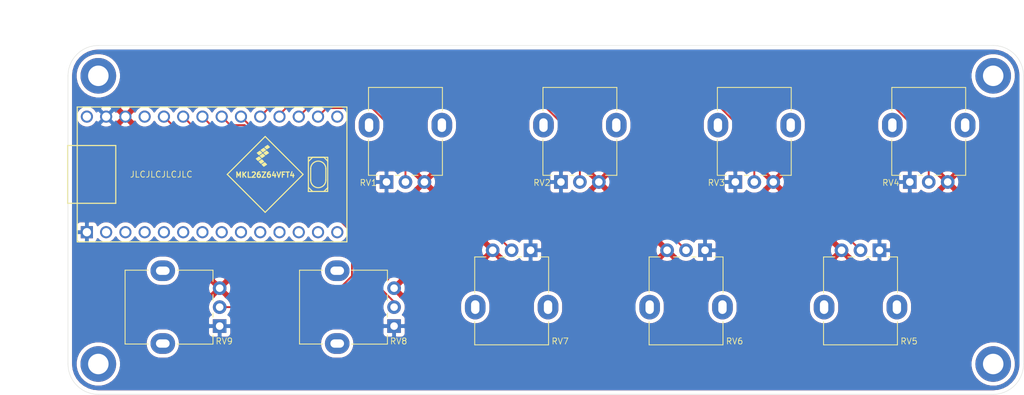
<source format=kicad_pcb>
(kicad_pcb (version 20171130) (host pcbnew "(5.1.10)-1")

  (general
    (thickness 1.6)
    (drawings 15)
    (tracks 46)
    (zones 0)
    (modules 14)
    (nets 28)
  )

  (page A4)
  (layers
    (0 F.Cu signal)
    (31 B.Cu signal)
    (32 B.Adhes user)
    (33 F.Adhes user)
    (34 B.Paste user)
    (35 F.Paste user)
    (36 B.SilkS user)
    (37 F.SilkS user)
    (38 B.Mask user)
    (39 F.Mask user)
    (40 Dwgs.User user)
    (41 Cmts.User user)
    (42 Eco1.User user)
    (43 Eco2.User user)
    (44 Edge.Cuts user)
    (45 Margin user)
    (46 B.CrtYd user hide)
    (47 F.CrtYd user hide)
    (48 B.Fab user hide)
    (49 F.Fab user hide)
  )

  (setup
    (last_trace_width 0.25)
    (trace_clearance 0.2)
    (zone_clearance 0.508)
    (zone_45_only no)
    (trace_min 0.2)
    (via_size 0.8)
    (via_drill 0.4)
    (via_min_size 0.4)
    (via_min_drill 0.3)
    (uvia_size 0.3)
    (uvia_drill 0.1)
    (uvias_allowed no)
    (uvia_min_size 0.2)
    (uvia_min_drill 0.1)
    (edge_width 0.05)
    (segment_width 0.2)
    (pcb_text_width 0.3)
    (pcb_text_size 1.5 1.5)
    (mod_edge_width 0.12)
    (mod_text_size 1 1)
    (mod_text_width 0.15)
    (pad_size 1.524 1.524)
    (pad_drill 0.762)
    (pad_to_mask_clearance 0)
    (aux_axis_origin 0 0)
    (visible_elements 7FFFFFFF)
    (pcbplotparams
      (layerselection 0x010fc_ffffffff)
      (usegerberextensions false)
      (usegerberattributes true)
      (usegerberadvancedattributes true)
      (creategerberjobfile true)
      (excludeedgelayer true)
      (linewidth 0.100000)
      (plotframeref false)
      (viasonmask false)
      (mode 1)
      (useauxorigin false)
      (hpglpennumber 1)
      (hpglpenspeed 20)
      (hpglpendiameter 15.000000)
      (psnegative false)
      (psa4output false)
      (plotreference true)
      (plotvalue true)
      (plotinvisibletext false)
      (padsonsilk false)
      (subtractmaskfromsilk false)
      (outputformat 1)
      (mirror false)
      (drillshape 0)
      (scaleselection 1)
      (outputdirectory "gbr/"))
  )

  (net 0 "")
  (net 1 GND)
  (net 2 a0)
  (net 3 +3V3)
  (net 4 a1)
  (net 5 a2)
  (net 6 a3)
  (net 7 a4)
  (net 8 a5)
  (net 9 a6)
  (net 10 a7)
  (net 11 a8)
  (net 12 "Net-(U1-Pad2)")
  (net 13 "Net-(U1-Pad3)")
  (net 14 "Net-(U1-Pad4)")
  (net 15 "Net-(U1-Pad5)")
  (net 16 "Net-(U1-Pad6)")
  (net 17 "Net-(U1-Pad7)")
  (net 18 "Net-(U1-Pad8)")
  (net 19 "Net-(U1-Pad9)")
  (net 20 "Net-(U1-Pad10)")
  (net 21 "Net-(U1-Pad11)")
  (net 22 "Net-(U1-Pad12)")
  (net 23 "Net-(U1-Pad13)")
  (net 24 "Net-(U1-Pad33)")
  (net 25 "Net-(U1-Pad14)")
  (net 26 "Net-(U1-Pad20)")
  (net 27 "Net-(U1-Pad30)")

  (net_class Default "This is the default net class."
    (clearance 0.2)
    (trace_width 0.25)
    (via_dia 0.8)
    (via_drill 0.4)
    (uvia_dia 0.3)
    (uvia_drill 0.1)
    (add_net +3V3)
    (add_net GND)
    (add_net "Net-(U1-Pad10)")
    (add_net "Net-(U1-Pad11)")
    (add_net "Net-(U1-Pad12)")
    (add_net "Net-(U1-Pad13)")
    (add_net "Net-(U1-Pad14)")
    (add_net "Net-(U1-Pad2)")
    (add_net "Net-(U1-Pad20)")
    (add_net "Net-(U1-Pad3)")
    (add_net "Net-(U1-Pad30)")
    (add_net "Net-(U1-Pad33)")
    (add_net "Net-(U1-Pad4)")
    (add_net "Net-(U1-Pad5)")
    (add_net "Net-(U1-Pad6)")
    (add_net "Net-(U1-Pad7)")
    (add_net "Net-(U1-Pad8)")
    (add_net "Net-(U1-Pad9)")
    (add_net a0)
    (add_net a1)
    (add_net a2)
    (add_net a3)
    (add_net a4)
    (add_net a5)
    (add_net a6)
    (add_net a7)
    (add_net a8)
  )

  (module Potentiometer_THT:Potentiometer_Alpha_RD901F-40-00D_Single_Vertical (layer F.Cu) (tedit 5C6C6C14) (tstamp 611B74AC)
    (at 80 111 180)
    (descr "Potentiometer, vertical, 9mm, single, http://www.taiwanalpha.com.tw/downloads?target=products&id=113")
    (tags "potentiometer vertical 9mm single")
    (path /611D318F)
    (fp_text reference RV9 (at -0.6 -2 180) (layer F.SilkS)
      (effects (font (size 0.8 0.8) (thickness 0.1)))
    )
    (fp_text value R_POT (at 0 9.86 180) (layer F.Fab)
      (effects (font (size 1 1) (thickness 0.15)))
    )
    (fp_text user %R (at 7.62 2.54) (layer F.Fab)
      (effects (font (size 1 1) (thickness 0.15)))
    )
    (fp_line (start -1.15 8.91) (end 12.6 8.91) (layer F.CrtYd) (width 0.05))
    (fp_line (start -1.15 -3.91) (end -1.15 8.91) (layer F.CrtYd) (width 0.05))
    (fp_line (start 12.6 -3.91) (end -1.15 -3.91) (layer F.CrtYd) (width 0.05))
    (fp_line (start 12.6 8.91) (end 12.6 -3.91) (layer F.CrtYd) (width 0.05))
    (fp_line (start 12.47 7.37) (end 12.47 -2.37) (layer F.SilkS) (width 0.12))
    (fp_line (start 0.88 7.37) (end 0.88 5.88) (layer F.SilkS) (width 0.12))
    (fp_line (start 9.41 7.37) (end 12.47 7.37) (layer F.SilkS) (width 0.12))
    (fp_line (start 0.88 -2.38) (end 5.6 -2.38) (layer F.SilkS) (width 0.12))
    (fp_circle (center 7.5 2.5) (end 7.5 -1) (layer F.Fab) (width 0.1))
    (fp_line (start 1 7.25) (end 1 -2.25) (layer F.Fab) (width 0.1))
    (fp_line (start 12.35 7.25) (end 12.35 -2.25) (layer F.Fab) (width 0.1))
    (fp_line (start 1 -2.25) (end 12.35 -2.25) (layer F.Fab) (width 0.1))
    (fp_line (start 1 7.25) (end 12.35 7.25) (layer F.Fab) (width 0.1))
    (fp_line (start 9.41 -2.37) (end 12.47 -2.37) (layer F.SilkS) (width 0.12))
    (fp_line (start 0.88 7.37) (end 5.6 7.37) (layer F.SilkS) (width 0.12))
    (fp_line (start 0.88 -1.19) (end 0.88 -2.37) (layer F.SilkS) (width 0.12))
    (fp_line (start 0.88 1.71) (end 0.88 1.18) (layer F.SilkS) (width 0.12))
    (fp_line (start 0.88 4.16) (end 0.88 3.33) (layer F.SilkS) (width 0.12))
    (pad "" thru_hole oval (at 7.5 -2.3 270) (size 2.72 3.24) (drill oval 1.1 1.8) (layers *.Cu *.Mask))
    (pad "" thru_hole oval (at 7.5 7.3 270) (size 2.72 3.24) (drill oval 1.1 1.8) (layers *.Cu *.Mask))
    (pad 3 thru_hole circle (at 0 5 270) (size 1.8 1.8) (drill 1) (layers *.Cu *.Mask)
      (net 3 +3V3))
    (pad 2 thru_hole circle (at 0 2.5 270) (size 1.8 1.8) (drill 1) (layers *.Cu *.Mask)
      (net 11 a8))
    (pad 1 thru_hole rect (at 0 0 270) (size 1.8 1.8) (drill 1) (layers *.Cu *.Mask)
      (net 1 GND))
    (model ${KISYS3DMOD}/Potentiometer_THT.3dshapes/Potentiometer_Alpha_RD901F-40-00D_Single_Vertical.wrl
      (at (xyz 0 0 0))
      (scale (xyz 1 1 1))
      (rotate (xyz 0 0 0))
    )
  )

  (module Potentiometer_THT:Potentiometer_Alpha_RD901F-40-00D_Single_Vertical (layer F.Cu) (tedit 5C6C6C14) (tstamp 611B7490)
    (at 103 111 180)
    (descr "Potentiometer, vertical, 9mm, single, http://www.taiwanalpha.com.tw/downloads?target=products&id=113")
    (tags "potentiometer vertical 9mm single")
    (path /611D3170)
    (fp_text reference RV8 (at -0.6 -2 180) (layer F.SilkS)
      (effects (font (size 0.8 0.8) (thickness 0.1)))
    )
    (fp_text value R_POT (at 0 9.86 180) (layer F.Fab)
      (effects (font (size 1 1) (thickness 0.15)))
    )
    (fp_text user %R (at 7.62 2.54) (layer F.Fab)
      (effects (font (size 1 1) (thickness 0.15)))
    )
    (fp_line (start -1.15 8.91) (end 12.6 8.91) (layer F.CrtYd) (width 0.05))
    (fp_line (start -1.15 -3.91) (end -1.15 8.91) (layer F.CrtYd) (width 0.05))
    (fp_line (start 12.6 -3.91) (end -1.15 -3.91) (layer F.CrtYd) (width 0.05))
    (fp_line (start 12.6 8.91) (end 12.6 -3.91) (layer F.CrtYd) (width 0.05))
    (fp_line (start 12.47 7.37) (end 12.47 -2.37) (layer F.SilkS) (width 0.12))
    (fp_line (start 0.88 7.37) (end 0.88 5.88) (layer F.SilkS) (width 0.12))
    (fp_line (start 9.41 7.37) (end 12.47 7.37) (layer F.SilkS) (width 0.12))
    (fp_line (start 0.88 -2.38) (end 5.6 -2.38) (layer F.SilkS) (width 0.12))
    (fp_circle (center 7.5 2.5) (end 7.5 -1) (layer F.Fab) (width 0.1))
    (fp_line (start 1 7.25) (end 1 -2.25) (layer F.Fab) (width 0.1))
    (fp_line (start 12.35 7.25) (end 12.35 -2.25) (layer F.Fab) (width 0.1))
    (fp_line (start 1 -2.25) (end 12.35 -2.25) (layer F.Fab) (width 0.1))
    (fp_line (start 1 7.25) (end 12.35 7.25) (layer F.Fab) (width 0.1))
    (fp_line (start 9.41 -2.37) (end 12.47 -2.37) (layer F.SilkS) (width 0.12))
    (fp_line (start 0.88 7.37) (end 5.6 7.37) (layer F.SilkS) (width 0.12))
    (fp_line (start 0.88 -1.19) (end 0.88 -2.37) (layer F.SilkS) (width 0.12))
    (fp_line (start 0.88 1.71) (end 0.88 1.18) (layer F.SilkS) (width 0.12))
    (fp_line (start 0.88 4.16) (end 0.88 3.33) (layer F.SilkS) (width 0.12))
    (pad "" thru_hole oval (at 7.5 -2.3 270) (size 2.72 3.24) (drill oval 1.1 1.8) (layers *.Cu *.Mask))
    (pad "" thru_hole oval (at 7.5 7.3 270) (size 2.72 3.24) (drill oval 1.1 1.8) (layers *.Cu *.Mask))
    (pad 3 thru_hole circle (at 0 5 270) (size 1.8 1.8) (drill 1) (layers *.Cu *.Mask)
      (net 3 +3V3))
    (pad 2 thru_hole circle (at 0 2.5 270) (size 1.8 1.8) (drill 1) (layers *.Cu *.Mask)
      (net 10 a7))
    (pad 1 thru_hole rect (at 0 0 270) (size 1.8 1.8) (drill 1) (layers *.Cu *.Mask)
      (net 1 GND))
    (model ${KISYS3DMOD}/Potentiometer_THT.3dshapes/Potentiometer_Alpha_RD901F-40-00D_Single_Vertical.wrl
      (at (xyz 0 0 0))
      (scale (xyz 1 1 1))
      (rotate (xyz 0 0 0))
    )
  )

  (module Potentiometer_THT:Potentiometer_Alpha_RD901F-40-00D_Single_Vertical (layer F.Cu) (tedit 5C6C6C14) (tstamp 611B7474)
    (at 121 101 270)
    (descr "Potentiometer, vertical, 9mm, single, http://www.taiwanalpha.com.tw/downloads?target=products&id=113")
    (tags "potentiometer vertical 9mm single")
    (path /611D3151)
    (fp_text reference RV7 (at 12 -3.9) (layer F.SilkS)
      (effects (font (size 0.8 0.8) (thickness 0.1)))
    )
    (fp_text value R_POT (at 0 9.86 270) (layer F.Fab)
      (effects (font (size 1 1) (thickness 0.15)))
    )
    (fp_text user %R (at 7.62 2.54 90) (layer F.Fab)
      (effects (font (size 1 1) (thickness 0.15)))
    )
    (fp_line (start -1.15 8.91) (end 12.6 8.91) (layer F.CrtYd) (width 0.05))
    (fp_line (start -1.15 -3.91) (end -1.15 8.91) (layer F.CrtYd) (width 0.05))
    (fp_line (start 12.6 -3.91) (end -1.15 -3.91) (layer F.CrtYd) (width 0.05))
    (fp_line (start 12.6 8.91) (end 12.6 -3.91) (layer F.CrtYd) (width 0.05))
    (fp_line (start 12.47 7.37) (end 12.47 -2.37) (layer F.SilkS) (width 0.12))
    (fp_line (start 0.88 7.37) (end 0.88 5.88) (layer F.SilkS) (width 0.12))
    (fp_line (start 9.41 7.37) (end 12.47 7.37) (layer F.SilkS) (width 0.12))
    (fp_line (start 0.88 -2.38) (end 5.6 -2.38) (layer F.SilkS) (width 0.12))
    (fp_circle (center 7.5 2.5) (end 7.5 -1) (layer F.Fab) (width 0.1))
    (fp_line (start 1 7.25) (end 1 -2.25) (layer F.Fab) (width 0.1))
    (fp_line (start 12.35 7.25) (end 12.35 -2.25) (layer F.Fab) (width 0.1))
    (fp_line (start 1 -2.25) (end 12.35 -2.25) (layer F.Fab) (width 0.1))
    (fp_line (start 1 7.25) (end 12.35 7.25) (layer F.Fab) (width 0.1))
    (fp_line (start 9.41 -2.37) (end 12.47 -2.37) (layer F.SilkS) (width 0.12))
    (fp_line (start 0.88 7.37) (end 5.6 7.37) (layer F.SilkS) (width 0.12))
    (fp_line (start 0.88 -1.19) (end 0.88 -2.37) (layer F.SilkS) (width 0.12))
    (fp_line (start 0.88 1.71) (end 0.88 1.18) (layer F.SilkS) (width 0.12))
    (fp_line (start 0.88 4.16) (end 0.88 3.33) (layer F.SilkS) (width 0.12))
    (pad "" thru_hole oval (at 7.5 -2.3) (size 2.72 3.24) (drill oval 1.1 1.8) (layers *.Cu *.Mask))
    (pad "" thru_hole oval (at 7.5 7.3) (size 2.72 3.24) (drill oval 1.1 1.8) (layers *.Cu *.Mask))
    (pad 3 thru_hole circle (at 0 5) (size 1.8 1.8) (drill 1) (layers *.Cu *.Mask)
      (net 3 +3V3))
    (pad 2 thru_hole circle (at 0 2.5) (size 1.8 1.8) (drill 1) (layers *.Cu *.Mask)
      (net 9 a6))
    (pad 1 thru_hole rect (at 0 0) (size 1.8 1.8) (drill 1) (layers *.Cu *.Mask)
      (net 1 GND))
    (model ${KISYS3DMOD}/Potentiometer_THT.3dshapes/Potentiometer_Alpha_RD901F-40-00D_Single_Vertical.wrl
      (at (xyz 0 0 0))
      (scale (xyz 1 1 1))
      (rotate (xyz 0 0 0))
    )
  )

  (module Potentiometer_THT:Potentiometer_Alpha_RD901F-40-00D_Single_Vertical (layer F.Cu) (tedit 5C6C6C14) (tstamp 611B7458)
    (at 144 101 270)
    (descr "Potentiometer, vertical, 9mm, single, http://www.taiwanalpha.com.tw/downloads?target=products&id=113")
    (tags "potentiometer vertical 9mm single")
    (path /611D2FAE)
    (fp_text reference RV6 (at 12 -3.9) (layer F.SilkS)
      (effects (font (size 0.8 0.8) (thickness 0.1)))
    )
    (fp_text value R_POT (at 0 9.86 270) (layer F.Fab)
      (effects (font (size 1 1) (thickness 0.15)))
    )
    (fp_text user %R (at 7.62 2.54 90) (layer F.Fab)
      (effects (font (size 1 1) (thickness 0.15)))
    )
    (fp_line (start -1.15 8.91) (end 12.6 8.91) (layer F.CrtYd) (width 0.05))
    (fp_line (start -1.15 -3.91) (end -1.15 8.91) (layer F.CrtYd) (width 0.05))
    (fp_line (start 12.6 -3.91) (end -1.15 -3.91) (layer F.CrtYd) (width 0.05))
    (fp_line (start 12.6 8.91) (end 12.6 -3.91) (layer F.CrtYd) (width 0.05))
    (fp_line (start 12.47 7.37) (end 12.47 -2.37) (layer F.SilkS) (width 0.12))
    (fp_line (start 0.88 7.37) (end 0.88 5.88) (layer F.SilkS) (width 0.12))
    (fp_line (start 9.41 7.37) (end 12.47 7.37) (layer F.SilkS) (width 0.12))
    (fp_line (start 0.88 -2.38) (end 5.6 -2.38) (layer F.SilkS) (width 0.12))
    (fp_circle (center 7.5 2.5) (end 7.5 -1) (layer F.Fab) (width 0.1))
    (fp_line (start 1 7.25) (end 1 -2.25) (layer F.Fab) (width 0.1))
    (fp_line (start 12.35 7.25) (end 12.35 -2.25) (layer F.Fab) (width 0.1))
    (fp_line (start 1 -2.25) (end 12.35 -2.25) (layer F.Fab) (width 0.1))
    (fp_line (start 1 7.25) (end 12.35 7.25) (layer F.Fab) (width 0.1))
    (fp_line (start 9.41 -2.37) (end 12.47 -2.37) (layer F.SilkS) (width 0.12))
    (fp_line (start 0.88 7.37) (end 5.6 7.37) (layer F.SilkS) (width 0.12))
    (fp_line (start 0.88 -1.19) (end 0.88 -2.37) (layer F.SilkS) (width 0.12))
    (fp_line (start 0.88 1.71) (end 0.88 1.18) (layer F.SilkS) (width 0.12))
    (fp_line (start 0.88 4.16) (end 0.88 3.33) (layer F.SilkS) (width 0.12))
    (pad "" thru_hole oval (at 7.5 -2.3) (size 2.72 3.24) (drill oval 1.1 1.8) (layers *.Cu *.Mask))
    (pad "" thru_hole oval (at 7.5 7.3) (size 2.72 3.24) (drill oval 1.1 1.8) (layers *.Cu *.Mask))
    (pad 3 thru_hole circle (at 0 5) (size 1.8 1.8) (drill 1) (layers *.Cu *.Mask)
      (net 3 +3V3))
    (pad 2 thru_hole circle (at 0 2.5) (size 1.8 1.8) (drill 1) (layers *.Cu *.Mask)
      (net 8 a5))
    (pad 1 thru_hole rect (at 0 0) (size 1.8 1.8) (drill 1) (layers *.Cu *.Mask)
      (net 1 GND))
    (model ${KISYS3DMOD}/Potentiometer_THT.3dshapes/Potentiometer_Alpha_RD901F-40-00D_Single_Vertical.wrl
      (at (xyz 0 0 0))
      (scale (xyz 1 1 1))
      (rotate (xyz 0 0 0))
    )
  )

  (module Potentiometer_THT:Potentiometer_Alpha_RD901F-40-00D_Single_Vertical (layer F.Cu) (tedit 5C6C6C14) (tstamp 611B743C)
    (at 167 101 270)
    (descr "Potentiometer, vertical, 9mm, single, http://www.taiwanalpha.com.tw/downloads?target=products&id=113")
    (tags "potentiometer vertical 9mm single")
    (path /611D2CB1)
    (fp_text reference RV5 (at 12 -3.9) (layer F.SilkS)
      (effects (font (size 0.8 0.8) (thickness 0.1)))
    )
    (fp_text value R_POT (at 0 9.86 270) (layer F.Fab)
      (effects (font (size 1 1) (thickness 0.15)))
    )
    (fp_text user %R (at 7.62 2.54 90) (layer F.Fab)
      (effects (font (size 1 1) (thickness 0.15)))
    )
    (fp_line (start -1.15 8.91) (end 12.6 8.91) (layer F.CrtYd) (width 0.05))
    (fp_line (start -1.15 -3.91) (end -1.15 8.91) (layer F.CrtYd) (width 0.05))
    (fp_line (start 12.6 -3.91) (end -1.15 -3.91) (layer F.CrtYd) (width 0.05))
    (fp_line (start 12.6 8.91) (end 12.6 -3.91) (layer F.CrtYd) (width 0.05))
    (fp_line (start 12.47 7.37) (end 12.47 -2.37) (layer F.SilkS) (width 0.12))
    (fp_line (start 0.88 7.37) (end 0.88 5.88) (layer F.SilkS) (width 0.12))
    (fp_line (start 9.41 7.37) (end 12.47 7.37) (layer F.SilkS) (width 0.12))
    (fp_line (start 0.88 -2.38) (end 5.6 -2.38) (layer F.SilkS) (width 0.12))
    (fp_circle (center 7.5 2.5) (end 7.5 -1) (layer F.Fab) (width 0.1))
    (fp_line (start 1 7.25) (end 1 -2.25) (layer F.Fab) (width 0.1))
    (fp_line (start 12.35 7.25) (end 12.35 -2.25) (layer F.Fab) (width 0.1))
    (fp_line (start 1 -2.25) (end 12.35 -2.25) (layer F.Fab) (width 0.1))
    (fp_line (start 1 7.25) (end 12.35 7.25) (layer F.Fab) (width 0.1))
    (fp_line (start 9.41 -2.37) (end 12.47 -2.37) (layer F.SilkS) (width 0.12))
    (fp_line (start 0.88 7.37) (end 5.6 7.37) (layer F.SilkS) (width 0.12))
    (fp_line (start 0.88 -1.19) (end 0.88 -2.37) (layer F.SilkS) (width 0.12))
    (fp_line (start 0.88 1.71) (end 0.88 1.18) (layer F.SilkS) (width 0.12))
    (fp_line (start 0.88 4.16) (end 0.88 3.33) (layer F.SilkS) (width 0.12))
    (pad "" thru_hole oval (at 7.5 -2.3) (size 2.72 3.24) (drill oval 1.1 1.8) (layers *.Cu *.Mask))
    (pad "" thru_hole oval (at 7.5 7.3) (size 2.72 3.24) (drill oval 1.1 1.8) (layers *.Cu *.Mask))
    (pad 3 thru_hole circle (at 0 5) (size 1.8 1.8) (drill 1) (layers *.Cu *.Mask)
      (net 3 +3V3))
    (pad 2 thru_hole circle (at 0 2.5) (size 1.8 1.8) (drill 1) (layers *.Cu *.Mask)
      (net 7 a4))
    (pad 1 thru_hole rect (at 0 0) (size 1.8 1.8) (drill 1) (layers *.Cu *.Mask)
      (net 1 GND))
    (model ${KISYS3DMOD}/Potentiometer_THT.3dshapes/Potentiometer_Alpha_RD901F-40-00D_Single_Vertical.wrl
      (at (xyz 0 0 0))
      (scale (xyz 1 1 1))
      (rotate (xyz 0 0 0))
    )
  )

  (module Potentiometer_THT:Potentiometer_Alpha_RD901F-40-00D_Single_Vertical (layer F.Cu) (tedit 5C6C6C14) (tstamp 611B7420)
    (at 171 92 90)
    (descr "Potentiometer, vertical, 9mm, single, http://www.taiwanalpha.com.tw/downloads?target=products&id=113")
    (tags "potentiometer vertical 9mm single")
    (path /611D1E81)
    (fp_text reference RV4 (at -0.1 -2.5) (layer F.SilkS)
      (effects (font (size 0.8 0.8) (thickness 0.1)))
    )
    (fp_text value R_POT (at 0 9.86 270) (layer F.Fab)
      (effects (font (size 1 1) (thickness 0.15)))
    )
    (fp_text user %R (at 7.62 2.54 90) (layer F.Fab)
      (effects (font (size 1 1) (thickness 0.15)))
    )
    (fp_line (start -1.15 8.91) (end 12.6 8.91) (layer F.CrtYd) (width 0.05))
    (fp_line (start -1.15 -3.91) (end -1.15 8.91) (layer F.CrtYd) (width 0.05))
    (fp_line (start 12.6 -3.91) (end -1.15 -3.91) (layer F.CrtYd) (width 0.05))
    (fp_line (start 12.6 8.91) (end 12.6 -3.91) (layer F.CrtYd) (width 0.05))
    (fp_line (start 12.47 7.37) (end 12.47 -2.37) (layer F.SilkS) (width 0.12))
    (fp_line (start 0.88 7.37) (end 0.88 5.88) (layer F.SilkS) (width 0.12))
    (fp_line (start 9.41 7.37) (end 12.47 7.37) (layer F.SilkS) (width 0.12))
    (fp_line (start 0.88 -2.38) (end 5.6 -2.38) (layer F.SilkS) (width 0.12))
    (fp_circle (center 7.5 2.5) (end 7.5 -1) (layer F.Fab) (width 0.1))
    (fp_line (start 1 7.25) (end 1 -2.25) (layer F.Fab) (width 0.1))
    (fp_line (start 12.35 7.25) (end 12.35 -2.25) (layer F.Fab) (width 0.1))
    (fp_line (start 1 -2.25) (end 12.35 -2.25) (layer F.Fab) (width 0.1))
    (fp_line (start 1 7.25) (end 12.35 7.25) (layer F.Fab) (width 0.1))
    (fp_line (start 9.41 -2.37) (end 12.47 -2.37) (layer F.SilkS) (width 0.12))
    (fp_line (start 0.88 7.37) (end 5.6 7.37) (layer F.SilkS) (width 0.12))
    (fp_line (start 0.88 -1.19) (end 0.88 -2.37) (layer F.SilkS) (width 0.12))
    (fp_line (start 0.88 1.71) (end 0.88 1.18) (layer F.SilkS) (width 0.12))
    (fp_line (start 0.88 4.16) (end 0.88 3.33) (layer F.SilkS) (width 0.12))
    (pad "" thru_hole oval (at 7.5 -2.3 180) (size 2.72 3.24) (drill oval 1.1 1.8) (layers *.Cu *.Mask))
    (pad "" thru_hole oval (at 7.5 7.3 180) (size 2.72 3.24) (drill oval 1.1 1.8) (layers *.Cu *.Mask))
    (pad 3 thru_hole circle (at 0 5 180) (size 1.8 1.8) (drill 1) (layers *.Cu *.Mask)
      (net 3 +3V3))
    (pad 2 thru_hole circle (at 0 2.5 180) (size 1.8 1.8) (drill 1) (layers *.Cu *.Mask)
      (net 6 a3))
    (pad 1 thru_hole rect (at 0 0 180) (size 1.8 1.8) (drill 1) (layers *.Cu *.Mask)
      (net 1 GND))
    (model ${KISYS3DMOD}/Potentiometer_THT.3dshapes/Potentiometer_Alpha_RD901F-40-00D_Single_Vertical.wrl
      (at (xyz 0 0 0))
      (scale (xyz 1 1 1))
      (rotate (xyz 0 0 0))
    )
  )

  (module Potentiometer_THT:Potentiometer_Alpha_RD901F-40-00D_Single_Vertical (layer F.Cu) (tedit 5C6C6C14) (tstamp 611B7404)
    (at 148 92 90)
    (descr "Potentiometer, vertical, 9mm, single, http://www.taiwanalpha.com.tw/downloads?target=products&id=113")
    (tags "potentiometer vertical 9mm single")
    (path /611CFD11)
    (fp_text reference RV3 (at -0.1 -2.5) (layer F.SilkS)
      (effects (font (size 0.8 0.8) (thickness 0.1)))
    )
    (fp_text value R_POT (at 0 9.86 270) (layer F.Fab)
      (effects (font (size 1 1) (thickness 0.15)))
    )
    (fp_text user %R (at 7.62 2.54 90) (layer F.Fab)
      (effects (font (size 1 1) (thickness 0.15)))
    )
    (fp_line (start -1.15 8.91) (end 12.6 8.91) (layer F.CrtYd) (width 0.05))
    (fp_line (start -1.15 -3.91) (end -1.15 8.91) (layer F.CrtYd) (width 0.05))
    (fp_line (start 12.6 -3.91) (end -1.15 -3.91) (layer F.CrtYd) (width 0.05))
    (fp_line (start 12.6 8.91) (end 12.6 -3.91) (layer F.CrtYd) (width 0.05))
    (fp_line (start 12.47 7.37) (end 12.47 -2.37) (layer F.SilkS) (width 0.12))
    (fp_line (start 0.88 7.37) (end 0.88 5.88) (layer F.SilkS) (width 0.12))
    (fp_line (start 9.41 7.37) (end 12.47 7.37) (layer F.SilkS) (width 0.12))
    (fp_line (start 0.88 -2.38) (end 5.6 -2.38) (layer F.SilkS) (width 0.12))
    (fp_circle (center 7.5 2.5) (end 7.5 -1) (layer F.Fab) (width 0.1))
    (fp_line (start 1 7.25) (end 1 -2.25) (layer F.Fab) (width 0.1))
    (fp_line (start 12.35 7.25) (end 12.35 -2.25) (layer F.Fab) (width 0.1))
    (fp_line (start 1 -2.25) (end 12.35 -2.25) (layer F.Fab) (width 0.1))
    (fp_line (start 1 7.25) (end 12.35 7.25) (layer F.Fab) (width 0.1))
    (fp_line (start 9.41 -2.37) (end 12.47 -2.37) (layer F.SilkS) (width 0.12))
    (fp_line (start 0.88 7.37) (end 5.6 7.37) (layer F.SilkS) (width 0.12))
    (fp_line (start 0.88 -1.19) (end 0.88 -2.37) (layer F.SilkS) (width 0.12))
    (fp_line (start 0.88 1.71) (end 0.88 1.18) (layer F.SilkS) (width 0.12))
    (fp_line (start 0.88 4.16) (end 0.88 3.33) (layer F.SilkS) (width 0.12))
    (pad "" thru_hole oval (at 7.5 -2.3 180) (size 2.72 3.24) (drill oval 1.1 1.8) (layers *.Cu *.Mask))
    (pad "" thru_hole oval (at 7.5 7.3 180) (size 2.72 3.24) (drill oval 1.1 1.8) (layers *.Cu *.Mask))
    (pad 3 thru_hole circle (at 0 5 180) (size 1.8 1.8) (drill 1) (layers *.Cu *.Mask)
      (net 3 +3V3))
    (pad 2 thru_hole circle (at 0 2.5 180) (size 1.8 1.8) (drill 1) (layers *.Cu *.Mask)
      (net 5 a2))
    (pad 1 thru_hole rect (at 0 0 180) (size 1.8 1.8) (drill 1) (layers *.Cu *.Mask)
      (net 1 GND))
    (model ${KISYS3DMOD}/Potentiometer_THT.3dshapes/Potentiometer_Alpha_RD901F-40-00D_Single_Vertical.wrl
      (at (xyz 0 0 0))
      (scale (xyz 1 1 1))
      (rotate (xyz 0 0 0))
    )
  )

  (module Potentiometer_THT:Potentiometer_Alpha_RD901F-40-00D_Single_Vertical (layer F.Cu) (tedit 5C6C6C14) (tstamp 611B73E8)
    (at 125 92 90)
    (descr "Potentiometer, vertical, 9mm, single, http://www.taiwanalpha.com.tw/downloads?target=products&id=113")
    (tags "potentiometer vertical 9mm single")
    (path /611CECF1)
    (fp_text reference RV2 (at -0.1 -2.5) (layer F.SilkS)
      (effects (font (size 0.8 0.8) (thickness 0.1)))
    )
    (fp_text value R_POT (at 0 9.86 270) (layer F.Fab)
      (effects (font (size 1 1) (thickness 0.15)))
    )
    (fp_text user %R (at 7.62 2.54 90) (layer F.Fab)
      (effects (font (size 1 1) (thickness 0.15)))
    )
    (fp_line (start -1.15 8.91) (end 12.6 8.91) (layer F.CrtYd) (width 0.05))
    (fp_line (start -1.15 -3.91) (end -1.15 8.91) (layer F.CrtYd) (width 0.05))
    (fp_line (start 12.6 -3.91) (end -1.15 -3.91) (layer F.CrtYd) (width 0.05))
    (fp_line (start 12.6 8.91) (end 12.6 -3.91) (layer F.CrtYd) (width 0.05))
    (fp_line (start 12.47 7.37) (end 12.47 -2.37) (layer F.SilkS) (width 0.12))
    (fp_line (start 0.88 7.37) (end 0.88 5.88) (layer F.SilkS) (width 0.12))
    (fp_line (start 9.41 7.37) (end 12.47 7.37) (layer F.SilkS) (width 0.12))
    (fp_line (start 0.88 -2.38) (end 5.6 -2.38) (layer F.SilkS) (width 0.12))
    (fp_circle (center 7.5 2.5) (end 7.5 -1) (layer F.Fab) (width 0.1))
    (fp_line (start 1 7.25) (end 1 -2.25) (layer F.Fab) (width 0.1))
    (fp_line (start 12.35 7.25) (end 12.35 -2.25) (layer F.Fab) (width 0.1))
    (fp_line (start 1 -2.25) (end 12.35 -2.25) (layer F.Fab) (width 0.1))
    (fp_line (start 1 7.25) (end 12.35 7.25) (layer F.Fab) (width 0.1))
    (fp_line (start 9.41 -2.37) (end 12.47 -2.37) (layer F.SilkS) (width 0.12))
    (fp_line (start 0.88 7.37) (end 5.6 7.37) (layer F.SilkS) (width 0.12))
    (fp_line (start 0.88 -1.19) (end 0.88 -2.37) (layer F.SilkS) (width 0.12))
    (fp_line (start 0.88 1.71) (end 0.88 1.18) (layer F.SilkS) (width 0.12))
    (fp_line (start 0.88 4.16) (end 0.88 3.33) (layer F.SilkS) (width 0.12))
    (pad "" thru_hole oval (at 7.5 -2.3 180) (size 2.72 3.24) (drill oval 1.1 1.8) (layers *.Cu *.Mask))
    (pad "" thru_hole oval (at 7.5 7.3 180) (size 2.72 3.24) (drill oval 1.1 1.8) (layers *.Cu *.Mask))
    (pad 3 thru_hole circle (at 0 5 180) (size 1.8 1.8) (drill 1) (layers *.Cu *.Mask)
      (net 3 +3V3))
    (pad 2 thru_hole circle (at 0 2.5 180) (size 1.8 1.8) (drill 1) (layers *.Cu *.Mask)
      (net 4 a1))
    (pad 1 thru_hole rect (at 0 0 180) (size 1.8 1.8) (drill 1) (layers *.Cu *.Mask)
      (net 1 GND))
    (model ${KISYS3DMOD}/Potentiometer_THT.3dshapes/Potentiometer_Alpha_RD901F-40-00D_Single_Vertical.wrl
      (at (xyz 0 0 0))
      (scale (xyz 1 1 1))
      (rotate (xyz 0 0 0))
    )
  )

  (module Potentiometer_THT:Potentiometer_Alpha_RD901F-40-00D_Single_Vertical (layer F.Cu) (tedit 5C6C6C14) (tstamp 611B73CC)
    (at 102 92 90)
    (descr "Potentiometer, vertical, 9mm, single, http://www.taiwanalpha.com.tw/downloads?target=products&id=113")
    (tags "potentiometer vertical 9mm single")
    (path /611BDEF5)
    (fp_text reference RV1 (at -0.1 -2.4) (layer F.SilkS)
      (effects (font (size 0.8 0.8) (thickness 0.1)))
    )
    (fp_text value R_POT (at 0 9.86 270) (layer F.Fab)
      (effects (font (size 1 1) (thickness 0.15)))
    )
    (fp_text user %R (at 7.62 2.54 90) (layer F.Fab)
      (effects (font (size 1 1) (thickness 0.15)))
    )
    (fp_line (start -1.15 8.91) (end 12.6 8.91) (layer F.CrtYd) (width 0.05))
    (fp_line (start -1.15 -3.91) (end -1.15 8.91) (layer F.CrtYd) (width 0.05))
    (fp_line (start 12.6 -3.91) (end -1.15 -3.91) (layer F.CrtYd) (width 0.05))
    (fp_line (start 12.6 8.91) (end 12.6 -3.91) (layer F.CrtYd) (width 0.05))
    (fp_line (start 12.47 7.37) (end 12.47 -2.37) (layer F.SilkS) (width 0.12))
    (fp_line (start 0.88 7.37) (end 0.88 5.88) (layer F.SilkS) (width 0.12))
    (fp_line (start 9.41 7.37) (end 12.47 7.37) (layer F.SilkS) (width 0.12))
    (fp_line (start 0.88 -2.38) (end 5.6 -2.38) (layer F.SilkS) (width 0.12))
    (fp_circle (center 7.5 2.5) (end 7.5 -1) (layer F.Fab) (width 0.1))
    (fp_line (start 1 7.25) (end 1 -2.25) (layer F.Fab) (width 0.1))
    (fp_line (start 12.35 7.25) (end 12.35 -2.25) (layer F.Fab) (width 0.1))
    (fp_line (start 1 -2.25) (end 12.35 -2.25) (layer F.Fab) (width 0.1))
    (fp_line (start 1 7.25) (end 12.35 7.25) (layer F.Fab) (width 0.1))
    (fp_line (start 9.41 -2.37) (end 12.47 -2.37) (layer F.SilkS) (width 0.12))
    (fp_line (start 0.88 7.37) (end 5.6 7.37) (layer F.SilkS) (width 0.12))
    (fp_line (start 0.88 -1.19) (end 0.88 -2.37) (layer F.SilkS) (width 0.12))
    (fp_line (start 0.88 1.71) (end 0.88 1.18) (layer F.SilkS) (width 0.12))
    (fp_line (start 0.88 4.16) (end 0.88 3.33) (layer F.SilkS) (width 0.12))
    (pad "" thru_hole oval (at 7.5 -2.3 180) (size 2.72 3.24) (drill oval 1.1 1.8) (layers *.Cu *.Mask))
    (pad "" thru_hole oval (at 7.5 7.3 180) (size 2.72 3.24) (drill oval 1.1 1.8) (layers *.Cu *.Mask))
    (pad 3 thru_hole circle (at 0 5 180) (size 1.8 1.8) (drill 1) (layers *.Cu *.Mask)
      (net 3 +3V3))
    (pad 2 thru_hole circle (at 0 2.5 180) (size 1.8 1.8) (drill 1) (layers *.Cu *.Mask)
      (net 2 a0))
    (pad 1 thru_hole rect (at 0 0 180) (size 1.8 1.8) (drill 1) (layers *.Cu *.Mask)
      (net 1 GND))
    (model ${KISYS3DMOD}/Potentiometer_THT.3dshapes/Potentiometer_Alpha_RD901F-40-00D_Single_Vertical.wrl
      (at (xyz 0 0 0))
      (scale (xyz 1 1 1))
      (rotate (xyz 0 0 0))
    )
  )

  (module MountingHole:MountingHole_2.7mm_M2.5_DIN965_Pad (layer F.Cu) (tedit 56D1B4CB) (tstamp 6130F40E)
    (at 182 78)
    (descr "Mounting Hole 2.7mm, M2.5, DIN965")
    (tags "mounting hole 2.7mm m2.5 din965")
    (path /6130FCD8)
    (attr virtual)
    (fp_text reference H4 (at 0 -3.35) (layer F.SilkS) hide
      (effects (font (size 1 1) (thickness 0.15)))
    )
    (fp_text value MountingHole (at 0 3.35) (layer F.Fab)
      (effects (font (size 1 1) (thickness 0.15)))
    )
    (fp_text user %R (at 0.3 0) (layer F.Fab)
      (effects (font (size 1 1) (thickness 0.15)))
    )
    (fp_circle (center 0 0) (end 2.35 0) (layer Cmts.User) (width 0.15))
    (fp_circle (center 0 0) (end 2.6 0) (layer F.CrtYd) (width 0.05))
    (pad 1 thru_hole circle (at 0 0) (size 4.7 4.7) (drill 2.7) (layers *.Cu *.Mask))
  )

  (module MountingHole:MountingHole_2.7mm_M2.5_DIN965_Pad (layer F.Cu) (tedit 56D1B4CB) (tstamp 6130F406)
    (at 182 116)
    (descr "Mounting Hole 2.7mm, M2.5, DIN965")
    (tags "mounting hole 2.7mm m2.5 din965")
    (path /6130FB77)
    (attr virtual)
    (fp_text reference H3 (at 0 -3.35) (layer F.SilkS) hide
      (effects (font (size 1 1) (thickness 0.15)))
    )
    (fp_text value MountingHole (at 0 3.35) (layer F.Fab)
      (effects (font (size 1 1) (thickness 0.15)))
    )
    (fp_text user %R (at 0.3 0) (layer F.Fab)
      (effects (font (size 1 1) (thickness 0.15)))
    )
    (fp_circle (center 0 0) (end 2.35 0) (layer Cmts.User) (width 0.15))
    (fp_circle (center 0 0) (end 2.6 0) (layer F.CrtYd) (width 0.05))
    (pad 1 thru_hole circle (at 0 0) (size 4.7 4.7) (drill 2.7) (layers *.Cu *.Mask))
  )

  (module MountingHole:MountingHole_2.7mm_M2.5_DIN965_Pad (layer F.Cu) (tedit 56D1B4CB) (tstamp 6130F3FE)
    (at 64 116)
    (descr "Mounting Hole 2.7mm, M2.5, DIN965")
    (tags "mounting hole 2.7mm m2.5 din965")
    (path /6130E76A)
    (attr virtual)
    (fp_text reference H2 (at 0 -3.35) (layer F.SilkS) hide
      (effects (font (size 1 1) (thickness 0.15)))
    )
    (fp_text value MountingHole (at 0 3.35) (layer F.Fab)
      (effects (font (size 1 1) (thickness 0.15)))
    )
    (fp_text user %R (at 0.3 0) (layer F.Fab)
      (effects (font (size 1 1) (thickness 0.15)))
    )
    (fp_circle (center 0 0) (end 2.35 0) (layer Cmts.User) (width 0.15))
    (fp_circle (center 0 0) (end 2.6 0) (layer F.CrtYd) (width 0.05))
    (pad 1 thru_hole circle (at 0 0) (size 4.7 4.7) (drill 2.7) (layers *.Cu *.Mask))
  )

  (module MountingHole:MountingHole_2.7mm_M2.5_DIN965_Pad (layer F.Cu) (tedit 56D1B4CB) (tstamp 6130F3F6)
    (at 64 78)
    (descr "Mounting Hole 2.7mm, M2.5, DIN965")
    (tags "mounting hole 2.7mm m2.5 din965")
    (path /6130F911)
    (attr virtual)
    (fp_text reference H1 (at 0 -3.35) (layer F.SilkS) hide
      (effects (font (size 1 1) (thickness 0.15)))
    )
    (fp_text value MountingHole (at 0 3.35) (layer F.Fab)
      (effects (font (size 1 1) (thickness 0.15)))
    )
    (fp_text user %R (at 0.3 0) (layer F.Fab)
      (effects (font (size 1 1) (thickness 0.15)))
    )
    (fp_circle (center 0 0) (end 2.35 0) (layer Cmts.User) (width 0.15))
    (fp_circle (center 0 0) (end 2.6 0) (layer F.CrtYd) (width 0.05))
    (pad 1 thru_hole circle (at 0 0) (size 4.7 4.7) (drill 2.7) (layers *.Cu *.Mask))
  )

  (module teensy:Teensy_LC_minimal (layer F.Cu) (tedit 61251410) (tstamp 611B750D)
    (at 79 91)
    (path /611B6292)
    (fp_text reference U1 (at -13.99 -2.71) (layer F.SilkS) hide
      (effects (font (size 1 1) (thickness 0.15)))
    )
    (fp_text value Teensy-LC_minimal (at 0 10.16) (layer F.Fab)
      (effects (font (size 1 1) (thickness 0.15)))
    )
    (fp_circle (center 12.72 -4.19) (end 13.140595 -4.19) (layer Dwgs.User) (width 0.1))
    (fp_line (start 13.25 2.25) (end 12.75 1.75) (layer F.SilkS) (width 0.15))
    (fp_line (start 12.7 2.25) (end 13.25 2.25) (layer F.SilkS) (width 0.15))
    (fp_line (start 15.25 1.75) (end 14.75 2.25) (layer F.SilkS) (width 0.15))
    (fp_line (start 12.75 -1.75) (end 13.25 -2.25) (layer F.SilkS) (width 0.15))
    (fp_line (start 14.75 -2.25) (end 13.25 -2.25) (layer F.SilkS) (width 0.15))
    (fp_line (start 15.25 -1.75) (end 14.75 -2.25) (layer F.SilkS) (width 0.15))
    (fp_line (start 15 0.75) (end 15 -0.75) (layer F.SilkS) (width 0.15))
    (fp_line (start 13 -0.75) (end 13 0.75) (layer F.SilkS) (width 0.15))
    (fp_line (start 7 5) (end 12 0) (layer F.SilkS) (width 0.15))
    (fp_line (start 2 0) (end 7 5) (layer F.SilkS) (width 0.15))
    (fp_line (start 7 -5) (end 2 0) (layer F.SilkS) (width 0.15))
    (fp_line (start 12 0) (end 7 -5) (layer F.SilkS) (width 0.15))
    (fp_line (start -17.78 3.81) (end -19.05 3.81) (layer F.SilkS) (width 0.15))
    (fp_line (start -19.05 3.81) (end -19.05 -3.81) (layer F.SilkS) (width 0.15))
    (fp_line (start -19.05 -3.81) (end -17.78 -3.81) (layer F.SilkS) (width 0.15))
    (fp_line (start -12.7 3.81) (end -12.7 -3.81) (layer F.SilkS) (width 0.15))
    (fp_line (start -12.7 -3.81) (end -17.78 -3.81) (layer F.SilkS) (width 0.15))
    (fp_line (start -12.7 3.81) (end -17.78 3.81) (layer F.SilkS) (width 0.15))
    (fp_line (start 15.25 -2.25) (end 15.24 2.25) (layer F.SilkS) (width 0.15))
    (fp_line (start 15.24 2.25) (end 12.7 2.25) (layer F.SilkS) (width 0.15))
    (fp_line (start 12.7 2.25) (end 12.7 -2.25) (layer F.SilkS) (width 0.15))
    (fp_line (start 12.7 -2.25) (end 15.24 -2.25) (layer F.SilkS) (width 0.15))
    (fp_line (start -17.78 -8.89) (end 17.78 -8.89) (layer F.SilkS) (width 0.15))
    (fp_line (start 17.78 -8.89) (end 17.78 8.89) (layer F.SilkS) (width 0.15))
    (fp_line (start 17.78 8.89) (end -17.78 8.89) (layer F.SilkS) (width 0.15))
    (fp_line (start -17.78 8.89) (end -17.78 -8.89) (layer F.SilkS) (width 0.15))
    (fp_poly (pts (xy 6.187 -2.579) (xy 5.933 -2.833) (xy 6.314 -3.087) (xy 6.568 -2.833)) (layer F.SilkS) (width 0.1))
    (fp_poly (pts (xy 6.568 -2.198) (xy 6.314 -2.452) (xy 6.695 -2.706) (xy 6.949 -2.452)) (layer F.SilkS) (width 0.1))
    (fp_poly (pts (xy 7.203 -3.341) (xy 6.949 -3.595) (xy 7.33 -3.849) (xy 7.584 -3.595)) (layer F.SilkS) (width 0.1))
    (fp_poly (pts (xy 6.441 -1.436) (xy 6.187 -1.69) (xy 6.568 -1.944) (xy 6.822 -1.69)) (layer F.SilkS) (width 0.1))
    (fp_poly (pts (xy 6.695 -2.96) (xy 6.441 -3.214) (xy 6.822 -3.468) (xy 7.076 -3.214)) (layer F.SilkS) (width 0.1))
    (fp_poly (pts (xy 6.822 -1.055) (xy 6.568 -1.309) (xy 6.949 -1.563) (xy 7.203 -1.309)) (layer F.SilkS) (width 0.1))
    (fp_poly (pts (xy 6.06 -1.817) (xy 5.806 -2.071) (xy 6.187 -2.325) (xy 6.441 -2.071)) (layer F.SilkS) (width 0.1))
    (fp_poly (pts (xy 7.076 -2.579) (xy 6.822 -2.833) (xy 7.203 -3.087) (xy 7.457 -2.833)) (layer F.SilkS) (width 0.1))
    (fp_arc (start 14 0.75) (end 13 0.75) (angle -180) (layer F.SilkS) (width 0.15))
    (fp_arc (start 14 -0.75) (end 15 -0.75) (angle -180) (layer F.SilkS) (width 0.15))
    (fp_text user MKL26Z64VFT4 (at 7 0.06) (layer F.SilkS)
      (effects (font (size 0.7 0.7) (thickness 0.15)))
    )
    (pad 1 thru_hole rect (at -16.51 7.62) (size 1.6 1.6) (drill 1.1) (layers *.Cu *.Mask)
      (net 1 GND))
    (pad 2 thru_hole circle (at -13.97 7.62) (size 1.6 1.6) (drill 1.1) (layers *.Cu *.Mask)
      (net 12 "Net-(U1-Pad2)"))
    (pad 3 thru_hole circle (at -11.43 7.62) (size 1.6 1.6) (drill 1.1) (layers *.Cu *.Mask)
      (net 13 "Net-(U1-Pad3)"))
    (pad 4 thru_hole circle (at -8.89 7.62) (size 1.6 1.6) (drill 1.1) (layers *.Cu *.Mask)
      (net 14 "Net-(U1-Pad4)"))
    (pad 5 thru_hole circle (at -6.35 7.62) (size 1.6 1.6) (drill 1.1) (layers *.Cu *.Mask)
      (net 15 "Net-(U1-Pad5)"))
    (pad 6 thru_hole circle (at -3.81 7.62) (size 1.6 1.6) (drill 1.1) (layers *.Cu *.Mask)
      (net 16 "Net-(U1-Pad6)"))
    (pad 7 thru_hole circle (at -1.27 7.62) (size 1.6 1.6) (drill 1.1) (layers *.Cu *.Mask)
      (net 17 "Net-(U1-Pad7)"))
    (pad 8 thru_hole circle (at 1.27 7.62) (size 1.6 1.6) (drill 1.1) (layers *.Cu *.Mask)
      (net 18 "Net-(U1-Pad8)"))
    (pad 9 thru_hole circle (at 3.81 7.62) (size 1.6 1.6) (drill 1.1) (layers *.Cu *.Mask)
      (net 19 "Net-(U1-Pad9)"))
    (pad 10 thru_hole circle (at 6.35 7.62) (size 1.6 1.6) (drill 1.1) (layers *.Cu *.Mask)
      (net 20 "Net-(U1-Pad10)"))
    (pad 11 thru_hole circle (at 8.89 7.62) (size 1.6 1.6) (drill 1.1) (layers *.Cu *.Mask)
      (net 21 "Net-(U1-Pad11)"))
    (pad 12 thru_hole circle (at 11.43 7.62) (size 1.6 1.6) (drill 1.1) (layers *.Cu *.Mask)
      (net 22 "Net-(U1-Pad12)"))
    (pad 13 thru_hole circle (at 13.97 7.62) (size 1.6 1.6) (drill 1.1) (layers *.Cu *.Mask)
      (net 23 "Net-(U1-Pad13)"))
    (pad 33 thru_hole circle (at -16.51 -7.62) (size 1.6 1.6) (drill 1.1) (layers *.Cu *.Mask)
      (net 24 "Net-(U1-Pad33)"))
    (pad 32 thru_hole circle (at -13.97 -7.62) (size 1.6 1.6) (drill 1.1) (layers *.Cu *.Mask)
      (net 1 GND))
    (pad 31 thru_hole circle (at -11.43 -7.62) (size 1.6 1.6) (drill 1.1) (layers *.Cu *.Mask)
      (net 3 +3V3))
    (pad 30 thru_hole circle (at -8.89 -7.62) (size 1.6 1.6) (drill 1.1) (layers *.Cu *.Mask)
      (net 27 "Net-(U1-Pad30)"))
    (pad 29 thru_hole circle (at -6.35 -7.62) (size 1.6 1.6) (drill 1.1) (layers *.Cu *.Mask)
      (net 11 a8))
    (pad 28 thru_hole circle (at -3.81 -7.62) (size 1.6 1.6) (drill 1.1) (layers *.Cu *.Mask)
      (net 10 a7))
    (pad 27 thru_hole circle (at -1.27 -7.62) (size 1.6 1.6) (drill 1.1) (layers *.Cu *.Mask)
      (net 9 a6))
    (pad 26 thru_hole circle (at 1.27 -7.62) (size 1.6 1.6) (drill 1.1) (layers *.Cu *.Mask)
      (net 8 a5))
    (pad 25 thru_hole circle (at 3.81 -7.62) (size 1.6 1.6) (drill 1.1) (layers *.Cu *.Mask)
      (net 7 a4))
    (pad 24 thru_hole circle (at 6.35 -7.62) (size 1.6 1.6) (drill 1.1) (layers *.Cu *.Mask)
      (net 6 a3))
    (pad 23 thru_hole circle (at 8.89 -7.62) (size 1.6 1.6) (drill 1.1) (layers *.Cu *.Mask)
      (net 5 a2))
    (pad 22 thru_hole circle (at 11.43 -7.62) (size 1.6 1.6) (drill 1.1) (layers *.Cu *.Mask)
      (net 4 a1))
    (pad 21 thru_hole circle (at 13.97 -7.62) (size 1.6 1.6) (drill 1.1) (layers *.Cu *.Mask)
      (net 2 a0))
    (pad 14 thru_hole circle (at 16.51 7.62) (size 1.6 1.6) (drill 1.1) (layers *.Cu *.Mask)
      (net 25 "Net-(U1-Pad14)"))
    (pad 20 thru_hole circle (at 16.51 -7.62) (size 1.6 1.6) (drill 1.1) (layers *.Cu *.Mask)
      (net 26 "Net-(U1-Pad20)"))
  )

  (gr_text JLCJLCJLCJLC (at 72.3 91) (layer F.SilkS)
    (effects (font (size 0.8 0.8) (thickness 0.1)))
  )
  (dimension 12.5 (width 0.15) (layer Dwgs.User)
    (gr_text "12.500 mm" (at 179.75 80.6) (layer Dwgs.User)
      (effects (font (size 1 1) (thickness 0.15)))
    )
    (feature1 (pts (xy 186 84.5) (xy 186 81.313579)))
    (feature2 (pts (xy 173.5 84.5) (xy 173.5 81.313579)))
    (crossbar (pts (xy 173.5 81.9) (xy 186 81.9)))
    (arrow1a (pts (xy 186 81.9) (xy 184.873496 82.486421)))
    (arrow1b (pts (xy 186 81.9) (xy 184.873496 81.313579)))
    (arrow2a (pts (xy 173.5 81.9) (xy 174.626504 82.486421)))
    (arrow2b (pts (xy 173.5 81.9) (xy 174.626504 81.313579)))
  )
  (dimension 12.5 (width 0.15) (layer Dwgs.User)
    (gr_text "12.500 mm" (at 66.25 105.3) (layer Dwgs.User)
      (effects (font (size 1 1) (thickness 0.15)))
    )
    (feature1 (pts (xy 60 108.5) (xy 60 106.013579)))
    (feature2 (pts (xy 72.5 108.5) (xy 72.5 106.013579)))
    (crossbar (pts (xy 72.5 106.6) (xy 60 106.6)))
    (arrow1a (pts (xy 60 106.6) (xy 61.126504 106.013579)))
    (arrow1b (pts (xy 60 106.6) (xy 61.126504 107.186421)))
    (arrow2a (pts (xy 72.5 106.6) (xy 71.373496 106.013579)))
    (arrow2b (pts (xy 72.5 106.6) (xy 71.373496 107.186421)))
  )
  (dimension 24 (width 0.15) (layer Dwgs.User)
    (gr_text "24.000 mm" (at 110.4 96.5 90) (layer Dwgs.User)
      (effects (font (size 1 1) (thickness 0.15)))
    )
    (feature1 (pts (xy 118.5 84.5) (xy 111.113579 84.5)))
    (feature2 (pts (xy 118.5 108.5) (xy 111.113579 108.5)))
    (crossbar (pts (xy 111.7 108.5) (xy 111.7 84.5)))
    (arrow1a (pts (xy 111.7 84.5) (xy 112.286421 85.626504)))
    (arrow1b (pts (xy 111.7 84.5) (xy 111.113579 85.626504)))
    (arrow2a (pts (xy 111.7 108.5) (xy 112.286421 107.373496)))
    (arrow2b (pts (xy 111.7 108.5) (xy 111.113579 107.373496)))
  )
  (dimension 23 (width 0.15) (layer Dwgs.User)
    (gr_text "23.000 mm" (at 84 118.3) (layer Dwgs.User)
      (effects (font (size 1 1) (thickness 0.15)))
    )
    (feature1 (pts (xy 95.5 109) (xy 95.5 117.586421)))
    (feature2 (pts (xy 72.5 109) (xy 72.5 117.586421)))
    (crossbar (pts (xy 72.5 117) (xy 95.5 117)))
    (arrow1a (pts (xy 95.5 117) (xy 94.373496 117.586421)))
    (arrow1b (pts (xy 95.5 117) (xy 94.373496 116.413579)))
    (arrow2a (pts (xy 72.5 117) (xy 73.626504 117.586421)))
    (arrow2b (pts (xy 72.5 117) (xy 73.626504 116.413579)))
  )
  (dimension 46 (width 0.15) (layer Dwgs.User)
    (gr_text "46.000 mm" (at 54.7 97 90) (layer Dwgs.User)
      (effects (font (size 1 1) (thickness 0.15)))
    )
    (feature1 (pts (xy 60 74) (xy 55.413579 74)))
    (feature2 (pts (xy 60 120) (xy 55.413579 120)))
    (crossbar (pts (xy 56 120) (xy 56 74)))
    (arrow1a (pts (xy 56 74) (xy 56.586421 75.126504)))
    (arrow1b (pts (xy 56 74) (xy 55.413579 75.126504)))
    (arrow2a (pts (xy 56 120) (xy 56.586421 118.873496)))
    (arrow2b (pts (xy 56 120) (xy 55.413579 118.873496)))
  )
  (dimension 126 (width 0.15) (layer Dwgs.User)
    (gr_text "126.000 mm" (at 123 68.7) (layer Dwgs.User)
      (effects (font (size 1 1) (thickness 0.15)))
    )
    (feature1 (pts (xy 186 74) (xy 186 69.413579)))
    (feature2 (pts (xy 60 74) (xy 60 69.413579)))
    (crossbar (pts (xy 60 70) (xy 186 70)))
    (arrow1a (pts (xy 186 70) (xy 184.873496 70.586421)))
    (arrow1b (pts (xy 186 70) (xy 184.873496 69.413579)))
    (arrow2a (pts (xy 60 70) (xy 61.126504 70.586421)))
    (arrow2b (pts (xy 60 70) (xy 61.126504 69.413579)))
  )
  (gr_arc (start 64 78) (end 64 74) (angle -90) (layer Edge.Cuts) (width 0.05) (tstamp 611BB9F5))
  (gr_arc (start 64 116) (end 60 116) (angle -90) (layer Edge.Cuts) (width 0.05) (tstamp 611BB9F5))
  (gr_arc (start 182 116) (end 182 120) (angle -90) (layer Edge.Cuts) (width 0.05) (tstamp 611BB9F5))
  (gr_arc (start 182 78) (end 186 78) (angle -90) (layer Edge.Cuts) (width 0.05))
  (gr_line (start 182 74) (end 64 74) (layer Edge.Cuts) (width 0.05) (tstamp 611B8E03))
  (gr_line (start 186 116) (end 186 78) (layer Edge.Cuts) (width 0.05))
  (gr_line (start 64 120) (end 182 120) (layer Edge.Cuts) (width 0.05))
  (gr_line (start 60 78) (end 60 116) (layer Edge.Cuts) (width 0.05))

  (segment (start 94.095001 82.254999) (end 92.97 83.38) (width 0.25) (layer F.Cu) (net 2))
  (segment (start 104.5 86.657037) (end 100.097962 82.254999) (width 0.25) (layer F.Cu) (net 2))
  (segment (start 100.097962 82.254999) (end 94.095001 82.254999) (width 0.25) (layer F.Cu) (net 2))
  (segment (start 104.5 92) (end 104.5 86.657037) (width 0.25) (layer F.Cu) (net 2))
  (segment (start 92.005011 81.804989) (end 90.43 83.38) (width 0.25) (layer F.Cu) (net 4))
  (segment (start 122.647952 81.804989) (end 92.005011 81.804989) (width 0.25) (layer F.Cu) (net 4))
  (segment (start 127.5 86.657037) (end 122.647952 81.804989) (width 0.25) (layer F.Cu) (net 4))
  (segment (start 127.5 92) (end 127.5 86.657037) (width 0.25) (layer F.Cu) (net 4))
  (segment (start 145.197943 81.35498) (end 89.64502 81.35498) (width 0.25) (layer F.Cu) (net 5))
  (segment (start 150.5 86.657037) (end 145.197943 81.35498) (width 0.25) (layer F.Cu) (net 5))
  (segment (start 150.5 92) (end 150.5 86.657037) (width 0.25) (layer F.Cu) (net 5))
  (segment (start 87.89 83.11) (end 87.89 83.38) (width 0.25) (layer F.Cu) (net 5))
  (segment (start 89.64502 81.35498) (end 87.89 83.11) (width 0.25) (layer F.Cu) (net 5))
  (segment (start 87.82503 80.90497) (end 85.35 83.38) (width 0.25) (layer F.Cu) (net 6))
  (segment (start 167.747933 80.90497) (end 87.82503 80.90497) (width 0.25) (layer F.Cu) (net 6))
  (segment (start 173.5 86.657037) (end 167.747933 80.90497) (width 0.25) (layer F.Cu) (net 6))
  (segment (start 173.5 92) (end 173.5 86.657037) (width 0.25) (layer F.Cu) (net 6))
  (segment (start 94.43 95) (end 82.81 83.38) (width 0.25) (layer F.Cu) (net 7))
  (segment (start 158.5 95) (end 94.43 95) (width 0.25) (layer F.Cu) (net 7))
  (segment (start 164.5 101) (end 158.5 95) (width 0.25) (layer F.Cu) (net 7))
  (segment (start 81.395001 84.505001) (end 80.27 83.38) (width 0.25) (layer F.Cu) (net 8))
  (segment (start 83.298591 84.505001) (end 81.395001 84.505001) (width 0.25) (layer F.Cu) (net 8))
  (segment (start 94.243599 95.450009) (end 83.298591 84.505001) (width 0.25) (layer F.Cu) (net 8))
  (segment (start 135.95001 95.45001) (end 94.243599 95.450009) (width 0.25) (layer F.Cu) (net 8))
  (segment (start 141.5 101) (end 135.95001 95.45001) (width 0.25) (layer F.Cu) (net 8))
  (segment (start 79.35 85) (end 77.73 83.38) (width 0.25) (layer F.Cu) (net 9))
  (segment (start 83 85) (end 79.35 85) (width 0.25) (layer F.Cu) (net 9))
  (segment (start 93.90002 95.90002) (end 83 85) (width 0.25) (layer F.Cu) (net 9))
  (segment (start 113.40002 95.90002) (end 93.90002 95.90002) (width 0.25) (layer F.Cu) (net 9))
  (segment (start 118.5 101) (end 113.40002 95.90002) (width 0.25) (layer F.Cu) (net 9))
  (segment (start 77.26001 85.45001) (end 75.19 83.38) (width 0.25) (layer F.Cu) (net 10))
  (segment (start 82.8136 85.45001) (end 77.26001 85.45001) (width 0.25) (layer F.Cu) (net 10))
  (segment (start 93.713619 96.350029) (end 82.8136 85.45001) (width 0.25) (layer F.Cu) (net 10))
  (segment (start 99.93003 96.35003) (end 93.713619 96.350029) (width 0.25) (layer F.Cu) (net 10))
  (segment (start 101.39 97.81) (end 99.93003 96.35003) (width 0.25) (layer F.Cu) (net 10))
  (segment (start 101.39 106.203002) (end 101.39 97.81) (width 0.25) (layer F.Cu) (net 10))
  (segment (start 103 107.813002) (end 101.39 106.203002) (width 0.25) (layer F.Cu) (net 10))
  (segment (start 103 108.5) (end 103 107.813002) (width 0.25) (layer F.Cu) (net 10))
  (segment (start 75.17002 85.90002) (end 72.65 83.38) (width 0.25) (layer F.Cu) (net 11))
  (segment (start 82.6272 85.90002) (end 75.17002 85.90002) (width 0.25) (layer F.Cu) (net 11))
  (segment (start 93.527218 96.800038) (end 82.6272 85.90002) (width 0.25) (layer F.Cu) (net 11))
  (segment (start 95.580039 96.800039) (end 93.527218 96.800038) (width 0.25) (layer F.Cu) (net 11))
  (segment (start 97.44501 98.66501) (end 95.580039 96.800039) (width 0.25) (layer F.Cu) (net 11))
  (segment (start 97.44501 104.397953) (end 97.44501 98.66501) (width 0.25) (layer F.Cu) (net 11))
  (segment (start 93.342963 108.5) (end 97.44501 104.397953) (width 0.25) (layer F.Cu) (net 11))
  (segment (start 80 108.5) (end 93.342963 108.5) (width 0.25) (layer F.Cu) (net 11))

  (zone (net 1) (net_name GND) (layer B.Cu) (tstamp 61315703) (hatch edge 0.508)
    (connect_pads (clearance 0.508))
    (min_thickness 0.254)
    (fill yes (arc_segments 32) (thermal_gap 0.508) (thermal_bridge_width 0.508))
    (polygon
      (pts
        (xy 186 120) (xy 60 120) (xy 60 74) (xy 186 74)
      )
    )
    (filled_polygon
      (pts
        (xy 182.648126 74.726714) (xy 183.271572 74.914943) (xy 183.846579 75.220681) (xy 184.351247 75.632279) (xy 184.766362 76.134067)
        (xy 185.076105 76.706924) (xy 185.268682 77.329039) (xy 185.340001 78.007594) (xy 185.34 115.967721) (xy 185.273286 116.648126)
        (xy 185.085057 117.27157) (xy 184.779323 117.846573) (xy 184.367721 118.351248) (xy 183.865933 118.766362) (xy 183.293077 119.076104)
        (xy 182.670961 119.268682) (xy 181.992417 119.34) (xy 64.032279 119.34) (xy 63.351874 119.273286) (xy 62.72843 119.085057)
        (xy 62.153427 118.779323) (xy 61.648752 118.367721) (xy 61.233638 117.865933) (xy 60.923896 117.293077) (xy 60.731318 116.670961)
        (xy 60.66 115.992417) (xy 60.66 115.706003) (xy 61.015 115.706003) (xy 61.015 116.293997) (xy 61.129712 116.870692)
        (xy 61.354727 117.413928) (xy 61.681399 117.902826) (xy 62.097174 118.318601) (xy 62.586072 118.645273) (xy 63.129308 118.870288)
        (xy 63.706003 118.985) (xy 64.293997 118.985) (xy 64.870692 118.870288) (xy 65.413928 118.645273) (xy 65.902826 118.318601)
        (xy 66.318601 117.902826) (xy 66.645273 117.413928) (xy 66.870288 116.870692) (xy 66.985 116.293997) (xy 66.985 115.706003)
        (xy 179.015 115.706003) (xy 179.015 116.293997) (xy 179.129712 116.870692) (xy 179.354727 117.413928) (xy 179.681399 117.902826)
        (xy 180.097174 118.318601) (xy 180.586072 118.645273) (xy 181.129308 118.870288) (xy 181.706003 118.985) (xy 182.293997 118.985)
        (xy 182.870692 118.870288) (xy 183.413928 118.645273) (xy 183.902826 118.318601) (xy 184.318601 117.902826) (xy 184.645273 117.413928)
        (xy 184.870288 116.870692) (xy 184.985 116.293997) (xy 184.985 115.706003) (xy 184.870288 115.129308) (xy 184.645273 114.586072)
        (xy 184.318601 114.097174) (xy 183.902826 113.681399) (xy 183.413928 113.354727) (xy 182.870692 113.129712) (xy 182.293997 113.015)
        (xy 181.706003 113.015) (xy 181.129308 113.129712) (xy 180.586072 113.354727) (xy 180.097174 113.681399) (xy 179.681399 114.097174)
        (xy 179.354727 114.586072) (xy 179.129712 115.129308) (xy 179.015 115.706003) (xy 66.985 115.706003) (xy 66.870288 115.129308)
        (xy 66.645273 114.586072) (xy 66.318601 114.097174) (xy 65.902826 113.681399) (xy 65.413928 113.354727) (xy 65.281805 113.3)
        (xy 70.235348 113.3) (xy 70.273867 113.691088) (xy 70.387943 114.067147) (xy 70.573193 114.413725) (xy 70.822497 114.717503)
        (xy 71.126275 114.966807) (xy 71.472853 115.152057) (xy 71.848912 115.266133) (xy 72.142002 115.295) (xy 72.857998 115.295)
        (xy 73.151088 115.266133) (xy 73.527147 115.152057) (xy 73.873725 114.966807) (xy 74.177503 114.717503) (xy 74.426807 114.413725)
        (xy 74.612057 114.067147) (xy 74.726133 113.691088) (xy 74.764652 113.3) (xy 93.235348 113.3) (xy 93.273867 113.691088)
        (xy 93.387943 114.067147) (xy 93.573193 114.413725) (xy 93.822497 114.717503) (xy 94.126275 114.966807) (xy 94.472853 115.152057)
        (xy 94.848912 115.266133) (xy 95.142002 115.295) (xy 95.857998 115.295) (xy 96.151088 115.266133) (xy 96.527147 115.152057)
        (xy 96.873725 114.966807) (xy 97.177503 114.717503) (xy 97.426807 114.413725) (xy 97.612057 114.067147) (xy 97.726133 113.691088)
        (xy 97.764652 113.3) (xy 97.726133 112.908912) (xy 97.612057 112.532853) (xy 97.426807 112.186275) (xy 97.191868 111.9)
        (xy 101.461928 111.9) (xy 101.474188 112.024482) (xy 101.510498 112.14418) (xy 101.569463 112.254494) (xy 101.648815 112.351185)
        (xy 101.745506 112.430537) (xy 101.85582 112.489502) (xy 101.975518 112.525812) (xy 102.1 112.538072) (xy 102.71425 112.535)
        (xy 102.873 112.37625) (xy 102.873 111.127) (xy 103.127 111.127) (xy 103.127 112.37625) (xy 103.28575 112.535)
        (xy 103.9 112.538072) (xy 104.024482 112.525812) (xy 104.14418 112.489502) (xy 104.254494 112.430537) (xy 104.351185 112.351185)
        (xy 104.430537 112.254494) (xy 104.489502 112.14418) (xy 104.525812 112.024482) (xy 104.538072 111.9) (xy 104.535 111.28575)
        (xy 104.37625 111.127) (xy 103.127 111.127) (xy 102.873 111.127) (xy 101.62375 111.127) (xy 101.465 111.28575)
        (xy 101.461928 111.9) (xy 97.191868 111.9) (xy 97.177503 111.882497) (xy 96.873725 111.633193) (xy 96.527147 111.447943)
        (xy 96.151088 111.333867) (xy 95.857998 111.305) (xy 95.142002 111.305) (xy 94.848912 111.333867) (xy 94.472853 111.447943)
        (xy 94.126275 111.633193) (xy 93.822497 111.882497) (xy 93.573193 112.186275) (xy 93.387943 112.532853) (xy 93.273867 112.908912)
        (xy 93.235348 113.3) (xy 74.764652 113.3) (xy 74.726133 112.908912) (xy 74.612057 112.532853) (xy 74.426807 112.186275)
        (xy 74.191868 111.9) (xy 78.461928 111.9) (xy 78.474188 112.024482) (xy 78.510498 112.14418) (xy 78.569463 112.254494)
        (xy 78.648815 112.351185) (xy 78.745506 112.430537) (xy 78.85582 112.489502) (xy 78.975518 112.525812) (xy 79.1 112.538072)
        (xy 79.71425 112.535) (xy 79.873 112.37625) (xy 79.873 111.127) (xy 80.127 111.127) (xy 80.127 112.37625)
        (xy 80.28575 112.535) (xy 80.9 112.538072) (xy 81.024482 112.525812) (xy 81.14418 112.489502) (xy 81.254494 112.430537)
        (xy 81.351185 112.351185) (xy 81.430537 112.254494) (xy 81.489502 112.14418) (xy 81.525812 112.024482) (xy 81.538072 111.9)
        (xy 81.535 111.28575) (xy 81.37625 111.127) (xy 80.127 111.127) (xy 79.873 111.127) (xy 78.62375 111.127)
        (xy 78.465 111.28575) (xy 78.461928 111.9) (xy 74.191868 111.9) (xy 74.177503 111.882497) (xy 73.873725 111.633193)
        (xy 73.527147 111.447943) (xy 73.151088 111.333867) (xy 72.857998 111.305) (xy 72.142002 111.305) (xy 71.848912 111.333867)
        (xy 71.472853 111.447943) (xy 71.126275 111.633193) (xy 70.822497 111.882497) (xy 70.573193 112.186275) (xy 70.387943 112.532853)
        (xy 70.273867 112.908912) (xy 70.235348 113.3) (xy 65.281805 113.3) (xy 64.870692 113.129712) (xy 64.293997 113.015)
        (xy 63.706003 113.015) (xy 63.129308 113.129712) (xy 62.586072 113.354727) (xy 62.097174 113.681399) (xy 61.681399 114.097174)
        (xy 61.354727 114.586072) (xy 61.129712 115.129308) (xy 61.015 115.706003) (xy 60.66 115.706003) (xy 60.66 110.1)
        (xy 78.461928 110.1) (xy 78.465 110.71425) (xy 78.62375 110.873) (xy 79.873 110.873) (xy 79.873 110.853)
        (xy 80.127 110.853) (xy 80.127 110.873) (xy 81.37625 110.873) (xy 81.535 110.71425) (xy 81.538072 110.1)
        (xy 101.461928 110.1) (xy 101.465 110.71425) (xy 101.62375 110.873) (xy 102.873 110.873) (xy 102.873 110.853)
        (xy 103.127 110.853) (xy 103.127 110.873) (xy 104.37625 110.873) (xy 104.535 110.71425) (xy 104.538072 110.1)
        (xy 104.525812 109.975518) (xy 104.489502 109.85582) (xy 104.430537 109.745506) (xy 104.351185 109.648815) (xy 104.254494 109.569463)
        (xy 104.154697 109.51612) (xy 104.192312 109.478505) (xy 104.360299 109.227095) (xy 104.476011 108.947743) (xy 104.535 108.651184)
        (xy 104.535 108.348816) (xy 104.493863 108.142003) (xy 111.705 108.142003) (xy 111.705 108.857998) (xy 111.733867 109.151088)
        (xy 111.847943 109.527147) (xy 112.033193 109.873725) (xy 112.282498 110.177503) (xy 112.586276 110.426807) (xy 112.932854 110.612057)
        (xy 113.308913 110.726133) (xy 113.7 110.764652) (xy 114.091088 110.726133) (xy 114.467147 110.612057) (xy 114.813725 110.426807)
        (xy 115.117503 110.177503) (xy 115.366807 109.873725) (xy 115.552057 109.527147) (xy 115.666133 109.151087) (xy 115.695 108.857997)
        (xy 115.695 108.142003) (xy 121.305 108.142003) (xy 121.305 108.857998) (xy 121.333867 109.151088) (xy 121.447943 109.527147)
        (xy 121.633193 109.873725) (xy 121.882498 110.177503) (xy 122.186276 110.426807) (xy 122.532854 110.612057) (xy 122.908913 110.726133)
        (xy 123.3 110.764652) (xy 123.691088 110.726133) (xy 124.067147 110.612057) (xy 124.413725 110.426807) (xy 124.717503 110.177503)
        (xy 124.966807 109.873725) (xy 125.152057 109.527147) (xy 125.266133 109.151087) (xy 125.295 108.857997) (xy 125.295 108.142003)
        (xy 134.705 108.142003) (xy 134.705 108.857998) (xy 134.733867 109.151088) (xy 134.847943 109.527147) (xy 135.033193 109.873725)
        (xy 135.282498 110.177503) (xy 135.586276 110.426807) (xy 135.932854 110.612057) (xy 136.308913 110.726133) (xy 136.7 110.764652)
        (xy 137.091088 110.726133) (xy 137.467147 110.612057) (xy 137.813725 110.426807) (xy 138.117503 110.177503) (xy 138.366807 109.873725)
        (xy 138.552057 109.527147) (xy 138.666133 109.151087) (xy 138.695 108.857997) (xy 138.695 108.142003) (xy 144.305 108.142003)
        (xy 144.305 108.857998) (xy 144.333867 109.151088) (xy 144.447943 109.527147) (xy 144.633193 109.873725) (xy 144.882498 110.177503)
        (xy 145.186276 110.426807) (xy 145.532854 110.612057) (xy 145.908913 110.726133) (xy 146.3 110.764652) (xy 146.691088 110.726133)
        (xy 147.067147 110.612057) (xy 147.413725 110.426807) (xy 147.717503 110.177503) (xy 147.966807 109.873725) (xy 148.152057 109.527147)
        (xy 148.266133 109.151087) (xy 148.295 108.857997) (xy 148.295 108.142003) (xy 157.705 108.142003) (xy 157.705 108.857998)
        (xy 157.733867 109.151088) (xy 157.847943 109.527147) (xy 158.033193 109.873725) (xy 158.282498 110.177503) (xy 158.586276 110.426807)
        (xy 158.932854 110.612057) (xy 159.308913 110.726133) (xy 159.7 110.764652) (xy 160.091088 110.726133) (xy 160.467147 110.612057)
        (xy 160.813725 110.426807) (xy 161.117503 110.177503) (xy 161.366807 109.873725) (xy 161.552057 109.527147) (xy 161.666133 109.151087)
        (xy 161.695 108.857997) (xy 161.695 108.142003) (xy 167.305 108.142003) (xy 167.305 108.857998) (xy 167.333867 109.151088)
        (xy 167.447943 109.527147) (xy 167.633193 109.873725) (xy 167.882498 110.177503) (xy 168.186276 110.426807) (xy 168.532854 110.612057)
        (xy 168.908913 110.726133) (xy 169.3 110.764652) (xy 169.691088 110.726133) (xy 170.067147 110.612057) (xy 170.413725 110.426807)
        (xy 170.717503 110.177503) (xy 170.966807 109.873725) (xy 171.152057 109.527147) (xy 171.266133 109.151087) (xy 171.295 108.857997)
        (xy 171.295 108.142002) (xy 171.266133 107.848912) (xy 171.152057 107.472853) (xy 170.966807 107.126275) (xy 170.717503 106.822497)
        (xy 170.413725 106.573193) (xy 170.067146 106.387943) (xy 169.691087 106.273867) (xy 169.3 106.235348) (xy 168.908912 106.273867)
        (xy 168.532853 106.387943) (xy 168.186275 106.573193) (xy 167.882497 106.822497) (xy 167.633193 107.126275) (xy 167.447943 107.472854)
        (xy 167.333867 107.848913) (xy 167.305 108.142003) (xy 161.695 108.142003) (xy 161.695 108.142002) (xy 161.666133 107.848912)
        (xy 161.552057 107.472853) (xy 161.366807 107.126275) (xy 161.117503 106.822497) (xy 160.813725 106.573193) (xy 160.467146 106.387943)
        (xy 160.091087 106.273867) (xy 159.7 106.235348) (xy 159.308912 106.273867) (xy 158.932853 106.387943) (xy 158.586275 106.573193)
        (xy 158.282497 106.822497) (xy 158.033193 107.126275) (xy 157.847943 107.472854) (xy 157.733867 107.848913) (xy 157.705 108.142003)
        (xy 148.295 108.142003) (xy 148.295 108.142002) (xy 148.266133 107.848912) (xy 148.152057 107.472853) (xy 147.966807 107.126275)
        (xy 147.717503 106.822497) (xy 147.413725 106.573193) (xy 147.067146 106.387943) (xy 146.691087 106.273867) (xy 146.3 106.235348)
        (xy 145.908912 106.273867) (xy 145.532853 106.387943) (xy 145.186275 106.573193) (xy 144.882497 106.822497) (xy 144.633193 107.126275)
        (xy 144.447943 107.472854) (xy 144.333867 107.848913) (xy 144.305 108.142003) (xy 138.695 108.142003) (xy 138.695 108.142002)
        (xy 138.666133 107.848912) (xy 138.552057 107.472853) (xy 138.366807 107.126275) (xy 138.117503 106.822497) (xy 137.813725 106.573193)
        (xy 137.467146 106.387943) (xy 137.091087 106.273867) (xy 136.7 106.235348) (xy 136.308912 106.273867) (xy 135.932853 106.387943)
        (xy 135.586275 106.573193) (xy 135.282497 106.822497) (xy 135.033193 107.126275) (xy 134.847943 107.472854) (xy 134.733867 107.848913)
        (xy 134.705 108.142003) (xy 125.295 108.142003) (xy 125.295 108.142002) (xy 125.266133 107.848912) (xy 125.152057 107.472853)
        (xy 124.966807 107.126275) (xy 124.717503 106.822497) (xy 124.413725 106.573193) (xy 124.067146 106.387943) (xy 123.691087 106.273867)
        (xy 123.3 106.235348) (xy 122.908912 106.273867) (xy 122.532853 106.387943) (xy 122.186275 106.573193) (xy 121.882497 106.822497)
        (xy 121.633193 107.126275) (xy 121.447943 107.472854) (xy 121.333867 107.848913) (xy 121.305 108.142003) (xy 115.695 108.142003)
        (xy 115.695 108.142002) (xy 115.666133 107.848912) (xy 115.552057 107.472853) (xy 115.366807 107.126275) (xy 115.117503 106.822497)
        (xy 114.813725 106.573193) (xy 114.467146 106.387943) (xy 114.091087 106.273867) (xy 113.7 106.235348) (xy 113.308912 106.273867)
        (xy 112.932853 106.387943) (xy 112.586275 106.573193) (xy 112.282497 106.822497) (xy 112.033193 107.126275) (xy 111.847943 107.472854)
        (xy 111.733867 107.848913) (xy 111.705 108.142003) (xy 104.493863 108.142003) (xy 104.476011 108.052257) (xy 104.360299 107.772905)
        (xy 104.192312 107.521495) (xy 103.978505 107.307688) (xy 103.892169 107.25) (xy 103.978505 107.192312) (xy 104.192312 106.978505)
        (xy 104.360299 106.727095) (xy 104.476011 106.447743) (xy 104.535 106.151184) (xy 104.535 105.848816) (xy 104.476011 105.552257)
        (xy 104.360299 105.272905) (xy 104.192312 105.021495) (xy 103.978505 104.807688) (xy 103.727095 104.639701) (xy 103.447743 104.523989)
        (xy 103.151184 104.465) (xy 102.848816 104.465) (xy 102.552257 104.523989) (xy 102.272905 104.639701) (xy 102.021495 104.807688)
        (xy 101.807688 105.021495) (xy 101.639701 105.272905) (xy 101.523989 105.552257) (xy 101.465 105.848816) (xy 101.465 106.151184)
        (xy 101.523989 106.447743) (xy 101.639701 106.727095) (xy 101.807688 106.978505) (xy 102.021495 107.192312) (xy 102.107831 107.25)
        (xy 102.021495 107.307688) (xy 101.807688 107.521495) (xy 101.639701 107.772905) (xy 101.523989 108.052257) (xy 101.465 108.348816)
        (xy 101.465 108.651184) (xy 101.523989 108.947743) (xy 101.639701 109.227095) (xy 101.807688 109.478505) (xy 101.845303 109.51612)
        (xy 101.745506 109.569463) (xy 101.648815 109.648815) (xy 101.569463 109.745506) (xy 101.510498 109.85582) (xy 101.474188 109.975518)
        (xy 101.461928 110.1) (xy 81.538072 110.1) (xy 81.525812 109.975518) (xy 81.489502 109.85582) (xy 81.430537 109.745506)
        (xy 81.351185 109.648815) (xy 81.254494 109.569463) (xy 81.154697 109.51612) (xy 81.192312 109.478505) (xy 81.360299 109.227095)
        (xy 81.476011 108.947743) (xy 81.535 108.651184) (xy 81.535 108.348816) (xy 81.476011 108.052257) (xy 81.360299 107.772905)
        (xy 81.192312 107.521495) (xy 80.978505 107.307688) (xy 80.892169 107.25) (xy 80.978505 107.192312) (xy 81.192312 106.978505)
        (xy 81.360299 106.727095) (xy 81.476011 106.447743) (xy 81.535 106.151184) (xy 81.535 105.848816) (xy 81.476011 105.552257)
        (xy 81.360299 105.272905) (xy 81.192312 105.021495) (xy 80.978505 104.807688) (xy 80.727095 104.639701) (xy 80.447743 104.523989)
        (xy 80.151184 104.465) (xy 79.848816 104.465) (xy 79.552257 104.523989) (xy 79.272905 104.639701) (xy 79.021495 104.807688)
        (xy 78.807688 105.021495) (xy 78.639701 105.272905) (xy 78.523989 105.552257) (xy 78.465 105.848816) (xy 78.465 106.151184)
        (xy 78.523989 106.447743) (xy 78.639701 106.727095) (xy 78.807688 106.978505) (xy 79.021495 107.192312) (xy 79.107831 107.25)
        (xy 79.021495 107.307688) (xy 78.807688 107.521495) (xy 78.639701 107.772905) (xy 78.523989 108.052257) (xy 78.465 108.348816)
        (xy 78.465 108.651184) (xy 78.523989 108.947743) (xy 78.639701 109.227095) (xy 78.807688 109.478505) (xy 78.845303 109.51612)
        (xy 78.745506 109.569463) (xy 78.648815 109.648815) (xy 78.569463 109.745506) (xy 78.510498 109.85582) (xy 78.474188 109.975518)
        (xy 78.461928 110.1) (xy 60.66 110.1) (xy 60.66 103.7) (xy 70.235348 103.7) (xy 70.273867 104.091088)
        (xy 70.387943 104.467147) (xy 70.573193 104.813725) (xy 70.822497 105.117503) (xy 71.126275 105.366807) (xy 71.472853 105.552057)
        (xy 71.848912 105.666133) (xy 72.142002 105.695) (xy 72.857998 105.695) (xy 73.151088 105.666133) (xy 73.527147 105.552057)
        (xy 73.873725 105.366807) (xy 74.177503 105.117503) (xy 74.426807 104.813725) (xy 74.612057 104.467147) (xy 74.726133 104.091088)
        (xy 74.764652 103.7) (xy 93.235348 103.7) (xy 93.273867 104.091088) (xy 93.387943 104.467147) (xy 93.573193 104.813725)
        (xy 93.822497 105.117503) (xy 94.126275 105.366807) (xy 94.472853 105.552057) (xy 94.848912 105.666133) (xy 95.142002 105.695)
        (xy 95.857998 105.695) (xy 96.151088 105.666133) (xy 96.527147 105.552057) (xy 96.873725 105.366807) (xy 97.177503 105.117503)
        (xy 97.426807 104.813725) (xy 97.612057 104.467147) (xy 97.726133 104.091088) (xy 97.764652 103.7) (xy 97.726133 103.308912)
        (xy 97.612057 102.932853) (xy 97.426807 102.586275) (xy 97.177503 102.282497) (xy 96.873725 102.033193) (xy 96.527147 101.847943)
        (xy 96.151088 101.733867) (xy 95.857998 101.705) (xy 95.142002 101.705) (xy 94.848912 101.733867) (xy 94.472853 101.847943)
        (xy 94.126275 102.033193) (xy 93.822497 102.282497) (xy 93.573193 102.586275) (xy 93.387943 102.932853) (xy 93.273867 103.308912)
        (xy 93.235348 103.7) (xy 74.764652 103.7) (xy 74.726133 103.308912) (xy 74.612057 102.932853) (xy 74.426807 102.586275)
        (xy 74.177503 102.282497) (xy 73.873725 102.033193) (xy 73.527147 101.847943) (xy 73.151088 101.733867) (xy 72.857998 101.705)
        (xy 72.142002 101.705) (xy 71.848912 101.733867) (xy 71.472853 101.847943) (xy 71.126275 102.033193) (xy 70.822497 102.282497)
        (xy 70.573193 102.586275) (xy 70.387943 102.932853) (xy 70.273867 103.308912) (xy 70.235348 103.7) (xy 60.66 103.7)
        (xy 60.66 100.848816) (xy 114.465 100.848816) (xy 114.465 101.151184) (xy 114.523989 101.447743) (xy 114.639701 101.727095)
        (xy 114.807688 101.978505) (xy 115.021495 102.192312) (xy 115.272905 102.360299) (xy 115.552257 102.476011) (xy 115.848816 102.535)
        (xy 116.151184 102.535) (xy 116.447743 102.476011) (xy 116.727095 102.360299) (xy 116.978505 102.192312) (xy 117.192312 101.978505)
        (xy 117.25 101.892169) (xy 117.307688 101.978505) (xy 117.521495 102.192312) (xy 117.772905 102.360299) (xy 118.052257 102.476011)
        (xy 118.348816 102.535) (xy 118.651184 102.535) (xy 118.947743 102.476011) (xy 119.227095 102.360299) (xy 119.478505 102.192312)
        (xy 119.51612 102.154697) (xy 119.569463 102.254494) (xy 119.648815 102.351185) (xy 119.745506 102.430537) (xy 119.85582 102.489502)
        (xy 119.975518 102.525812) (xy 120.1 102.538072) (xy 120.71425 102.535) (xy 120.873 102.37625) (xy 120.873 101.127)
        (xy 121.127 101.127) (xy 121.127 102.37625) (xy 121.28575 102.535) (xy 121.9 102.538072) (xy 122.024482 102.525812)
        (xy 122.14418 102.489502) (xy 122.254494 102.430537) (xy 122.351185 102.351185) (xy 122.430537 102.254494) (xy 122.489502 102.14418)
        (xy 122.525812 102.024482) (xy 122.538072 101.9) (xy 122.535 101.28575) (xy 122.37625 101.127) (xy 121.127 101.127)
        (xy 120.873 101.127) (xy 120.853 101.127) (xy 120.853 100.873) (xy 120.873 100.873) (xy 120.873 99.62375)
        (xy 121.127 99.62375) (xy 121.127 100.873) (xy 122.37625 100.873) (xy 122.400434 100.848816) (xy 137.465 100.848816)
        (xy 137.465 101.151184) (xy 137.523989 101.447743) (xy 137.639701 101.727095) (xy 137.807688 101.978505) (xy 138.021495 102.192312)
        (xy 138.272905 102.360299) (xy 138.552257 102.476011) (xy 138.848816 102.535) (xy 139.151184 102.535) (xy 139.447743 102.476011)
        (xy 139.727095 102.360299) (xy 139.978505 102.192312) (xy 140.192312 101.978505) (xy 140.25 101.892169) (xy 140.307688 101.978505)
        (xy 140.521495 102.192312) (xy 140.772905 102.360299) (xy 141.052257 102.476011) (xy 141.348816 102.535) (xy 141.651184 102.535)
        (xy 141.947743 102.476011) (xy 142.227095 102.360299) (xy 142.478505 102.192312) (xy 142.51612 102.154697) (xy 142.569463 102.254494)
        (xy 142.648815 102.351185) (xy 142.745506 102.430537) (xy 142.85582 102.489502) (xy 142.975518 102.525812) (xy 143.1 102.538072)
        (xy 143.71425 102.535) (xy 143.873 102.37625) (xy 143.873 101.127) (xy 144.127 101.127) (xy 144.127 102.37625)
        (xy 144.28575 102.535) (xy 144.9 102.538072) (xy 145.024482 102.525812) (xy 145.14418 102.489502) (xy 145.254494 102.430537)
        (xy 145.351185 102.351185) (xy 145.430537 102.254494) (xy 145.489502 102.14418) (xy 145.525812 102.024482) (xy 145.538072 101.9)
        (xy 145.535 101.28575) (xy 145.37625 101.127) (xy 144.127 101.127) (xy 143.873 101.127) (xy 143.853 101.127)
        (xy 143.853 100.873) (xy 143.873 100.873) (xy 143.873 99.62375) (xy 144.127 99.62375) (xy 144.127 100.873)
        (xy 145.37625 100.873) (xy 145.400434 100.848816) (xy 160.465 100.848816) (xy 160.465 101.151184) (xy 160.523989 101.447743)
        (xy 160.639701 101.727095) (xy 160.807688 101.978505) (xy 161.021495 102.192312) (xy 161.272905 102.360299) (xy 161.552257 102.476011)
        (xy 161.848816 102.535) (xy 162.151184 102.535) (xy 162.447743 102.476011) (xy 162.727095 102.360299) (xy 162.978505 102.192312)
        (xy 163.192312 101.978505) (xy 163.25 101.892169) (xy 163.307688 101.978505) (xy 163.521495 102.192312) (xy 163.772905 102.360299)
        (xy 164.052257 102.476011) (xy 164.348816 102.535) (xy 164.651184 102.535) (xy 164.947743 102.476011) (xy 165.227095 102.360299)
        (xy 165.478505 102.192312) (xy 165.51612 102.154697) (xy 165.569463 102.254494) (xy 165.648815 102.351185) (xy 165.745506 102.430537)
        (xy 165.85582 102.489502) (xy 165.975518 102.525812) (xy 166.1 102.538072) (xy 166.71425 102.535) (xy 166.873 102.37625)
        (xy 166.873 101.127) (xy 167.127 101.127) (xy 167.127 102.37625) (xy 167.28575 102.535) (xy 167.9 102.538072)
        (xy 168.024482 102.525812) (xy 168.14418 102.489502) (xy 168.254494 102.430537) (xy 168.351185 102.351185) (xy 168.430537 102.254494)
        (xy 168.489502 102.14418) (xy 168.525812 102.024482) (xy 168.538072 101.9) (xy 168.535 101.28575) (xy 168.37625 101.127)
        (xy 167.127 101.127) (xy 166.873 101.127) (xy 166.853 101.127) (xy 166.853 100.873) (xy 166.873 100.873)
        (xy 166.873 99.62375) (xy 167.127 99.62375) (xy 167.127 100.873) (xy 168.37625 100.873) (xy 168.535 100.71425)
        (xy 168.538072 100.1) (xy 168.525812 99.975518) (xy 168.489502 99.85582) (xy 168.430537 99.745506) (xy 168.351185 99.648815)
        (xy 168.254494 99.569463) (xy 168.14418 99.510498) (xy 168.024482 99.474188) (xy 167.9 99.461928) (xy 167.28575 99.465)
        (xy 167.127 99.62375) (xy 166.873 99.62375) (xy 166.71425 99.465) (xy 166.1 99.461928) (xy 165.975518 99.474188)
        (xy 165.85582 99.510498) (xy 165.745506 99.569463) (xy 165.648815 99.648815) (xy 165.569463 99.745506) (xy 165.51612 99.845303)
        (xy 165.478505 99.807688) (xy 165.227095 99.639701) (xy 164.947743 99.523989) (xy 164.651184 99.465) (xy 164.348816 99.465)
        (xy 164.052257 99.523989) (xy 163.772905 99.639701) (xy 163.521495 99.807688) (xy 163.307688 100.021495) (xy 163.25 100.107831)
        (xy 163.192312 100.021495) (xy 162.978505 99.807688) (xy 162.727095 99.639701) (xy 162.447743 99.523989) (xy 162.151184 99.465)
        (xy 161.848816 99.465) (xy 161.552257 99.523989) (xy 161.272905 99.639701) (xy 161.021495 99.807688) (xy 160.807688 100.021495)
        (xy 160.639701 100.272905) (xy 160.523989 100.552257) (xy 160.465 100.848816) (xy 145.400434 100.848816) (xy 145.535 100.71425)
        (xy 145.538072 100.1) (xy 145.525812 99.975518) (xy 145.489502 99.85582) (xy 145.430537 99.745506) (xy 145.351185 99.648815)
        (xy 145.254494 99.569463) (xy 145.14418 99.510498) (xy 145.024482 99.474188) (xy 144.9 99.461928) (xy 144.28575 99.465)
        (xy 144.127 99.62375) (xy 143.873 99.62375) (xy 143.71425 99.465) (xy 143.1 99.461928) (xy 142.975518 99.474188)
        (xy 142.85582 99.510498) (xy 142.745506 99.569463) (xy 142.648815 99.648815) (xy 142.569463 99.745506) (xy 142.51612 99.845303)
        (xy 142.478505 99.807688) (xy 142.227095 99.639701) (xy 141.947743 99.523989) (xy 141.651184 99.465) (xy 141.348816 99.465)
        (xy 141.052257 99.523989) (xy 140.772905 99.639701) (xy 140.521495 99.807688) (xy 140.307688 100.021495) (xy 140.25 100.107831)
        (xy 140.192312 100.021495) (xy 139.978505 99.807688) (xy 139.727095 99.639701) (xy 139.447743 99.523989) (xy 139.151184 99.465)
        (xy 138.848816 99.465) (xy 138.552257 99.523989) (xy 138.272905 99.639701) (xy 138.021495 99.807688) (xy 137.807688 100.021495)
        (xy 137.639701 100.272905) (xy 137.523989 100.552257) (xy 137.465 100.848816) (xy 122.400434 100.848816) (xy 122.535 100.71425)
        (xy 122.538072 100.1) (xy 122.525812 99.975518) (xy 122.489502 99.85582) (xy 122.430537 99.745506) (xy 122.351185 99.648815)
        (xy 122.254494 99.569463) (xy 122.14418 99.510498) (xy 122.024482 99.474188) (xy 121.9 99.461928) (xy 121.28575 99.465)
        (xy 121.127 99.62375) (xy 120.873 99.62375) (xy 120.71425 99.465) (xy 120.1 99.461928) (xy 119.975518 99.474188)
        (xy 119.85582 99.510498) (xy 119.745506 99.569463) (xy 119.648815 99.648815) (xy 119.569463 99.745506) (xy 119.51612 99.845303)
        (xy 119.478505 99.807688) (xy 119.227095 99.639701) (xy 118.947743 99.523989) (xy 118.651184 99.465) (xy 118.348816 99.465)
        (xy 118.052257 99.523989) (xy 117.772905 99.639701) (xy 117.521495 99.807688) (xy 117.307688 100.021495) (xy 117.25 100.107831)
        (xy 117.192312 100.021495) (xy 116.978505 99.807688) (xy 116.727095 99.639701) (xy 116.447743 99.523989) (xy 116.151184 99.465)
        (xy 115.848816 99.465) (xy 115.552257 99.523989) (xy 115.272905 99.639701) (xy 115.021495 99.807688) (xy 114.807688 100.021495)
        (xy 114.639701 100.272905) (xy 114.523989 100.552257) (xy 114.465 100.848816) (xy 60.66 100.848816) (xy 60.66 99.42)
        (xy 61.051928 99.42) (xy 61.064188 99.544482) (xy 61.100498 99.66418) (xy 61.159463 99.774494) (xy 61.238815 99.871185)
        (xy 61.335506 99.950537) (xy 61.44582 100.009502) (xy 61.565518 100.045812) (xy 61.69 100.058072) (xy 62.20425 100.055)
        (xy 62.363 99.89625) (xy 62.363 98.747) (xy 61.21375 98.747) (xy 61.055 98.90575) (xy 61.051928 99.42)
        (xy 60.66 99.42) (xy 60.66 97.82) (xy 61.051928 97.82) (xy 61.055 98.33425) (xy 61.21375 98.493)
        (xy 62.363 98.493) (xy 62.363 97.34375) (xy 62.617 97.34375) (xy 62.617 98.493) (xy 62.637 98.493)
        (xy 62.637 98.747) (xy 62.617 98.747) (xy 62.617 99.89625) (xy 62.77575 100.055) (xy 63.29 100.058072)
        (xy 63.414482 100.045812) (xy 63.53418 100.009502) (xy 63.644494 99.950537) (xy 63.741185 99.871185) (xy 63.820537 99.774494)
        (xy 63.879502 99.66418) (xy 63.915812 99.544482) (xy 63.916643 99.536039) (xy 64.115241 99.734637) (xy 64.350273 99.89168)
        (xy 64.611426 99.999853) (xy 64.888665 100.055) (xy 65.171335 100.055) (xy 65.448574 99.999853) (xy 65.709727 99.89168)
        (xy 65.944759 99.734637) (xy 66.144637 99.534759) (xy 66.3 99.302241) (xy 66.455363 99.534759) (xy 66.655241 99.734637)
        (xy 66.890273 99.89168) (xy 67.151426 99.999853) (xy 67.428665 100.055) (xy 67.711335 100.055) (xy 67.988574 99.999853)
        (xy 68.249727 99.89168) (xy 68.484759 99.734637) (xy 68.684637 99.534759) (xy 68.84 99.302241) (xy 68.995363 99.534759)
        (xy 69.195241 99.734637) (xy 69.430273 99.89168) (xy 69.691426 99.999853) (xy 69.968665 100.055) (xy 70.251335 100.055)
        (xy 70.528574 99.999853) (xy 70.789727 99.89168) (xy 71.024759 99.734637) (xy 71.224637 99.534759) (xy 71.38 99.302241)
        (xy 71.535363 99.534759) (xy 71.735241 99.734637) (xy 71.970273 99.89168) (xy 72.231426 99.999853) (xy 72.508665 100.055)
        (xy 72.791335 100.055) (xy 73.068574 99.999853) (xy 73.329727 99.89168) (xy 73.564759 99.734637) (xy 73.764637 99.534759)
        (xy 73.92 99.302241) (xy 74.075363 99.534759) (xy 74.275241 99.734637) (xy 74.510273 99.89168) (xy 74.771426 99.999853)
        (xy 75.048665 100.055) (xy 75.331335 100.055) (xy 75.608574 99.999853) (xy 75.869727 99.89168) (xy 76.104759 99.734637)
        (xy 76.304637 99.534759) (xy 76.46 99.302241) (xy 76.615363 99.534759) (xy 76.815241 99.734637) (xy 77.050273 99.89168)
        (xy 77.311426 99.999853) (xy 77.588665 100.055) (xy 77.871335 100.055) (xy 78.148574 99.999853) (xy 78.409727 99.89168)
        (xy 78.644759 99.734637) (xy 78.844637 99.534759) (xy 79 99.302241) (xy 79.155363 99.534759) (xy 79.355241 99.734637)
        (xy 79.590273 99.89168) (xy 79.851426 99.999853) (xy 80.128665 100.055) (xy 80.411335 100.055) (xy 80.688574 99.999853)
        (xy 80.949727 99.89168) (xy 81.184759 99.734637) (xy 81.384637 99.534759) (xy 81.54 99.302241) (xy 81.695363 99.534759)
        (xy 81.895241 99.734637) (xy 82.130273 99.89168) (xy 82.391426 99.999853) (xy 82.668665 100.055) (xy 82.951335 100.055)
        (xy 83.228574 99.999853) (xy 83.489727 99.89168) (xy 83.724759 99.734637) (xy 83.924637 99.534759) (xy 84.08 99.302241)
        (xy 84.235363 99.534759) (xy 84.435241 99.734637) (xy 84.670273 99.89168) (xy 84.931426 99.999853) (xy 85.208665 100.055)
        (xy 85.491335 100.055) (xy 85.768574 99.999853) (xy 86.029727 99.89168) (xy 86.264759 99.734637) (xy 86.464637 99.534759)
        (xy 86.62 99.302241) (xy 86.775363 99.534759) (xy 86.975241 99.734637) (xy 87.210273 99.89168) (xy 87.471426 99.999853)
        (xy 87.748665 100.055) (xy 88.031335 100.055) (xy 88.308574 99.999853) (xy 88.569727 99.89168) (xy 88.804759 99.734637)
        (xy 89.004637 99.534759) (xy 89.16 99.302241) (xy 89.315363 99.534759) (xy 89.515241 99.734637) (xy 89.750273 99.89168)
        (xy 90.011426 99.999853) (xy 90.288665 100.055) (xy 90.571335 100.055) (xy 90.848574 99.999853) (xy 91.109727 99.89168)
        (xy 91.344759 99.734637) (xy 91.544637 99.534759) (xy 91.7 99.302241) (xy 91.855363 99.534759) (xy 92.055241 99.734637)
        (xy 92.290273 99.89168) (xy 92.551426 99.999853) (xy 92.828665 100.055) (xy 93.111335 100.055) (xy 93.388574 99.999853)
        (xy 93.649727 99.89168) (xy 93.884759 99.734637) (xy 94.084637 99.534759) (xy 94.24 99.302241) (xy 94.395363 99.534759)
        (xy 94.595241 99.734637) (xy 94.830273 99.89168) (xy 95.091426 99.999853) (xy 95.368665 100.055) (xy 95.651335 100.055)
        (xy 95.928574 99.999853) (xy 96.189727 99.89168) (xy 96.424759 99.734637) (xy 96.624637 99.534759) (xy 96.78168 99.299727)
        (xy 96.889853 99.038574) (xy 96.945 98.761335) (xy 96.945 98.478665) (xy 96.889853 98.201426) (xy 96.78168 97.940273)
        (xy 96.624637 97.705241) (xy 96.424759 97.505363) (xy 96.189727 97.34832) (xy 95.928574 97.240147) (xy 95.651335 97.185)
        (xy 95.368665 97.185) (xy 95.091426 97.240147) (xy 94.830273 97.34832) (xy 94.595241 97.505363) (xy 94.395363 97.705241)
        (xy 94.24 97.937759) (xy 94.084637 97.705241) (xy 93.884759 97.505363) (xy 93.649727 97.34832) (xy 93.388574 97.240147)
        (xy 93.111335 97.185) (xy 92.828665 97.185) (xy 92.551426 97.240147) (xy 92.290273 97.34832) (xy 92.055241 97.505363)
        (xy 91.855363 97.705241) (xy 91.7 97.937759) (xy 91.544637 97.705241) (xy 91.344759 97.505363) (xy 91.109727 97.34832)
        (xy 90.848574 97.240147) (xy 90.571335 97.185) (xy 90.288665 97.185) (xy 90.011426 97.240147) (xy 89.750273 97.34832)
        (xy 89.515241 97.505363) (xy 89.315363 97.705241) (xy 89.16 97.937759) (xy 89.004637 97.705241) (xy 88.804759 97.505363)
        (xy 88.569727 97.34832) (xy 88.308574 97.240147) (xy 88.031335 97.185) (xy 87.748665 97.185) (xy 87.471426 97.240147)
        (xy 87.210273 97.34832) (xy 86.975241 97.505363) (xy 86.775363 97.705241) (xy 86.62 97.937759) (xy 86.464637 97.705241)
        (xy 86.264759 97.505363) (xy 86.029727 97.34832) (xy 85.768574 97.240147) (xy 85.491335 97.185) (xy 85.208665 97.185)
        (xy 84.931426 97.240147) (xy 84.670273 97.34832) (xy 84.435241 97.505363) (xy 84.235363 97.705241) (xy 84.08 97.937759)
        (xy 83.924637 97.705241) (xy 83.724759 97.505363) (xy 83.489727 97.34832) (xy 83.228574 97.240147) (xy 82.951335 97.185)
        (xy 82.668665 97.185) (xy 82.391426 97.240147) (xy 82.130273 97.34832) (xy 81.895241 97.505363) (xy 81.695363 97.705241)
        (xy 81.54 97.937759) (xy 81.384637 97.705241) (xy 81.184759 97.505363) (xy 80.949727 97.34832) (xy 80.688574 97.240147)
        (xy 80.411335 97.185) (xy 80.128665 97.185) (xy 79.851426 97.240147) (xy 79.590273 97.34832) (xy 79.355241 97.505363)
        (xy 79.155363 97.705241) (xy 79 97.937759) (xy 78.844637 97.705241) (xy 78.644759 97.505363) (xy 78.409727 97.34832)
        (xy 78.148574 97.240147) (xy 77.871335 97.185) (xy 77.588665 97.185) (xy 77.311426 97.240147) (xy 77.050273 97.34832)
        (xy 76.815241 97.505363) (xy 76.615363 97.705241) (xy 76.46 97.937759) (xy 76.304637 97.705241) (xy 76.104759 97.505363)
        (xy 75.869727 97.34832) (xy 75.608574 97.240147) (xy 75.331335 97.185) (xy 75.048665 97.185) (xy 74.771426 97.240147)
        (xy 74.510273 97.34832) (xy 74.275241 97.505363) (xy 74.075363 97.705241) (xy 73.92 97.937759) (xy 73.764637 97.705241)
        (xy 73.564759 97.505363) (xy 73.329727 97.34832) (xy 73.068574 97.240147) (xy 72.791335 97.185) (xy 72.508665 97.185)
        (xy 72.231426 97.240147) (xy 71.970273 97.34832) (xy 71.735241 97.505363) (xy 71.535363 97.705241) (xy 71.38 97.937759)
        (xy 71.224637 97.705241) (xy 71.024759 97.505363) (xy 70.789727 97.34832) (xy 70.528574 97.240147) (xy 70.251335 97.185)
        (xy 69.968665 97.185) (xy 69.691426 97.240147) (xy 69.430273 97.34832) (xy 69.195241 97.505363) (xy 68.995363 97.705241)
        (xy 68.84 97.937759) (xy 68.684637 97.705241) (xy 68.484759 97.505363) (xy 68.249727 97.34832) (xy 67.988574 97.240147)
        (xy 67.711335 97.185) (xy 67.428665 97.185) (xy 67.151426 97.240147) (xy 66.890273 97.34832) (xy 66.655241 97.505363)
        (xy 66.455363 97.705241) (xy 66.3 97.937759) (xy 66.144637 97.705241) (xy 65.944759 97.505363) (xy 65.709727 97.34832)
        (xy 65.448574 97.240147) (xy 65.171335 97.185) (xy 64.888665 97.185) (xy 64.611426 97.240147) (xy 64.350273 97.34832)
        (xy 64.115241 97.505363) (xy 63.916643 97.703961) (xy 63.915812 97.695518) (xy 63.879502 97.57582) (xy 63.820537 97.465506)
        (xy 63.741185 97.368815) (xy 63.644494 97.289463) (xy 63.53418 97.230498) (xy 63.414482 97.194188) (xy 63.29 97.181928)
        (xy 62.77575 97.185) (xy 62.617 97.34375) (xy 62.363 97.34375) (xy 62.20425 97.185) (xy 61.69 97.181928)
        (xy 61.565518 97.194188) (xy 61.44582 97.230498) (xy 61.335506 97.289463) (xy 61.238815 97.368815) (xy 61.159463 97.465506)
        (xy 61.100498 97.57582) (xy 61.064188 97.695518) (xy 61.051928 97.82) (xy 60.66 97.82) (xy 60.66 92.9)
        (xy 100.461928 92.9) (xy 100.474188 93.024482) (xy 100.510498 93.14418) (xy 100.569463 93.254494) (xy 100.648815 93.351185)
        (xy 100.745506 93.430537) (xy 100.85582 93.489502) (xy 100.975518 93.525812) (xy 101.1 93.538072) (xy 101.71425 93.535)
        (xy 101.873 93.37625) (xy 101.873 92.127) (xy 100.62375 92.127) (xy 100.465 92.28575) (xy 100.461928 92.9)
        (xy 60.66 92.9) (xy 60.66 91.1) (xy 100.461928 91.1) (xy 100.465 91.71425) (xy 100.62375 91.873)
        (xy 101.873 91.873) (xy 101.873 90.62375) (xy 102.127 90.62375) (xy 102.127 91.873) (xy 102.147 91.873)
        (xy 102.147 92.127) (xy 102.127 92.127) (xy 102.127 93.37625) (xy 102.28575 93.535) (xy 102.9 93.538072)
        (xy 103.024482 93.525812) (xy 103.14418 93.489502) (xy 103.254494 93.430537) (xy 103.351185 93.351185) (xy 103.430537 93.254494)
        (xy 103.48388 93.154697) (xy 103.521495 93.192312) (xy 103.772905 93.360299) (xy 104.052257 93.476011) (xy 104.348816 93.535)
        (xy 104.651184 93.535) (xy 104.947743 93.476011) (xy 105.227095 93.360299) (xy 105.478505 93.192312) (xy 105.692312 92.978505)
        (xy 105.75 92.892169) (xy 105.807688 92.978505) (xy 106.021495 93.192312) (xy 106.272905 93.360299) (xy 106.552257 93.476011)
        (xy 106.848816 93.535) (xy 107.151184 93.535) (xy 107.447743 93.476011) (xy 107.727095 93.360299) (xy 107.978505 93.192312)
        (xy 108.192312 92.978505) (xy 108.244767 92.9) (xy 123.461928 92.9) (xy 123.474188 93.024482) (xy 123.510498 93.14418)
        (xy 123.569463 93.254494) (xy 123.648815 93.351185) (xy 123.745506 93.430537) (xy 123.85582 93.489502) (xy 123.975518 93.525812)
        (xy 124.1 93.538072) (xy 124.71425 93.535) (xy 124.873 93.37625) (xy 124.873 92.127) (xy 123.62375 92.127)
        (xy 123.465 92.28575) (xy 123.461928 92.9) (xy 108.244767 92.9) (xy 108.360299 92.727095) (xy 108.476011 92.447743)
        (xy 108.535 92.151184) (xy 108.535 91.848816) (xy 108.476011 91.552257) (xy 108.360299 91.272905) (xy 108.244768 91.1)
        (xy 123.461928 91.1) (xy 123.465 91.71425) (xy 123.62375 91.873) (xy 124.873 91.873) (xy 124.873 90.62375)
        (xy 125.127 90.62375) (xy 125.127 91.873) (xy 125.147 91.873) (xy 125.147 92.127) (xy 125.127 92.127)
        (xy 125.127 93.37625) (xy 125.28575 93.535) (xy 125.9 93.538072) (xy 126.024482 93.525812) (xy 126.14418 93.489502)
        (xy 126.254494 93.430537) (xy 126.351185 93.351185) (xy 126.430537 93.254494) (xy 126.48388 93.154697) (xy 126.521495 93.192312)
        (xy 126.772905 93.360299) (xy 127.052257 93.476011) (xy 127.348816 93.535) (xy 127.651184 93.535) (xy 127.947743 93.476011)
        (xy 128.227095 93.360299) (xy 128.478505 93.192312) (xy 128.692312 92.978505) (xy 128.75 92.892169) (xy 128.807688 92.978505)
        (xy 129.021495 93.192312) (xy 129.272905 93.360299) (xy 129.552257 93.476011) (xy 129.848816 93.535) (xy 130.151184 93.535)
        (xy 130.447743 93.476011) (xy 130.727095 93.360299) (xy 130.978505 93.192312) (xy 131.192312 92.978505) (xy 131.244767 92.9)
        (xy 146.461928 92.9) (xy 146.474188 93.024482) (xy 146.510498 93.14418) (xy 146.569463 93.254494) (xy 146.648815 93.351185)
        (xy 146.745506 93.430537) (xy 146.85582 93.489502) (xy 146.975518 93.525812) (xy 147.1 93.538072) (xy 147.71425 93.535)
        (xy 147.873 93.37625) (xy 147.873 92.127) (xy 146.62375 92.127) (xy 146.465 92.28575) (xy 146.461928 92.9)
        (xy 131.244767 92.9) (xy 131.360299 92.727095) (xy 131.476011 92.447743) (xy 131.535 92.151184) (xy 131.535 91.848816)
        (xy 131.476011 91.552257) (xy 131.360299 91.272905) (xy 131.244768 91.1) (xy 146.461928 91.1) (xy 146.465 91.71425)
        (xy 146.62375 91.873) (xy 147.873 91.873) (xy 147.873 90.62375) (xy 148.127 90.62375) (xy 148.127 91.873)
        (xy 148.147 91.873) (xy 148.147 92.127) (xy 148.127 92.127) (xy 148.127 93.37625) (xy 148.28575 93.535)
        (xy 148.9 93.538072) (xy 149.024482 93.525812) (xy 149.14418 93.489502) (xy 149.254494 93.430537) (xy 149.351185 93.351185)
        (xy 149.430537 93.254494) (xy 149.48388 93.154697) (xy 149.521495 93.192312) (xy 149.772905 93.360299) (xy 150.052257 93.476011)
        (xy 150.348816 93.535) (xy 150.651184 93.535) (xy 150.947743 93.476011) (xy 151.227095 93.360299) (xy 151.478505 93.192312)
        (xy 151.692312 92.978505) (xy 151.75 92.892169) (xy 151.807688 92.978505) (xy 152.021495 93.192312) (xy 152.272905 93.360299)
        (xy 152.552257 93.476011) (xy 152.848816 93.535) (xy 153.151184 93.535) (xy 153.447743 93.476011) (xy 153.727095 93.360299)
        (xy 153.978505 93.192312) (xy 154.192312 92.978505) (xy 154.244767 92.9) (xy 169.461928 92.9) (xy 169.474188 93.024482)
        (xy 169.510498 93.14418) (xy 169.569463 93.254494) (xy 169.648815 93.351185) (xy 169.745506 93.430537) (xy 169.85582 93.489502)
        (xy 169.975518 93.525812) (xy 170.1 93.538072) (xy 170.71425 93.535) (xy 170.873 93.37625) (xy 170.873 92.127)
        (xy 169.62375 92.127) (xy 169.465 92.28575) (xy 169.461928 92.9) (xy 154.244767 92.9) (xy 154.360299 92.727095)
        (xy 154.476011 92.447743) (xy 154.535 92.151184) (xy 154.535 91.848816) (xy 154.476011 91.552257) (xy 154.360299 91.272905)
        (xy 154.244768 91.1) (xy 169.461928 91.1) (xy 169.465 91.71425) (xy 169.62375 91.873) (xy 170.873 91.873)
        (xy 170.873 90.62375) (xy 171.127 90.62375) (xy 171.127 91.873) (xy 171.147 91.873) (xy 171.147 92.127)
        (xy 171.127 92.127) (xy 171.127 93.37625) (xy 171.28575 93.535) (xy 171.9 93.538072) (xy 172.024482 93.525812)
        (xy 172.14418 93.489502) (xy 172.254494 93.430537) (xy 172.351185 93.351185) (xy 172.430537 93.254494) (xy 172.48388 93.154697)
        (xy 172.521495 93.192312) (xy 172.772905 93.360299) (xy 173.052257 93.476011) (xy 173.348816 93.535) (xy 173.651184 93.535)
        (xy 173.947743 93.476011) (xy 174.227095 93.360299) (xy 174.478505 93.192312) (xy 174.692312 92.978505) (xy 174.75 92.892169)
        (xy 174.807688 92.978505) (xy 175.021495 93.192312) (xy 175.272905 93.360299) (xy 175.552257 93.476011) (xy 175.848816 93.535)
        (xy 176.151184 93.535) (xy 176.447743 93.476011) (xy 176.727095 93.360299) (xy 176.978505 93.192312) (xy 177.192312 92.978505)
        (xy 177.360299 92.727095) (xy 177.476011 92.447743) (xy 177.535 92.151184) (xy 177.535 91.848816) (xy 177.476011 91.552257)
        (xy 177.360299 91.272905) (xy 177.192312 91.021495) (xy 176.978505 90.807688) (xy 176.727095 90.639701) (xy 176.447743 90.523989)
        (xy 176.151184 90.465) (xy 175.848816 90.465) (xy 175.552257 90.523989) (xy 175.272905 90.639701) (xy 175.021495 90.807688)
        (xy 174.807688 91.021495) (xy 174.75 91.107831) (xy 174.692312 91.021495) (xy 174.478505 90.807688) (xy 174.227095 90.639701)
        (xy 173.947743 90.523989) (xy 173.651184 90.465) (xy 173.348816 90.465) (xy 173.052257 90.523989) (xy 172.772905 90.639701)
        (xy 172.521495 90.807688) (xy 172.48388 90.845303) (xy 172.430537 90.745506) (xy 172.351185 90.648815) (xy 172.254494 90.569463)
        (xy 172.14418 90.510498) (xy 172.024482 90.474188) (xy 171.9 90.461928) (xy 171.28575 90.465) (xy 171.127 90.62375)
        (xy 170.873 90.62375) (xy 170.71425 90.465) (xy 170.1 90.461928) (xy 169.975518 90.474188) (xy 169.85582 90.510498)
        (xy 169.745506 90.569463) (xy 169.648815 90.648815) (xy 169.569463 90.745506) (xy 169.510498 90.85582) (xy 169.474188 90.975518)
        (xy 169.461928 91.1) (xy 154.244768 91.1) (xy 154.192312 91.021495) (xy 153.978505 90.807688) (xy 153.727095 90.639701)
        (xy 153.447743 90.523989) (xy 153.151184 90.465) (xy 152.848816 90.465) (xy 152.552257 90.523989) (xy 152.272905 90.639701)
        (xy 152.021495 90.807688) (xy 151.807688 91.021495) (xy 151.75 91.107831) (xy 151.692312 91.021495) (xy 151.478505 90.807688)
        (xy 151.227095 90.639701) (xy 150.947743 90.523989) (xy 150.651184 90.465) (xy 150.348816 90.465) (xy 150.052257 90.523989)
        (xy 149.772905 90.639701) (xy 149.521495 90.807688) (xy 149.48388 90.845303) (xy 149.430537 90.745506) (xy 149.351185 90.648815)
        (xy 149.254494 90.569463) (xy 149.14418 90.510498) (xy 149.024482 90.474188) (xy 148.9 90.461928) (xy 148.28575 90.465)
        (xy 148.127 90.62375) (xy 147.873 90.62375) (xy 147.71425 90.465) (xy 147.1 90.461928) (xy 146.975518 90.474188)
        (xy 146.85582 90.510498) (xy 146.745506 90.569463) (xy 146.648815 90.648815) (xy 146.569463 90.745506) (xy 146.510498 90.85582)
        (xy 146.474188 90.975518) (xy 146.461928 91.1) (xy 131.244768 91.1) (xy 131.192312 91.021495) (xy 130.978505 90.807688)
        (xy 130.727095 90.639701) (xy 130.447743 90.523989) (xy 130.151184 90.465) (xy 129.848816 90.465) (xy 129.552257 90.523989)
        (xy 129.272905 90.639701) (xy 129.021495 90.807688) (xy 128.807688 91.021495) (xy 128.75 91.107831) (xy 128.692312 91.021495)
        (xy 128.478505 90.807688) (xy 128.227095 90.639701) (xy 127.947743 90.523989) (xy 127.651184 90.465) (xy 127.348816 90.465)
        (xy 127.052257 90.523989) (xy 126.772905 90.639701) (xy 126.521495 90.807688) (xy 126.48388 90.845303) (xy 126.430537 90.745506)
        (xy 126.351185 90.648815) (xy 126.254494 90.569463) (xy 126.14418 90.510498) (xy 126.024482 90.474188) (xy 125.9 90.461928)
        (xy 125.28575 90.465) (xy 125.127 90.62375) (xy 124.873 90.62375) (xy 124.71425 90.465) (xy 124.1 90.461928)
        (xy 123.975518 90.474188) (xy 123.85582 90.510498) (xy 123.745506 90.569463) (xy 123.648815 90.648815) (xy 123.569463 90.745506)
        (xy 123.510498 90.85582) (xy 123.474188 90.975518) (xy 123.461928 91.1) (xy 108.244768 91.1) (xy 108.192312 91.021495)
        (xy 107.978505 90.807688) (xy 107.727095 90.639701) (xy 107.447743 90.523989) (xy 107.151184 90.465) (xy 106.848816 90.465)
        (xy 106.552257 90.523989) (xy 106.272905 90.639701) (xy 106.021495 90.807688) (xy 105.807688 91.021495) (xy 105.75 91.107831)
        (xy 105.692312 91.021495) (xy 105.478505 90.807688) (xy 105.227095 90.639701) (xy 104.947743 90.523989) (xy 104.651184 90.465)
        (xy 104.348816 90.465) (xy 104.052257 90.523989) (xy 103.772905 90.639701) (xy 103.521495 90.807688) (xy 103.48388 90.845303)
        (xy 103.430537 90.745506) (xy 103.351185 90.648815) (xy 103.254494 90.569463) (xy 103.14418 90.510498) (xy 103.024482 90.474188)
        (xy 102.9 90.461928) (xy 102.28575 90.465) (xy 102.127 90.62375) (xy 101.873 90.62375) (xy 101.71425 90.465)
        (xy 101.1 90.461928) (xy 100.975518 90.474188) (xy 100.85582 90.510498) (xy 100.745506 90.569463) (xy 100.648815 90.648815)
        (xy 100.569463 90.745506) (xy 100.510498 90.85582) (xy 100.474188 90.975518) (xy 100.461928 91.1) (xy 60.66 91.1)
        (xy 60.66 83.238665) (xy 61.055 83.238665) (xy 61.055 83.521335) (xy 61.110147 83.798574) (xy 61.21832 84.059727)
        (xy 61.375363 84.294759) (xy 61.575241 84.494637) (xy 61.810273 84.65168) (xy 62.071426 84.759853) (xy 62.348665 84.815)
        (xy 62.631335 84.815) (xy 62.908574 84.759853) (xy 63.169727 84.65168) (xy 63.404759 84.494637) (xy 63.526694 84.372702)
        (xy 64.216903 84.372702) (xy 64.288486 84.616671) (xy 64.543996 84.737571) (xy 64.818184 84.8063) (xy 65.100512 84.820217)
        (xy 65.38013 84.778787) (xy 65.646292 84.683603) (xy 65.771514 84.616671) (xy 65.843097 84.372702) (xy 65.03 83.559605)
        (xy 64.216903 84.372702) (xy 63.526694 84.372702) (xy 63.604637 84.294759) (xy 63.760915 84.060872) (xy 63.793329 84.121514)
        (xy 64.037298 84.193097) (xy 64.850395 83.38) (xy 65.209605 83.38) (xy 66.022702 84.193097) (xy 66.266671 84.121514)
        (xy 66.297194 84.057008) (xy 66.29832 84.059727) (xy 66.455363 84.294759) (xy 66.655241 84.494637) (xy 66.890273 84.65168)
        (xy 67.151426 84.759853) (xy 67.428665 84.815) (xy 67.711335 84.815) (xy 67.988574 84.759853) (xy 68.249727 84.65168)
        (xy 68.484759 84.494637) (xy 68.684637 84.294759) (xy 68.84 84.062241) (xy 68.995363 84.294759) (xy 69.195241 84.494637)
        (xy 69.430273 84.65168) (xy 69.691426 84.759853) (xy 69.968665 84.815) (xy 70.251335 84.815) (xy 70.528574 84.759853)
        (xy 70.789727 84.65168) (xy 71.024759 84.494637) (xy 71.224637 84.294759) (xy 71.38 84.062241) (xy 71.535363 84.294759)
        (xy 71.735241 84.494637) (xy 71.970273 84.65168) (xy 72.231426 84.759853) (xy 72.508665 84.815) (xy 72.791335 84.815)
        (xy 73.068574 84.759853) (xy 73.329727 84.65168) (xy 73.564759 84.494637) (xy 73.764637 84.294759) (xy 73.92 84.062241)
        (xy 74.075363 84.294759) (xy 74.275241 84.494637) (xy 74.510273 84.65168) (xy 74.771426 84.759853) (xy 75.048665 84.815)
        (xy 75.331335 84.815) (xy 75.608574 84.759853) (xy 75.869727 84.65168) (xy 76.104759 84.494637) (xy 76.304637 84.294759)
        (xy 76.46 84.062241) (xy 76.615363 84.294759) (xy 76.815241 84.494637) (xy 77.050273 84.65168) (xy 77.311426 84.759853)
        (xy 77.588665 84.815) (xy 77.871335 84.815) (xy 78.148574 84.759853) (xy 78.409727 84.65168) (xy 78.644759 84.494637)
        (xy 78.844637 84.294759) (xy 79 84.062241) (xy 79.155363 84.294759) (xy 79.355241 84.494637) (xy 79.590273 84.65168)
        (xy 79.851426 84.759853) (xy 80.128665 84.815) (xy 80.411335 84.815) (xy 80.688574 84.759853) (xy 80.949727 84.65168)
        (xy 81.184759 84.494637) (xy 81.384637 84.294759) (xy 81.54 84.062241) (xy 81.695363 84.294759) (xy 81.895241 84.494637)
        (xy 82.130273 84.65168) (xy 82.391426 84.759853) (xy 82.668665 84.815) (xy 82.951335 84.815) (xy 83.228574 84.759853)
        (xy 83.489727 84.65168) (xy 83.724759 84.494637) (xy 83.924637 84.294759) (xy 84.08 84.062241) (xy 84.235363 84.294759)
        (xy 84.435241 84.494637) (xy 84.670273 84.65168) (xy 84.931426 84.759853) (xy 85.208665 84.815) (xy 85.491335 84.815)
        (xy 85.768574 84.759853) (xy 86.029727 84.65168) (xy 86.264759 84.494637) (xy 86.464637 84.294759) (xy 86.62 84.062241)
        (xy 86.775363 84.294759) (xy 86.975241 84.494637) (xy 87.210273 84.65168) (xy 87.471426 84.759853) (xy 87.748665 84.815)
        (xy 88.031335 84.815) (xy 88.308574 84.759853) (xy 88.569727 84.65168) (xy 88.804759 84.494637) (xy 89.004637 84.294759)
        (xy 89.16 84.062241) (xy 89.315363 84.294759) (xy 89.515241 84.494637) (xy 89.750273 84.65168) (xy 90.011426 84.759853)
        (xy 90.288665 84.815) (xy 90.571335 84.815) (xy 90.848574 84.759853) (xy 91.109727 84.65168) (xy 91.344759 84.494637)
        (xy 91.544637 84.294759) (xy 91.7 84.062241) (xy 91.855363 84.294759) (xy 92.055241 84.494637) (xy 92.290273 84.65168)
        (xy 92.551426 84.759853) (xy 92.828665 84.815) (xy 93.111335 84.815) (xy 93.388574 84.759853) (xy 93.649727 84.65168)
        (xy 93.884759 84.494637) (xy 94.084637 84.294759) (xy 94.24 84.062241) (xy 94.395363 84.294759) (xy 94.595241 84.494637)
        (xy 94.830273 84.65168) (xy 95.091426 84.759853) (xy 95.368665 84.815) (xy 95.651335 84.815) (xy 95.928574 84.759853)
        (xy 96.189727 84.65168) (xy 96.424759 84.494637) (xy 96.624637 84.294759) (xy 96.726705 84.142002) (xy 97.705 84.142002)
        (xy 97.705 84.857997) (xy 97.733867 85.151087) (xy 97.847943 85.527146) (xy 98.033193 85.873725) (xy 98.282497 86.177503)
        (xy 98.586275 86.426807) (xy 98.932853 86.612057) (xy 99.308912 86.726133) (xy 99.7 86.764652) (xy 100.091087 86.726133)
        (xy 100.467146 86.612057) (xy 100.813725 86.426807) (xy 101.117503 86.177503) (xy 101.366807 85.873725) (xy 101.552057 85.527147)
        (xy 101.666133 85.151088) (xy 101.695 84.857998) (xy 101.695 84.142003) (xy 101.695 84.142002) (xy 107.305 84.142002)
        (xy 107.305 84.857997) (xy 107.333867 85.151087) (xy 107.447943 85.527146) (xy 107.633193 85.873725) (xy 107.882497 86.177503)
        (xy 108.186275 86.426807) (xy 108.532853 86.612057) (xy 108.908912 86.726133) (xy 109.3 86.764652) (xy 109.691087 86.726133)
        (xy 110.067146 86.612057) (xy 110.413725 86.426807) (xy 110.717503 86.177503) (xy 110.966807 85.873725) (xy 111.152057 85.527147)
        (xy 111.266133 85.151088) (xy 111.295 84.857998) (xy 111.295 84.142003) (xy 111.295 84.142002) (xy 120.705 84.142002)
        (xy 120.705 84.857997) (xy 120.733867 85.151087) (xy 120.847943 85.527146) (xy 121.033193 85.873725) (xy 121.282497 86.177503)
        (xy 121.586275 86.426807) (xy 121.932853 86.612057) (xy 122.308912 86.726133) (xy 122.7 86.764652) (xy 123.091087 86.726133)
        (xy 123.467146 86.612057) (xy 123.813725 86.426807) (xy 124.117503 86.177503) (xy 124.366807 85.873725) (xy 124.552057 85.527147)
        (xy 124.666133 85.151088) (xy 124.695 84.857998) (xy 124.695 84.142003) (xy 124.695 84.142002) (xy 130.305 84.142002)
        (xy 130.305 84.857997) (xy 130.333867 85.151087) (xy 130.447943 85.527146) (xy 130.633193 85.873725) (xy 130.882497 86.177503)
        (xy 131.186275 86.426807) (xy 131.532853 86.612057) (xy 131.908912 86.726133) (xy 132.3 86.764652) (xy 132.691087 86.726133)
        (xy 133.067146 86.612057) (xy 133.413725 86.426807) (xy 133.717503 86.177503) (xy 133.966807 85.873725) (xy 134.152057 85.527147)
        (xy 134.266133 85.151088) (xy 134.295 84.857998) (xy 134.295 84.142003) (xy 134.295 84.142002) (xy 143.705 84.142002)
        (xy 143.705 84.857997) (xy 143.733867 85.151087) (xy 143.847943 85.527146) (xy 144.033193 85.873725) (xy 144.282497 86.177503)
        (xy 144.586275 86.426807) (xy 144.932853 86.612057) (xy 145.308912 86.726133) (xy 145.7 86.764652) (xy 146.091087 86.726133)
        (xy 146.467146 86.612057) (xy 146.813725 86.426807) (xy 147.117503 86.177503) (xy 147.366807 85.873725) (xy 147.552057 85.527147)
        (xy 147.666133 85.151088) (xy 147.695 84.857998) (xy 147.695 84.142003) (xy 147.695 84.142002) (xy 153.305 84.142002)
        (xy 153.305 84.857997) (xy 153.333867 85.151087) (xy 153.447943 85.527146) (xy 153.633193 85.873725) (xy 153.882497 86.177503)
        (xy 154.186275 86.426807) (xy 154.532853 86.612057) (xy 154.908912 86.726133) (xy 155.3 86.764652) (xy 155.691087 86.726133)
        (xy 156.067146 86.612057) (xy 156.413725 86.426807) (xy 156.717503 86.177503) (xy 156.966807 85.873725) (xy 157.152057 85.527147)
        (xy 157.266133 85.151088) (xy 157.295 84.857998) (xy 157.295 84.142003) (xy 157.295 84.142002) (xy 166.705 84.142002)
        (xy 166.705 84.857997) (xy 166.733867 85.151087) (xy 166.847943 85.527146) (xy 167.033193 85.873725) (xy 167.282497 86.177503)
        (xy 167.586275 86.426807) (xy 167.932853 86.612057) (xy 168.308912 86.726133) (xy 168.7 86.764652) (xy 169.091087 86.726133)
        (xy 169.467146 86.612057) (xy 169.813725 86.426807) (xy 170.117503 86.177503) (xy 170.366807 85.873725) (xy 170.552057 85.527147)
        (xy 170.666133 85.151088) (xy 170.695 84.857998) (xy 170.695 84.142003) (xy 170.695 84.142002) (xy 176.305 84.142002)
        (xy 176.305 84.857997) (xy 176.333867 85.151087) (xy 176.447943 85.527146) (xy 176.633193 85.873725) (xy 176.882497 86.177503)
        (xy 177.186275 86.426807) (xy 177.532853 86.612057) (xy 177.908912 86.726133) (xy 178.3 86.764652) (xy 178.691087 86.726133)
        (xy 179.067146 86.612057) (xy 179.413725 86.426807) (xy 179.717503 86.177503) (xy 179.966807 85.873725) (xy 180.152057 85.527147)
        (xy 180.266133 85.151088) (xy 180.295 84.857998) (xy 180.295 84.142003) (xy 180.266133 83.848913) (xy 180.152057 83.472853)
        (xy 179.966807 83.126275) (xy 179.717503 82.822497) (xy 179.413725 82.573193) (xy 179.067147 82.387943) (xy 178.691088 82.273867)
        (xy 178.3 82.235348) (xy 177.908913 82.273867) (xy 177.532854 82.387943) (xy 177.186276 82.573193) (xy 176.882498 82.822497)
        (xy 176.633193 83.126275) (xy 176.447943 83.472853) (xy 176.333867 83.848912) (xy 176.305 84.142002) (xy 170.695 84.142002)
        (xy 170.666133 83.848913) (xy 170.552057 83.472853) (xy 170.366807 83.126275) (xy 170.117503 82.822497) (xy 169.813725 82.573193)
        (xy 169.467147 82.387943) (xy 169.091088 82.273867) (xy 168.7 82.235348) (xy 168.308913 82.273867) (xy 167.932854 82.387943)
        (xy 167.586276 82.573193) (xy 167.282498 82.822497) (xy 167.033193 83.126275) (xy 166.847943 83.472853) (xy 166.733867 83.848912)
        (xy 166.705 84.142002) (xy 157.295 84.142002) (xy 157.266133 83.848913) (xy 157.152057 83.472853) (xy 156.966807 83.126275)
        (xy 156.717503 82.822497) (xy 156.413725 82.573193) (xy 156.067147 82.387943) (xy 155.691088 82.273867) (xy 155.3 82.235348)
        (xy 154.908913 82.273867) (xy 154.532854 82.387943) (xy 154.186276 82.573193) (xy 153.882498 82.822497) (xy 153.633193 83.126275)
        (xy 153.447943 83.472853) (xy 153.333867 83.848912) (xy 153.305 84.142002) (xy 147.695 84.142002) (xy 147.666133 83.848913)
        (xy 147.552057 83.472853) (xy 147.366807 83.126275) (xy 147.117503 82.822497) (xy 146.813725 82.573193) (xy 146.467147 82.387943)
        (xy 146.091088 82.273867) (xy 145.7 82.235348) (xy 145.308913 82.273867) (xy 144.932854 82.387943) (xy 144.586276 82.573193)
        (xy 144.282498 82.822497) (xy 144.033193 83.126275) (xy 143.847943 83.472853) (xy 143.733867 83.848912) (xy 143.705 84.142002)
        (xy 134.295 84.142002) (xy 134.266133 83.848913) (xy 134.152057 83.472853) (xy 133.966807 83.126275) (xy 133.717503 82.822497)
        (xy 133.413725 82.573193) (xy 133.067147 82.387943) (xy 132.691088 82.273867) (xy 132.3 82.235348) (xy 131.908913 82.273867)
        (xy 131.532854 82.387943) (xy 131.186276 82.573193) (xy 130.882498 82.822497) (xy 130.633193 83.126275) (xy 130.447943 83.472853)
        (xy 130.333867 83.848912) (xy 130.305 84.142002) (xy 124.695 84.142002) (xy 124.666133 83.848913) (xy 124.552057 83.472853)
        (xy 124.366807 83.126275) (xy 124.117503 82.822497) (xy 123.813725 82.573193) (xy 123.467147 82.387943) (xy 123.091088 82.273867)
        (xy 122.7 82.235348) (xy 122.308913 82.273867) (xy 121.932854 82.387943) (xy 121.586276 82.573193) (xy 121.282498 82.822497)
        (xy 121.033193 83.126275) (xy 120.847943 83.472853) (xy 120.733867 83.848912) (xy 120.705 84.142002) (xy 111.295 84.142002)
        (xy 111.266133 83.848913) (xy 111.152057 83.472853) (xy 110.966807 83.126275) (xy 110.717503 82.822497) (xy 110.413725 82.573193)
        (xy 110.067147 82.387943) (xy 109.691088 82.273867) (xy 109.3 82.235348) (xy 108.908913 82.273867) (xy 108.532854 82.387943)
        (xy 108.186276 82.573193) (xy 107.882498 82.822497) (xy 107.633193 83.126275) (xy 107.447943 83.472853) (xy 107.333867 83.848912)
        (xy 107.305 84.142002) (xy 101.695 84.142002) (xy 101.666133 83.848913) (xy 101.552057 83.472853) (xy 101.366807 83.126275)
        (xy 101.117503 82.822497) (xy 100.813725 82.573193) (xy 100.467147 82.387943) (xy 100.091088 82.273867) (xy 99.7 82.235348)
        (xy 99.308913 82.273867) (xy 98.932854 82.387943) (xy 98.586276 82.573193) (xy 98.282498 82.822497) (xy 98.033193 83.126275)
        (xy 97.847943 83.472853) (xy 97.733867 83.848912) (xy 97.705 84.142002) (xy 96.726705 84.142002) (xy 96.78168 84.059727)
        (xy 96.889853 83.798574) (xy 96.945 83.521335) (xy 96.945 83.238665) (xy 96.889853 82.961426) (xy 96.78168 82.700273)
        (xy 96.624637 82.465241) (xy 96.424759 82.265363) (xy 96.189727 82.10832) (xy 95.928574 82.000147) (xy 95.651335 81.945)
        (xy 95.368665 81.945) (xy 95.091426 82.000147) (xy 94.830273 82.10832) (xy 94.595241 82.265363) (xy 94.395363 82.465241)
        (xy 94.24 82.697759) (xy 94.084637 82.465241) (xy 93.884759 82.265363) (xy 93.649727 82.10832) (xy 93.388574 82.000147)
        (xy 93.111335 81.945) (xy 92.828665 81.945) (xy 92.551426 82.000147) (xy 92.290273 82.10832) (xy 92.055241 82.265363)
        (xy 91.855363 82.465241) (xy 91.7 82.697759) (xy 91.544637 82.465241) (xy 91.344759 82.265363) (xy 91.109727 82.10832)
        (xy 90.848574 82.000147) (xy 90.571335 81.945) (xy 90.288665 81.945) (xy 90.011426 82.000147) (xy 89.750273 82.10832)
        (xy 89.515241 82.265363) (xy 89.315363 82.465241) (xy 89.16 82.697759) (xy 89.004637 82.465241) (xy 88.804759 82.265363)
        (xy 88.569727 82.10832) (xy 88.308574 82.000147) (xy 88.031335 81.945) (xy 87.748665 81.945) (xy 87.471426 82.000147)
        (xy 87.210273 82.10832) (xy 86.975241 82.265363) (xy 86.775363 82.465241) (xy 86.62 82.697759) (xy 86.464637 82.465241)
        (xy 86.264759 82.265363) (xy 86.029727 82.10832) (xy 85.768574 82.000147) (xy 85.491335 81.945) (xy 85.208665 81.945)
        (xy 84.931426 82.000147) (xy 84.670273 82.10832) (xy 84.435241 82.265363) (xy 84.235363 82.465241) (xy 84.08 82.697759)
        (xy 83.924637 82.465241) (xy 83.724759 82.265363) (xy 83.489727 82.10832) (xy 83.228574 82.000147) (xy 82.951335 81.945)
        (xy 82.668665 81.945) (xy 82.391426 82.000147) (xy 82.130273 82.10832) (xy 81.895241 82.265363) (xy 81.695363 82.465241)
        (xy 81.54 82.697759) (xy 81.384637 82.465241) (xy 81.184759 82.265363) (xy 80.949727 82.10832) (xy 80.688574 82.000147)
        (xy 80.411335 81.945) (xy 80.128665 81.945) (xy 79.851426 82.000147) (xy 79.590273 82.10832) (xy 79.355241 82.265363)
        (xy 79.155363 82.465241) (xy 79 82.697759) (xy 78.844637 82.465241) (xy 78.644759 82.265363) (xy 78.409727 82.10832)
        (xy 78.148574 82.000147) (xy 77.871335 81.945) (xy 77.588665 81.945) (xy 77.311426 82.000147) (xy 77.050273 82.10832)
        (xy 76.815241 82.265363) (xy 76.615363 82.465241) (xy 76.46 82.697759) (xy 76.304637 82.465241) (xy 76.104759 82.265363)
        (xy 75.869727 82.10832) (xy 75.608574 82.000147) (xy 75.331335 81.945) (xy 75.048665 81.945) (xy 74.771426 82.000147)
        (xy 74.510273 82.10832) (xy 74.275241 82.265363) (xy 74.075363 82.465241) (xy 73.92 82.697759) (xy 73.764637 82.465241)
        (xy 73.564759 82.265363) (xy 73.329727 82.10832) (xy 73.068574 82.000147) (xy 72.791335 81.945) (xy 72.508665 81.945)
        (xy 72.231426 82.000147) (xy 71.970273 82.10832) (xy 71.735241 82.265363) (xy 71.535363 82.465241) (xy 71.38 82.697759)
        (xy 71.224637 82.465241) (xy 71.024759 82.265363) (xy 70.789727 82.10832) (xy 70.528574 82.000147) (xy 70.251335 81.945)
        (xy 69.968665 81.945) (xy 69.691426 82.000147) (xy 69.430273 82.10832) (xy 69.195241 82.265363) (xy 68.995363 82.465241)
        (xy 68.84 82.697759) (xy 68.684637 82.465241) (xy 68.484759 82.265363) (xy 68.249727 82.10832) (xy 67.988574 82.000147)
        (xy 67.711335 81.945) (xy 67.428665 81.945) (xy 67.151426 82.000147) (xy 66.890273 82.10832) (xy 66.655241 82.265363)
        (xy 66.455363 82.465241) (xy 66.299085 82.699128) (xy 66.266671 82.638486) (xy 66.022702 82.566903) (xy 65.209605 83.38)
        (xy 64.850395 83.38) (xy 64.037298 82.566903) (xy 63.793329 82.638486) (xy 63.762806 82.702992) (xy 63.76168 82.700273)
        (xy 63.604637 82.465241) (xy 63.526694 82.387298) (xy 64.216903 82.387298) (xy 65.03 83.200395) (xy 65.843097 82.387298)
        (xy 65.771514 82.143329) (xy 65.516004 82.022429) (xy 65.241816 81.9537) (xy 64.959488 81.939783) (xy 64.67987 81.981213)
        (xy 64.413708 82.076397) (xy 64.288486 82.143329) (xy 64.216903 82.387298) (xy 63.526694 82.387298) (xy 63.404759 82.265363)
        (xy 63.169727 82.10832) (xy 62.908574 82.000147) (xy 62.631335 81.945) (xy 62.348665 81.945) (xy 62.071426 82.000147)
        (xy 61.810273 82.10832) (xy 61.575241 82.265363) (xy 61.375363 82.465241) (xy 61.21832 82.700273) (xy 61.110147 82.961426)
        (xy 61.055 83.238665) (xy 60.66 83.238665) (xy 60.66 78.032278) (xy 60.691991 77.706003) (xy 61.015 77.706003)
        (xy 61.015 78.293997) (xy 61.129712 78.870692) (xy 61.354727 79.413928) (xy 61.681399 79.902826) (xy 62.097174 80.318601)
        (xy 62.586072 80.645273) (xy 63.129308 80.870288) (xy 63.706003 80.985) (xy 64.293997 80.985) (xy 64.870692 80.870288)
        (xy 65.413928 80.645273) (xy 65.902826 80.318601) (xy 66.318601 79.902826) (xy 66.645273 79.413928) (xy 66.870288 78.870692)
        (xy 66.985 78.293997) (xy 66.985 77.706003) (xy 179.015 77.706003) (xy 179.015 78.293997) (xy 179.129712 78.870692)
        (xy 179.354727 79.413928) (xy 179.681399 79.902826) (xy 180.097174 80.318601) (xy 180.586072 80.645273) (xy 181.129308 80.870288)
        (xy 181.706003 80.985) (xy 182.293997 80.985) (xy 182.870692 80.870288) (xy 183.413928 80.645273) (xy 183.902826 80.318601)
        (xy 184.318601 79.902826) (xy 184.645273 79.413928) (xy 184.870288 78.870692) (xy 184.985 78.293997) (xy 184.985 77.706003)
        (xy 184.870288 77.129308) (xy 184.645273 76.586072) (xy 184.318601 76.097174) (xy 183.902826 75.681399) (xy 183.413928 75.354727)
        (xy 182.870692 75.129712) (xy 182.293997 75.015) (xy 181.706003 75.015) (xy 181.129308 75.129712) (xy 180.586072 75.354727)
        (xy 180.097174 75.681399) (xy 179.681399 76.097174) (xy 179.354727 76.586072) (xy 179.129712 77.129308) (xy 179.015 77.706003)
        (xy 66.985 77.706003) (xy 66.870288 77.129308) (xy 66.645273 76.586072) (xy 66.318601 76.097174) (xy 65.902826 75.681399)
        (xy 65.413928 75.354727) (xy 64.870692 75.129712) (xy 64.293997 75.015) (xy 63.706003 75.015) (xy 63.129308 75.129712)
        (xy 62.586072 75.354727) (xy 62.097174 75.681399) (xy 61.681399 76.097174) (xy 61.354727 76.586072) (xy 61.129712 77.129308)
        (xy 61.015 77.706003) (xy 60.691991 77.706003) (xy 60.726714 77.351874) (xy 60.914943 76.728428) (xy 61.220681 76.153421)
        (xy 61.632279 75.648753) (xy 62.134067 75.233638) (xy 62.706924 74.923895) (xy 63.329039 74.731318) (xy 64.007584 74.66)
        (xy 181.967722 74.66)
      )
    )
  )
  (zone (net 3) (net_name +3V3) (layer F.Cu) (tstamp 61315700) (hatch edge 0.508)
    (connect_pads (clearance 0.508))
    (min_thickness 0.254)
    (fill yes (arc_segments 32) (thermal_gap 0.508) (thermal_bridge_width 0.75))
    (polygon
      (pts
        (xy 186 120) (xy 60 120) (xy 60 74) (xy 186 74)
      )
    )
    (filled_polygon
      (pts
        (xy 182.648126 74.726714) (xy 183.271572 74.914943) (xy 183.846579 75.220681) (xy 184.351247 75.632279) (xy 184.766362 76.134067)
        (xy 185.076105 76.706924) (xy 185.268682 77.329039) (xy 185.340001 78.007594) (xy 185.34 115.967721) (xy 185.273286 116.648126)
        (xy 185.085057 117.27157) (xy 184.779323 117.846573) (xy 184.367721 118.351248) (xy 183.865933 118.766362) (xy 183.293077 119.076104)
        (xy 182.670961 119.268682) (xy 181.992417 119.34) (xy 64.032279 119.34) (xy 63.351874 119.273286) (xy 62.72843 119.085057)
        (xy 62.153427 118.779323) (xy 61.648752 118.367721) (xy 61.233638 117.865933) (xy 60.923896 117.293077) (xy 60.731318 116.670961)
        (xy 60.66 115.992417) (xy 60.66 115.706003) (xy 61.015 115.706003) (xy 61.015 116.293997) (xy 61.129712 116.870692)
        (xy 61.354727 117.413928) (xy 61.681399 117.902826) (xy 62.097174 118.318601) (xy 62.586072 118.645273) (xy 63.129308 118.870288)
        (xy 63.706003 118.985) (xy 64.293997 118.985) (xy 64.870692 118.870288) (xy 65.413928 118.645273) (xy 65.902826 118.318601)
        (xy 66.318601 117.902826) (xy 66.645273 117.413928) (xy 66.870288 116.870692) (xy 66.985 116.293997) (xy 66.985 115.706003)
        (xy 179.015 115.706003) (xy 179.015 116.293997) (xy 179.129712 116.870692) (xy 179.354727 117.413928) (xy 179.681399 117.902826)
        (xy 180.097174 118.318601) (xy 180.586072 118.645273) (xy 181.129308 118.870288) (xy 181.706003 118.985) (xy 182.293997 118.985)
        (xy 182.870692 118.870288) (xy 183.413928 118.645273) (xy 183.902826 118.318601) (xy 184.318601 117.902826) (xy 184.645273 117.413928)
        (xy 184.870288 116.870692) (xy 184.985 116.293997) (xy 184.985 115.706003) (xy 184.870288 115.129308) (xy 184.645273 114.586072)
        (xy 184.318601 114.097174) (xy 183.902826 113.681399) (xy 183.413928 113.354727) (xy 182.870692 113.129712) (xy 182.293997 113.015)
        (xy 181.706003 113.015) (xy 181.129308 113.129712) (xy 180.586072 113.354727) (xy 180.097174 113.681399) (xy 179.681399 114.097174)
        (xy 179.354727 114.586072) (xy 179.129712 115.129308) (xy 179.015 115.706003) (xy 66.985 115.706003) (xy 66.870288 115.129308)
        (xy 66.645273 114.586072) (xy 66.318601 114.097174) (xy 65.902826 113.681399) (xy 65.413928 113.354727) (xy 65.281805 113.3)
        (xy 70.235348 113.3) (xy 70.273867 113.691088) (xy 70.387943 114.067147) (xy 70.573193 114.413725) (xy 70.822497 114.717503)
        (xy 71.126275 114.966807) (xy 71.472853 115.152057) (xy 71.848912 115.266133) (xy 72.142002 115.295) (xy 72.857998 115.295)
        (xy 73.151088 115.266133) (xy 73.527147 115.152057) (xy 73.873725 114.966807) (xy 74.177503 114.717503) (xy 74.426807 114.413725)
        (xy 74.612057 114.067147) (xy 74.726133 113.691088) (xy 74.764652 113.3) (xy 93.235348 113.3) (xy 93.273867 113.691088)
        (xy 93.387943 114.067147) (xy 93.573193 114.413725) (xy 93.822497 114.717503) (xy 94.126275 114.966807) (xy 94.472853 115.152057)
        (xy 94.848912 115.266133) (xy 95.142002 115.295) (xy 95.857998 115.295) (xy 96.151088 115.266133) (xy 96.527147 115.152057)
        (xy 96.873725 114.966807) (xy 97.177503 114.717503) (xy 97.426807 114.413725) (xy 97.612057 114.067147) (xy 97.726133 113.691088)
        (xy 97.764652 113.3) (xy 97.726133 112.908912) (xy 97.612057 112.532853) (xy 97.426807 112.186275) (xy 97.177503 111.882497)
        (xy 96.873725 111.633193) (xy 96.527147 111.447943) (xy 96.151088 111.333867) (xy 95.857998 111.305) (xy 95.142002 111.305)
        (xy 94.848912 111.333867) (xy 94.472853 111.447943) (xy 94.126275 111.633193) (xy 93.822497 111.882497) (xy 93.573193 112.186275)
        (xy 93.387943 112.532853) (xy 93.273867 112.908912) (xy 93.235348 113.3) (xy 74.764652 113.3) (xy 74.726133 112.908912)
        (xy 74.612057 112.532853) (xy 74.426807 112.186275) (xy 74.177503 111.882497) (xy 73.873725 111.633193) (xy 73.527147 111.447943)
        (xy 73.151088 111.333867) (xy 72.857998 111.305) (xy 72.142002 111.305) (xy 71.848912 111.333867) (xy 71.472853 111.447943)
        (xy 71.126275 111.633193) (xy 70.822497 111.882497) (xy 70.573193 112.186275) (xy 70.387943 112.532853) (xy 70.273867 112.908912)
        (xy 70.235348 113.3) (xy 65.281805 113.3) (xy 64.870692 113.129712) (xy 64.293997 113.015) (xy 63.706003 113.015)
        (xy 63.129308 113.129712) (xy 62.586072 113.354727) (xy 62.097174 113.681399) (xy 61.681399 114.097174) (xy 61.354727 114.586072)
        (xy 61.129712 115.129308) (xy 61.015 115.706003) (xy 60.66 115.706003) (xy 60.66 105.88576) (xy 78.461809 105.88576)
        (xy 78.469078 106.188041) (xy 78.53518 106.483096) (xy 78.622615 106.694184) (xy 78.862074 106.787201) (xy 79.649275 106)
        (xy 80.350725 106) (xy 81.137926 106.787201) (xy 81.377385 106.694184) (xy 81.486348 106.412131) (xy 81.538191 106.11424)
        (xy 81.530922 105.811959) (xy 81.46482 105.516904) (xy 81.377385 105.305816) (xy 81.137926 105.212799) (xy 80.350725 106)
        (xy 79.649275 106) (xy 78.862074 105.212799) (xy 78.622615 105.305816) (xy 78.513652 105.587869) (xy 78.461809 105.88576)
        (xy 60.66 105.88576) (xy 60.66 103.7) (xy 70.235348 103.7) (xy 70.273867 104.091088) (xy 70.387943 104.467147)
        (xy 70.573193 104.813725) (xy 70.822497 105.117503) (xy 71.126275 105.366807) (xy 71.472853 105.552057) (xy 71.848912 105.666133)
        (xy 72.142002 105.695) (xy 72.857998 105.695) (xy 73.151088 105.666133) (xy 73.527147 105.552057) (xy 73.873725 105.366807)
        (xy 74.177503 105.117503) (xy 74.387128 104.862074) (xy 79.212799 104.862074) (xy 80 105.649275) (xy 80.787201 104.862074)
        (xy 80.694184 104.622615) (xy 80.412131 104.513652) (xy 80.11424 104.461809) (xy 79.811959 104.469078) (xy 79.516904 104.53518)
        (xy 79.305816 104.622615) (xy 79.212799 104.862074) (xy 74.387128 104.862074) (xy 74.426807 104.813725) (xy 74.612057 104.467147)
        (xy 74.726133 104.091088) (xy 74.764652 103.7) (xy 74.726133 103.308912) (xy 74.612057 102.932853) (xy 74.426807 102.586275)
        (xy 74.177503 102.282497) (xy 73.873725 102.033193) (xy 73.527147 101.847943) (xy 73.151088 101.733867) (xy 72.857998 101.705)
        (xy 72.142002 101.705) (xy 71.848912 101.733867) (xy 71.472853 101.847943) (xy 71.126275 102.033193) (xy 70.822497 102.282497)
        (xy 70.573193 102.586275) (xy 70.387943 102.932853) (xy 70.273867 103.308912) (xy 70.235348 103.7) (xy 60.66 103.7)
        (xy 60.66 97.82) (xy 61.051928 97.82) (xy 61.051928 99.42) (xy 61.064188 99.544482) (xy 61.100498 99.66418)
        (xy 61.159463 99.774494) (xy 61.238815 99.871185) (xy 61.335506 99.950537) (xy 61.44582 100.009502) (xy 61.565518 100.045812)
        (xy 61.69 100.058072) (xy 63.29 100.058072) (xy 63.414482 100.045812) (xy 63.53418 100.009502) (xy 63.644494 99.950537)
        (xy 63.741185 99.871185) (xy 63.820537 99.774494) (xy 63.879502 99.66418) (xy 63.915812 99.544482) (xy 63.916643 99.536039)
        (xy 64.115241 99.734637) (xy 64.350273 99.89168) (xy 64.611426 99.999853) (xy 64.888665 100.055) (xy 65.171335 100.055)
        (xy 65.448574 99.999853) (xy 65.709727 99.89168) (xy 65.944759 99.734637) (xy 66.144637 99.534759) (xy 66.3 99.302241)
        (xy 66.455363 99.534759) (xy 66.655241 99.734637) (xy 66.890273 99.89168) (xy 67.151426 99.999853) (xy 67.428665 100.055)
        (xy 67.711335 100.055) (xy 67.988574 99.999853) (xy 68.249727 99.89168) (xy 68.484759 99.734637) (xy 68.684637 99.534759)
        (xy 68.84 99.302241) (xy 68.995363 99.534759) (xy 69.195241 99.734637) (xy 69.430273 99.89168) (xy 69.691426 99.999853)
        (xy 69.968665 100.055) (xy 70.251335 100.055) (xy 70.528574 99.999853) (xy 70.789727 99.89168) (xy 71.024759 99.734637)
        (xy 71.224637 99.534759) (xy 71.38 99.302241) (xy 71.535363 99.534759) (xy 71.735241 99.734637) (xy 71.970273 99.89168)
        (xy 72.231426 99.999853) (xy 72.508665 100.055) (xy 72.791335 100.055) (xy 73.068574 99.999853) (xy 73.329727 99.89168)
        (xy 73.564759 99.734637) (xy 73.764637 99.534759) (xy 73.92 99.302241) (xy 74.075363 99.534759) (xy 74.275241 99.734637)
        (xy 74.510273 99.89168) (xy 74.771426 99.999853) (xy 75.048665 100.055) (xy 75.331335 100.055) (xy 75.608574 99.999853)
        (xy 75.869727 99.89168) (xy 76.104759 99.734637) (xy 76.304637 99.534759) (xy 76.46 99.302241) (xy 76.615363 99.534759)
        (xy 76.815241 99.734637) (xy 77.050273 99.89168) (xy 77.311426 99.999853) (xy 77.588665 100.055) (xy 77.871335 100.055)
        (xy 78.148574 99.999853) (xy 78.409727 99.89168) (xy 78.644759 99.734637) (xy 78.844637 99.534759) (xy 79 99.302241)
        (xy 79.155363 99.534759) (xy 79.355241 99.734637) (xy 79.590273 99.89168) (xy 79.851426 99.999853) (xy 80.128665 100.055)
        (xy 80.411335 100.055) (xy 80.688574 99.999853) (xy 80.949727 99.89168) (xy 81.184759 99.734637) (xy 81.384637 99.534759)
        (xy 81.54 99.302241) (xy 81.695363 99.534759) (xy 81.895241 99.734637) (xy 82.130273 99.89168) (xy 82.391426 99.999853)
        (xy 82.668665 100.055) (xy 82.951335 100.055) (xy 83.228574 99.999853) (xy 83.489727 99.89168) (xy 83.724759 99.734637)
        (xy 83.924637 99.534759) (xy 84.08 99.302241) (xy 84.235363 99.534759) (xy 84.435241 99.734637) (xy 84.670273 99.89168)
        (xy 84.931426 99.999853) (xy 85.208665 100.055) (xy 85.491335 100.055) (xy 85.768574 99.999853) (xy 86.029727 99.89168)
        (xy 86.264759 99.734637) (xy 86.464637 99.534759) (xy 86.62 99.302241) (xy 86.775363 99.534759) (xy 86.975241 99.734637)
        (xy 87.210273 99.89168) (xy 87.471426 99.999853) (xy 87.748665 100.055) (xy 88.031335 100.055) (xy 88.308574 99.999853)
        (xy 88.569727 99.89168) (xy 88.804759 99.734637) (xy 89.004637 99.534759) (xy 89.16 99.302241) (xy 89.315363 99.534759)
        (xy 89.515241 99.734637) (xy 89.750273 99.89168) (xy 90.011426 99.999853) (xy 90.288665 100.055) (xy 90.571335 100.055)
        (xy 90.848574 99.999853) (xy 91.109727 99.89168) (xy 91.344759 99.734637) (xy 91.544637 99.534759) (xy 91.7 99.302241)
        (xy 91.855363 99.534759) (xy 92.055241 99.734637) (xy 92.290273 99.89168) (xy 92.551426 99.999853) (xy 92.828665 100.055)
        (xy 93.111335 100.055) (xy 93.388574 99.999853) (xy 93.649727 99.89168) (xy 93.884759 99.734637) (xy 94.084637 99.534759)
        (xy 94.24 99.302241) (xy 94.395363 99.534759) (xy 94.595241 99.734637) (xy 94.830273 99.89168) (xy 95.091426 99.999853)
        (xy 95.368665 100.055) (xy 95.651335 100.055) (xy 95.928574 99.999853) (xy 96.189727 99.89168) (xy 96.424759 99.734637)
        (xy 96.624637 99.534759) (xy 96.685011 99.444403) (xy 96.68501 101.932323) (xy 96.527147 101.847943) (xy 96.151088 101.733867)
        (xy 95.857998 101.705) (xy 95.142002 101.705) (xy 94.848912 101.733867) (xy 94.472853 101.847943) (xy 94.126275 102.033193)
        (xy 93.822497 102.282497) (xy 93.573193 102.586275) (xy 93.387943 102.932853) (xy 93.273867 103.308912) (xy 93.235348 103.7)
        (xy 93.273867 104.091088) (xy 93.387943 104.467147) (xy 93.573193 104.813725) (xy 93.822497 105.117503) (xy 94.126275 105.366807)
        (xy 94.472853 105.552057) (xy 94.848912 105.666133) (xy 95.079334 105.688828) (xy 93.028162 107.74) (xy 81.338313 107.74)
        (xy 81.192312 107.521495) (xy 80.978505 107.307688) (xy 80.774268 107.171221) (xy 80.787201 107.137926) (xy 80 106.350725)
        (xy 79.212799 107.137926) (xy 79.225732 107.171221) (xy 79.021495 107.307688) (xy 78.807688 107.521495) (xy 78.639701 107.772905)
        (xy 78.523989 108.052257) (xy 78.465 108.348816) (xy 78.465 108.651184) (xy 78.523989 108.947743) (xy 78.639701 109.227095)
        (xy 78.807688 109.478505) (xy 78.845303 109.51612) (xy 78.745506 109.569463) (xy 78.648815 109.648815) (xy 78.569463 109.745506)
        (xy 78.510498 109.85582) (xy 78.474188 109.975518) (xy 78.461928 110.1) (xy 78.461928 111.9) (xy 78.474188 112.024482)
        (xy 78.510498 112.14418) (xy 78.569463 112.254494) (xy 78.648815 112.351185) (xy 78.745506 112.430537) (xy 78.85582 112.489502)
        (xy 78.975518 112.525812) (xy 79.1 112.538072) (xy 80.9 112.538072) (xy 81.024482 112.525812) (xy 81.14418 112.489502)
        (xy 81.254494 112.430537) (xy 81.351185 112.351185) (xy 81.430537 112.254494) (xy 81.489502 112.14418) (xy 81.525812 112.024482)
        (xy 81.538072 111.9) (xy 81.538072 110.1) (xy 81.525812 109.975518) (xy 81.489502 109.85582) (xy 81.430537 109.745506)
        (xy 81.351185 109.648815) (xy 81.254494 109.569463) (xy 81.154697 109.51612) (xy 81.192312 109.478505) (xy 81.338313 109.26)
        (xy 93.305641 109.26) (xy 93.342963 109.263676) (xy 93.380285 109.26) (xy 93.380296 109.26) (xy 93.491949 109.249003)
        (xy 93.63521 109.205546) (xy 93.767239 109.134974) (xy 93.882964 109.040001) (xy 93.906767 109.010997) (xy 97.956014 104.961751)
        (xy 97.985011 104.937954) (xy 98.079984 104.822229) (xy 98.150556 104.6902) (xy 98.194013 104.546939) (xy 98.20501 104.435286)
        (xy 98.20501 104.435285) (xy 98.208687 104.397953) (xy 98.20501 104.36062) (xy 98.20501 98.702332) (xy 98.208686 98.665009)
        (xy 98.20501 98.627686) (xy 98.20501 98.627677) (xy 98.194013 98.516024) (xy 98.150556 98.372763) (xy 98.079984 98.240734)
        (xy 97.985011 98.125009) (xy 97.956013 98.101211) (xy 96.964831 97.110029) (xy 99.615229 97.11003) (xy 100.630001 98.124804)
        (xy 100.63 106.16568) (xy 100.626324 106.203002) (xy 100.63 106.240324) (xy 100.63 106.240334) (xy 100.640997 106.351987)
        (xy 100.680768 106.483096) (xy 100.684454 106.495248) (xy 100.755026 106.627278) (xy 100.794871 106.675828) (xy 100.849999 106.743003)
        (xy 100.879003 106.766806) (xy 101.737995 107.625798) (xy 101.639701 107.772905) (xy 101.523989 108.052257) (xy 101.465 108.348816)
        (xy 101.465 108.651184) (xy 101.523989 108.947743) (xy 101.639701 109.227095) (xy 101.807688 109.478505) (xy 101.845303 109.51612)
        (xy 101.745506 109.569463) (xy 101.648815 109.648815) (xy 101.569463 109.745506) (xy 101.510498 109.85582) (xy 101.474188 109.975518)
        (xy 101.461928 110.1) (xy 101.461928 111.9) (xy 101.474188 112.024482) (xy 101.510498 112.14418) (xy 101.569463 112.254494)
        (xy 101.648815 112.351185) (xy 101.745506 112.430537) (xy 101.85582 112.489502) (xy 101.975518 112.525812) (xy 102.1 112.538072)
        (xy 103.9 112.538072) (xy 104.024482 112.525812) (xy 104.14418 112.489502) (xy 104.254494 112.430537) (xy 104.351185 112.351185)
        (xy 104.430537 112.254494) (xy 104.489502 112.14418) (xy 104.525812 112.024482) (xy 104.538072 111.9) (xy 104.538072 110.1)
        (xy 104.525812 109.975518) (xy 104.489502 109.85582) (xy 104.430537 109.745506) (xy 104.351185 109.648815) (xy 104.254494 109.569463)
        (xy 104.154697 109.51612) (xy 104.192312 109.478505) (xy 104.360299 109.227095) (xy 104.476011 108.947743) (xy 104.535 108.651184)
        (xy 104.535 108.348816) (xy 104.493863 108.142003) (xy 111.705 108.142003) (xy 111.705 108.857998) (xy 111.733867 109.151088)
        (xy 111.847943 109.527147) (xy 112.033193 109.873725) (xy 112.282498 110.177503) (xy 112.586276 110.426807) (xy 112.932854 110.612057)
        (xy 113.308913 110.726133) (xy 113.7 110.764652) (xy 114.091088 110.726133) (xy 114.467147 110.612057) (xy 114.813725 110.426807)
        (xy 115.117503 110.177503) (xy 115.366807 109.873725) (xy 115.552057 109.527147) (xy 115.666133 109.151087) (xy 115.695 108.857997)
        (xy 115.695 108.142003) (xy 121.305 108.142003) (xy 121.305 108.857998) (xy 121.333867 109.151088) (xy 121.447943 109.527147)
        (xy 121.633193 109.873725) (xy 121.882498 110.177503) (xy 122.186276 110.426807) (xy 122.532854 110.612057) (xy 122.908913 110.726133)
        (xy 123.3 110.764652) (xy 123.691088 110.726133) (xy 124.067147 110.612057) (xy 124.413725 110.426807) (xy 124.717503 110.177503)
        (xy 124.966807 109.873725) (xy 125.152057 109.527147) (xy 125.266133 109.151087) (xy 125.295 108.857997) (xy 125.295 108.142003)
        (xy 134.705 108.142003) (xy 134.705 108.857998) (xy 134.733867 109.151088) (xy 134.847943 109.527147) (xy 135.033193 109.873725)
        (xy 135.282498 110.177503) (xy 135.586276 110.426807) (xy 135.932854 110.612057) (xy 136.308913 110.726133) (xy 136.7 110.764652)
        (xy 137.091088 110.726133) (xy 137.467147 110.612057) (xy 137.813725 110.426807) (xy 138.117503 110.177503) (xy 138.366807 109.873725)
        (xy 138.552057 109.527147) (xy 138.666133 109.151087) (xy 138.695 108.857997) (xy 138.695 108.142003) (xy 144.305 108.142003)
        (xy 144.305 108.857998) (xy 144.333867 109.151088) (xy 144.447943 109.527147) (xy 144.633193 109.873725) (xy 144.882498 110.177503)
        (xy 145.186276 110.426807) (xy 145.532854 110.612057) (xy 145.908913 110.726133) (xy 146.3 110.764652) (xy 146.691088 110.726133)
        (xy 147.067147 110.612057) (xy 147.413725 110.426807) (xy 147.717503 110.177503) (xy 147.966807 109.873725) (xy 148.152057 109.527147)
        (xy 148.266133 109.151087) (xy 148.295 108.857997) (xy 148.295 108.142003) (xy 157.705 108.142003) (xy 157.705 108.857998)
        (xy 157.733867 109.151088) (xy 157.847943 109.527147) (xy 158.033193 109.873725) (xy 158.282498 110.177503) (xy 158.586276 110.426807)
        (xy 158.932854 110.612057) (xy 159.308913 110.726133) (xy 159.7 110.764652) (xy 160.091088 110.726133) (xy 160.467147 110.612057)
        (xy 160.813725 110.426807) (xy 161.117503 110.177503) (xy 161.366807 109.873725) (xy 161.552057 109.527147) (xy 161.666133 109.151087)
        (xy 161.695 108.857997) (xy 161.695 108.142003) (xy 167.305 108.142003) (xy 167.305 108.857998) (xy 167.333867 109.151088)
        (xy 167.447943 109.527147) (xy 167.633193 109.873725) (xy 167.882498 110.177503) (xy 168.186276 110.426807) (xy 168.532854 110.612057)
        (xy 168.908913 110.726133) (xy 169.3 110.764652) (xy 169.691088 110.726133) (xy 170.067147 110.612057) (xy 170.413725 110.426807)
        (xy 170.717503 110.177503) (xy 170.966807 109.873725) (xy 171.152057 109.527147) (xy 171.266133 109.151087) (xy 171.295 108.857997)
        (xy 171.295 108.142002) (xy 171.266133 107.848912) (xy 171.152057 107.472853) (xy 170.966807 107.126275) (xy 170.717503 106.822497)
        (xy 170.413725 106.573193) (xy 170.067146 106.387943) (xy 169.691087 106.273867) (xy 169.3 106.235348) (xy 168.908912 106.273867)
        (xy 168.532853 106.387943) (xy 168.186275 106.573193) (xy 167.882497 106.822497) (xy 167.633193 107.126275) (xy 167.447943 107.472854)
        (xy 167.333867 107.848913) (xy 167.305 108.142003) (xy 161.695 108.142003) (xy 161.695 108.142002) (xy 161.666133 107.848912)
        (xy 161.552057 107.472853) (xy 161.366807 107.126275) (xy 161.117503 106.822497) (xy 160.813725 106.573193) (xy 160.467146 106.387943)
        (xy 160.091087 106.273867) (xy 159.7 106.235348) (xy 159.308912 106.273867) (xy 158.932853 106.387943) (xy 158.586275 106.573193)
        (xy 158.282497 106.822497) (xy 158.033193 107.126275) (xy 157.847943 107.472854) (xy 157.733867 107.848913) (xy 157.705 108.142003)
        (xy 148.295 108.142003) (xy 148.295 108.142002) (xy 148.266133 107.848912) (xy 148.152057 107.472853) (xy 147.966807 107.126275)
        (xy 147.717503 106.822497) (xy 147.413725 106.573193) (xy 147.067146 106.387943) (xy 146.691087 106.273867) (xy 146.3 106.235348)
        (xy 145.908912 106.273867) (xy 145.532853 106.387943) (xy 145.186275 106.573193) (xy 144.882497 106.822497) (xy 144.633193 107.126275)
        (xy 144.447943 107.472854) (xy 144.333867 107.848913) (xy 144.305 108.142003) (xy 138.695 108.142003) (xy 138.695 108.142002)
        (xy 138.666133 107.848912) (xy 138.552057 107.472853) (xy 138.366807 107.126275) (xy 138.117503 106.822497) (xy 137.813725 106.573193)
        (xy 137.467146 106.387943) (xy 137.091087 106.273867) (xy 136.7 106.235348) (xy 136.308912 106.273867) (xy 135.932853 106.387943)
        (xy 135.586275 106.573193) (xy 135.282497 106.822497) (xy 135.033193 107.126275) (xy 134.847943 107.472854) (xy 134.733867 107.848913)
        (xy 134.705 108.142003) (xy 125.295 108.142003) (xy 125.295 108.142002) (xy 125.266133 107.848912) (xy 125.152057 107.472853)
        (xy 124.966807 107.126275) (xy 124.717503 106.822497) (xy 124.413725 106.573193) (xy 124.067146 106.387943) (xy 123.691087 106.273867)
        (xy 123.3 106.235348) (xy 122.908912 106.273867) (xy 122.532853 106.387943) (xy 122.186275 106.573193) (xy 121.882497 106.822497)
        (xy 121.633193 107.126275) (xy 121.447943 107.472854) (xy 121.333867 107.848913) (xy 121.305 108.142003) (xy 115.695 108.142003)
        (xy 115.695 108.142002) (xy 115.666133 107.848912) (xy 115.552057 107.472853) (xy 115.366807 107.126275) (xy 115.117503 106.822497)
        (xy 114.813725 106.573193) (xy 114.467146 106.387943) (xy 114.091087 106.273867) (xy 113.7 106.235348) (xy 113.308912 106.273867)
        (xy 112.932853 106.387943) (xy 112.586275 106.573193) (xy 112.282497 106.822497) (xy 112.033193 107.126275) (xy 111.847943 107.472854)
        (xy 111.733867 107.848913) (xy 111.705 108.142003) (xy 104.493863 108.142003) (xy 104.476011 108.052257) (xy 104.360299 107.772905)
        (xy 104.192312 107.521495) (xy 103.978505 107.307688) (xy 103.774268 107.171221) (xy 103.787201 107.137926) (xy 103 106.350725)
        (xy 102.985858 106.364868) (xy 102.635133 106.014143) (xy 102.649275 106) (xy 103.350725 106) (xy 104.137926 106.787201)
        (xy 104.377385 106.694184) (xy 104.486348 106.412131) (xy 104.538191 106.11424) (xy 104.530922 105.811959) (xy 104.46482 105.516904)
        (xy 104.377385 105.305816) (xy 104.137926 105.212799) (xy 103.350725 106) (xy 102.649275 106) (xy 102.635133 105.985858)
        (xy 102.985858 105.635133) (xy 103 105.649275) (xy 103.787201 104.862074) (xy 103.694184 104.622615) (xy 103.412131 104.513652)
        (xy 103.11424 104.461809) (xy 102.811959 104.469078) (xy 102.516904 104.53518) (xy 102.305816 104.622615) (xy 102.2128 104.862072)
        (xy 102.15 104.799273) (xy 102.15 102.137926) (xy 115.212799 102.137926) (xy 115.305816 102.377385) (xy 115.587869 102.486348)
        (xy 115.88576 102.538191) (xy 116.188041 102.530922) (xy 116.483096 102.46482) (xy 116.694184 102.377385) (xy 116.787201 102.137926)
        (xy 116 101.350725) (xy 115.212799 102.137926) (xy 102.15 102.137926) (xy 102.15 100.88576) (xy 114.461809 100.88576)
        (xy 114.469078 101.188041) (xy 114.53518 101.483096) (xy 114.622615 101.694184) (xy 114.862074 101.787201) (xy 115.649275 101)
        (xy 114.862074 100.212799) (xy 114.622615 100.305816) (xy 114.513652 100.587869) (xy 114.461809 100.88576) (xy 102.15 100.88576)
        (xy 102.15 97.847322) (xy 102.153676 97.809999) (xy 102.15 97.772676) (xy 102.15 97.772667) (xy 102.139003 97.661014)
        (xy 102.095546 97.517753) (xy 102.024974 97.385724) (xy 102.007012 97.363837) (xy 101.953799 97.298996) (xy 101.953795 97.298992)
        (xy 101.930001 97.269999) (xy 101.901008 97.246205) (xy 101.314822 96.66002) (xy 113.085219 96.66002) (xy 115.892343 99.467145)
        (xy 115.811959 99.469078) (xy 115.516904 99.53518) (xy 115.305816 99.622615) (xy 115.212799 99.862074) (xy 116 100.649275)
        (xy 116.014143 100.635133) (xy 116.364868 100.985858) (xy 116.350725 101) (xy 117.137926 101.787201) (xy 117.171221 101.774268)
        (xy 117.307688 101.978505) (xy 117.521495 102.192312) (xy 117.772905 102.360299) (xy 118.052257 102.476011) (xy 118.348816 102.535)
        (xy 118.651184 102.535) (xy 118.947743 102.476011) (xy 119.227095 102.360299) (xy 119.478505 102.192312) (xy 119.51612 102.154697)
        (xy 119.569463 102.254494) (xy 119.648815 102.351185) (xy 119.745506 102.430537) (xy 119.85582 102.489502) (xy 119.975518 102.525812)
        (xy 120.1 102.538072) (xy 121.9 102.538072) (xy 122.024482 102.525812) (xy 122.14418 102.489502) (xy 122.254494 102.430537)
        (xy 122.351185 102.351185) (xy 122.430537 102.254494) (xy 122.489502 102.14418) (xy 122.491399 102.137926) (xy 138.212799 102.137926)
        (xy 138.305816 102.377385) (xy 138.587869 102.486348) (xy 138.88576 102.538191) (xy 139.188041 102.530922) (xy 139.483096 102.46482)
        (xy 139.694184 102.377385) (xy 139.787201 102.137926) (xy 139 101.350725) (xy 138.212799 102.137926) (xy 122.491399 102.137926)
        (xy 122.525812 102.024482) (xy 122.538072 101.9) (xy 122.538072 100.88576) (xy 137.461809 100.88576) (xy 137.469078 101.188041)
        (xy 137.53518 101.483096) (xy 137.622615 101.694184) (xy 137.862074 101.787201) (xy 138.649275 101) (xy 137.862074 100.212799)
        (xy 137.622615 100.305816) (xy 137.513652 100.587869) (xy 137.461809 100.88576) (xy 122.538072 100.88576) (xy 122.538072 100.1)
        (xy 122.525812 99.975518) (xy 122.489502 99.85582) (xy 122.430537 99.745506) (xy 122.351185 99.648815) (xy 122.254494 99.569463)
        (xy 122.14418 99.510498) (xy 122.024482 99.474188) (xy 121.9 99.461928) (xy 120.1 99.461928) (xy 119.975518 99.474188)
        (xy 119.85582 99.510498) (xy 119.745506 99.569463) (xy 119.648815 99.648815) (xy 119.569463 99.745506) (xy 119.51612 99.845303)
        (xy 119.478505 99.807688) (xy 119.227095 99.639701) (xy 118.947743 99.523989) (xy 118.651184 99.465) (xy 118.348816 99.465)
        (xy 118.09107 99.516269) (xy 114.78481 96.210009) (xy 135.635209 96.21001) (xy 138.892343 99.467145) (xy 138.811959 99.469078)
        (xy 138.516904 99.53518) (xy 138.305816 99.622615) (xy 138.212799 99.862074) (xy 139 100.649275) (xy 139.014143 100.635133)
        (xy 139.364868 100.985858) (xy 139.350725 101) (xy 140.137926 101.787201) (xy 140.171221 101.774268) (xy 140.307688 101.978505)
        (xy 140.521495 102.192312) (xy 140.772905 102.360299) (xy 141.052257 102.476011) (xy 141.348816 102.535) (xy 141.651184 102.535)
        (xy 141.947743 102.476011) (xy 142.227095 102.360299) (xy 142.478505 102.192312) (xy 142.51612 102.154697) (xy 142.569463 102.254494)
        (xy 142.648815 102.351185) (xy 142.745506 102.430537) (xy 142.85582 102.489502) (xy 142.975518 102.525812) (xy 143.1 102.538072)
        (xy 144.9 102.538072) (xy 145.024482 102.525812) (xy 145.14418 102.489502) (xy 145.254494 102.430537) (xy 145.351185 102.351185)
        (xy 145.430537 102.254494) (xy 145.489502 102.14418) (xy 145.491399 102.137926) (xy 161.212799 102.137926) (xy 161.305816 102.377385)
        (xy 161.587869 102.486348) (xy 161.88576 102.538191) (xy 162.188041 102.530922) (xy 162.483096 102.46482) (xy 162.694184 102.377385)
        (xy 162.787201 102.137926) (xy 162 101.350725) (xy 161.212799 102.137926) (xy 145.491399 102.137926) (xy 145.525812 102.024482)
        (xy 145.538072 101.9) (xy 145.538072 100.88576) (xy 160.461809 100.88576) (xy 160.469078 101.188041) (xy 160.53518 101.483096)
        (xy 160.622615 101.694184) (xy 160.862074 101.787201) (xy 161.649275 101) (xy 160.862074 100.212799) (xy 160.622615 100.305816)
        (xy 160.513652 100.587869) (xy 160.461809 100.88576) (xy 145.538072 100.88576) (xy 145.538072 100.1) (xy 145.525812 99.975518)
        (xy 145.489502 99.85582) (xy 145.430537 99.745506) (xy 145.351185 99.648815) (xy 145.254494 99.569463) (xy 145.14418 99.510498)
        (xy 145.024482 99.474188) (xy 144.9 99.461928) (xy 143.1 99.461928) (xy 142.975518 99.474188) (xy 142.85582 99.510498)
        (xy 142.745506 99.569463) (xy 142.648815 99.648815) (xy 142.569463 99.745506) (xy 142.51612 99.845303) (xy 142.478505 99.807688)
        (xy 142.227095 99.639701) (xy 141.947743 99.523989) (xy 141.651184 99.465) (xy 141.348816 99.465) (xy 141.09107 99.516269)
        (xy 137.334801 95.76) (xy 158.185199 95.76) (xy 161.892343 99.467145) (xy 161.811959 99.469078) (xy 161.516904 99.53518)
        (xy 161.305816 99.622615) (xy 161.212799 99.862074) (xy 162 100.649275) (xy 162.014143 100.635133) (xy 162.364868 100.985858)
        (xy 162.350725 101) (xy 163.137926 101.787201) (xy 163.171221 101.774268) (xy 163.307688 101.978505) (xy 163.521495 102.192312)
        (xy 163.772905 102.360299) (xy 164.052257 102.476011) (xy 164.348816 102.535) (xy 164.651184 102.535) (xy 164.947743 102.476011)
        (xy 165.227095 102.360299) (xy 165.478505 102.192312) (xy 165.51612 102.154697) (xy 165.569463 102.254494) (xy 165.648815 102.351185)
        (xy 165.745506 102.430537) (xy 165.85582 102.489502) (xy 165.975518 102.525812) (xy 166.1 102.538072) (xy 167.9 102.538072)
        (xy 168.024482 102.525812) (xy 168.14418 102.489502) (xy 168.254494 102.430537) (xy 168.351185 102.351185) (xy 168.430537 102.254494)
        (xy 168.489502 102.14418) (xy 168.525812 102.024482) (xy 168.538072 101.9) (xy 168.538072 100.1) (xy 168.525812 99.975518)
        (xy 168.489502 99.85582) (xy 168.430537 99.745506) (xy 168.351185 99.648815) (xy 168.254494 99.569463) (xy 168.14418 99.510498)
        (xy 168.024482 99.474188) (xy 167.9 99.461928) (xy 166.1 99.461928) (xy 165.975518 99.474188) (xy 165.85582 99.510498)
        (xy 165.745506 99.569463) (xy 165.648815 99.648815) (xy 165.569463 99.745506) (xy 165.51612 99.845303) (xy 165.478505 99.807688)
        (xy 165.227095 99.639701) (xy 164.947743 99.523989) (xy 164.651184 99.465) (xy 164.348816 99.465) (xy 164.091071 99.516268)
        (xy 159.063804 94.489003) (xy 159.040001 94.459999) (xy 158.924276 94.365026) (xy 158.792247 94.294454) (xy 158.648986 94.250997)
        (xy 158.537333 94.24) (xy 158.537322 94.24) (xy 158.5 94.236324) (xy 158.462678 94.24) (xy 94.744802 94.24)
        (xy 85.319801 84.815) (xy 85.491335 84.815) (xy 85.768574 84.759853) (xy 86.029727 84.65168) (xy 86.264759 84.494637)
        (xy 86.464637 84.294759) (xy 86.62 84.062241) (xy 86.775363 84.294759) (xy 86.975241 84.494637) (xy 87.210273 84.65168)
        (xy 87.471426 84.759853) (xy 87.748665 84.815) (xy 88.031335 84.815) (xy 88.308574 84.759853) (xy 88.569727 84.65168)
        (xy 88.804759 84.494637) (xy 89.004637 84.294759) (xy 89.16 84.062241) (xy 89.315363 84.294759) (xy 89.515241 84.494637)
        (xy 89.750273 84.65168) (xy 90.011426 84.759853) (xy 90.288665 84.815) (xy 90.571335 84.815) (xy 90.848574 84.759853)
        (xy 91.109727 84.65168) (xy 91.344759 84.494637) (xy 91.544637 84.294759) (xy 91.7 84.062241) (xy 91.855363 84.294759)
        (xy 92.055241 84.494637) (xy 92.290273 84.65168) (xy 92.551426 84.759853) (xy 92.828665 84.815) (xy 93.111335 84.815)
        (xy 93.388574 84.759853) (xy 93.649727 84.65168) (xy 93.884759 84.494637) (xy 94.084637 84.294759) (xy 94.24 84.062241)
        (xy 94.395363 84.294759) (xy 94.595241 84.494637) (xy 94.830273 84.65168) (xy 95.091426 84.759853) (xy 95.368665 84.815)
        (xy 95.651335 84.815) (xy 95.928574 84.759853) (xy 96.189727 84.65168) (xy 96.424759 84.494637) (xy 96.624637 84.294759)
        (xy 96.78168 84.059727) (xy 96.889853 83.798574) (xy 96.945 83.521335) (xy 96.945 83.238665) (xy 96.900509 83.014999)
        (xy 98.124515 83.014999) (xy 98.033193 83.126275) (xy 97.847943 83.472853) (xy 97.733867 83.848912) (xy 97.705 84.142002)
        (xy 97.705 84.857997) (xy 97.733867 85.151087) (xy 97.847943 85.527146) (xy 98.033193 85.873725) (xy 98.282497 86.177503)
        (xy 98.586275 86.426807) (xy 98.932853 86.612057) (xy 99.308912 86.726133) (xy 99.7 86.764652) (xy 100.091087 86.726133)
        (xy 100.467146 86.612057) (xy 100.813725 86.426807) (xy 101.117503 86.177503) (xy 101.366807 85.873725) (xy 101.552057 85.527147)
        (xy 101.666133 85.151088) (xy 101.688828 84.920666) (xy 103.740001 86.97184) (xy 103.74 90.661687) (xy 103.521495 90.807688)
        (xy 103.48388 90.845303) (xy 103.430537 90.745506) (xy 103.351185 90.648815) (xy 103.254494 90.569463) (xy 103.14418 90.510498)
        (xy 103.024482 90.474188) (xy 102.9 90.461928) (xy 101.1 90.461928) (xy 100.975518 90.474188) (xy 100.85582 90.510498)
        (xy 100.745506 90.569463) (xy 100.648815 90.648815) (xy 100.569463 90.745506) (xy 100.510498 90.85582) (xy 100.474188 90.975518)
        (xy 100.461928 91.1) (xy 100.461928 92.9) (xy 100.474188 93.024482) (xy 100.510498 93.14418) (xy 100.569463 93.254494)
        (xy 100.648815 93.351185) (xy 100.745506 93.430537) (xy 100.85582 93.489502) (xy 100.975518 93.525812) (xy 101.1 93.538072)
        (xy 102.9 93.538072) (xy 103.024482 93.525812) (xy 103.14418 93.489502) (xy 103.254494 93.430537) (xy 103.351185 93.351185)
        (xy 103.430537 93.254494) (xy 103.48388 93.154697) (xy 103.521495 93.192312) (xy 103.772905 93.360299) (xy 104.052257 93.476011)
        (xy 104.348816 93.535) (xy 104.651184 93.535) (xy 104.947743 93.476011) (xy 105.227095 93.360299) (xy 105.478505 93.192312)
        (xy 105.532891 93.137926) (xy 106.212799 93.137926) (xy 106.305816 93.377385) (xy 106.587869 93.486348) (xy 106.88576 93.538191)
        (xy 107.188041 93.530922) (xy 107.483096 93.46482) (xy 107.694184 93.377385) (xy 107.787201 93.137926) (xy 107 92.350725)
        (xy 106.212799 93.137926) (xy 105.532891 93.137926) (xy 105.692312 92.978505) (xy 105.828779 92.774268) (xy 105.862074 92.787201)
        (xy 106.649275 92) (xy 107.350725 92) (xy 108.137926 92.787201) (xy 108.377385 92.694184) (xy 108.486348 92.412131)
        (xy 108.538191 92.11424) (xy 108.530922 91.811959) (xy 108.46482 91.516904) (xy 108.377385 91.305816) (xy 108.137926 91.212799)
        (xy 107.350725 92) (xy 106.649275 92) (xy 105.862074 91.212799) (xy 105.828779 91.225732) (xy 105.692312 91.021495)
        (xy 105.532891 90.862074) (xy 106.212799 90.862074) (xy 107 91.649275) (xy 107.787201 90.862074) (xy 107.694184 90.622615)
        (xy 107.412131 90.513652) (xy 107.11424 90.461809) (xy 106.811959 90.469078) (xy 106.516904 90.53518) (xy 106.305816 90.622615)
        (xy 106.212799 90.862074) (xy 105.532891 90.862074) (xy 105.478505 90.807688) (xy 105.26 90.661687) (xy 105.26 86.69436)
        (xy 105.263676 86.657037) (xy 105.26 86.619714) (xy 105.26 86.619704) (xy 105.249003 86.508051) (xy 105.205546 86.36479)
        (xy 105.134974 86.232761) (xy 105.040001 86.117036) (xy 105.011003 86.093238) (xy 101.482753 82.564989) (xy 108.201625 82.564989)
        (xy 108.186276 82.573193) (xy 107.882498 82.822497) (xy 107.633193 83.126275) (xy 107.447943 83.472853) (xy 107.333867 83.848912)
        (xy 107.305 84.142002) (xy 107.305 84.857997) (xy 107.333867 85.151087) (xy 107.447943 85.527146) (xy 107.633193 85.873725)
        (xy 107.882497 86.177503) (xy 108.186275 86.426807) (xy 108.532853 86.612057) (xy 108.908912 86.726133) (xy 109.3 86.764652)
        (xy 109.691087 86.726133) (xy 110.067146 86.612057) (xy 110.413725 86.426807) (xy 110.717503 86.177503) (xy 110.966807 85.873725)
        (xy 111.152057 85.527147) (xy 111.266133 85.151088) (xy 111.295 84.857998) (xy 111.295 84.142003) (xy 111.266133 83.848913)
        (xy 111.152057 83.472853) (xy 110.966807 83.126275) (xy 110.717503 82.822497) (xy 110.413725 82.573193) (xy 110.398376 82.564989)
        (xy 121.601625 82.564989) (xy 121.586276 82.573193) (xy 121.282498 82.822497) (xy 121.033193 83.126275) (xy 120.847943 83.472853)
        (xy 120.733867 83.848912) (xy 120.705 84.142002) (xy 120.705 84.857997) (xy 120.733867 85.151087) (xy 120.847943 85.527146)
        (xy 121.033193 85.873725) (xy 121.282497 86.177503) (xy 121.586275 86.426807) (xy 121.932853 86.612057) (xy 122.308912 86.726133)
        (xy 122.7 86.764652) (xy 123.091087 86.726133) (xy 123.467146 86.612057) (xy 123.813725 86.426807) (xy 124.117503 86.177503)
        (xy 124.366807 85.873725) (xy 124.552057 85.527147) (xy 124.666133 85.151088) (xy 124.688828 84.920666) (xy 126.740001 86.97184)
        (xy 126.74 90.661687) (xy 126.521495 90.807688) (xy 126.48388 90.845303) (xy 126.430537 90.745506) (xy 126.351185 90.648815)
        (xy 126.254494 90.569463) (xy 126.14418 90.510498) (xy 126.024482 90.474188) (xy 125.9 90.461928) (xy 124.1 90.461928)
        (xy 123.975518 90.474188) (xy 123.85582 90.510498) (xy 123.745506 90.569463) (xy 123.648815 90.648815) (xy 123.569463 90.745506)
        (xy 123.510498 90.85582) (xy 123.474188 90.975518) (xy 123.461928 91.1) (xy 123.461928 92.9) (xy 123.474188 93.024482)
        (xy 123.510498 93.14418) (xy 123.569463 93.254494) (xy 123.648815 93.351185) (xy 123.745506 93.430537) (xy 123.85582 93.489502)
        (xy 123.975518 93.525812) (xy 124.1 93.538072) (xy 125.9 93.538072) (xy 126.024482 93.525812) (xy 126.14418 93.489502)
        (xy 126.254494 93.430537) (xy 126.351185 93.351185) (xy 126.430537 93.254494) (xy 126.48388 93.154697) (xy 126.521495 93.192312)
        (xy 126.772905 93.360299) (xy 127.052257 93.476011) (xy 127.348816 93.535) (xy 127.651184 93.535) (xy 127.947743 93.476011)
        (xy 128.227095 93.360299) (xy 128.478505 93.192312) (xy 128.532891 93.137926) (xy 129.212799 93.137926) (xy 129.305816 93.377385)
        (xy 129.587869 93.486348) (xy 129.88576 93.538191) (xy 130.188041 93.530922) (xy 130.483096 93.46482) (xy 130.694184 93.377385)
        (xy 130.787201 93.137926) (xy 130 92.350725) (xy 129.212799 93.137926) (xy 128.532891 93.137926) (xy 128.692312 92.978505)
        (xy 128.828779 92.774268) (xy 128.862074 92.787201) (xy 129.649275 92) (xy 130.350725 92) (xy 131.137926 92.787201)
        (xy 131.377385 92.694184) (xy 131.486348 92.412131) (xy 131.538191 92.11424) (xy 131.530922 91.811959) (xy 131.46482 91.516904)
        (xy 131.377385 91.305816) (xy 131.137926 91.212799) (xy 130.350725 92) (xy 129.649275 92) (xy 128.862074 91.212799)
        (xy 128.828779 91.225732) (xy 128.692312 91.021495) (xy 128.532891 90.862074) (xy 129.212799 90.862074) (xy 130 91.649275)
        (xy 130.787201 90.862074) (xy 130.694184 90.622615) (xy 130.412131 90.513652) (xy 130.11424 90.461809) (xy 129.811959 90.469078)
        (xy 129.516904 90.53518) (xy 129.305816 90.622615) (xy 129.212799 90.862074) (xy 128.532891 90.862074) (xy 128.478505 90.807688)
        (xy 128.26 90.661687) (xy 128.26 86.694359) (xy 128.263676 86.657036) (xy 128.26 86.619713) (xy 128.26 86.619704)
        (xy 128.249003 86.508051) (xy 128.205546 86.36479) (xy 128.183901 86.324295) (xy 128.134974 86.23276) (xy 128.063799 86.146034)
        (xy 128.040001 86.117036) (xy 128.011003 86.093238) (xy 126.059767 84.142002) (xy 130.305 84.142002) (xy 130.305 84.857997)
        (xy 130.333867 85.151087) (xy 130.447943 85.527146) (xy 130.633193 85.873725) (xy 130.882497 86.177503) (xy 131.186275 86.426807)
        (xy 131.532853 86.612057) (xy 131.908912 86.726133) (xy 132.3 86.764652) (xy 132.691087 86.726133) (xy 133.067146 86.612057)
        (xy 133.413725 86.426807) (xy 133.717503 86.177503) (xy 133.966807 85.873725) (xy 134.152057 85.527147) (xy 134.266133 85.151088)
        (xy 134.295 84.857998) (xy 134.295 84.142003) (xy 134.266133 83.848913) (xy 134.152057 83.472853) (xy 133.966807 83.126275)
        (xy 133.717503 82.822497) (xy 133.413725 82.573193) (xy 133.067147 82.387943) (xy 132.691088 82.273867) (xy 132.3 82.235348)
        (xy 131.908913 82.273867) (xy 131.532854 82.387943) (xy 131.186276 82.573193) (xy 130.882498 82.822497) (xy 130.633193 83.126275)
        (xy 130.447943 83.472853) (xy 130.333867 83.848912) (xy 130.305 84.142002) (xy 126.059767 84.142002) (xy 124.032744 82.11498)
        (xy 144.883142 82.11498) (xy 145.104145 82.335983) (xy 144.932854 82.387943) (xy 144.586276 82.573193) (xy 144.282498 82.822497)
        (xy 144.033193 83.126275) (xy 143.847943 83.472853) (xy 143.733867 83.848912) (xy 143.705 84.142002) (xy 143.705 84.857997)
        (xy 143.733867 85.151087) (xy 143.847943 85.527146) (xy 144.033193 85.873725) (xy 144.282497 86.177503) (xy 144.586275 86.426807)
        (xy 144.932853 86.612057) (xy 145.308912 86.726133) (xy 145.7 86.764652) (xy 146.091087 86.726133) (xy 146.467146 86.612057)
        (xy 146.813725 86.426807) (xy 147.117503 86.177503) (xy 147.366807 85.873725) (xy 147.552057 85.527147) (xy 147.666133 85.151088)
        (xy 147.688828 84.920666) (xy 149.740001 86.97184) (xy 149.74 90.661687) (xy 149.521495 90.807688) (xy 149.48388 90.845303)
        (xy 149.430537 90.745506) (xy 149.351185 90.648815) (xy 149.254494 90.569463) (xy 149.14418 90.510498) (xy 149.024482 90.474188)
        (xy 148.9 90.461928) (xy 147.1 90.461928) (xy 146.975518 90.474188) (xy 146.85582 90.510498) (xy 146.745506 90.569463)
        (xy 146.648815 90.648815) (xy 146.569463 90.745506) (xy 146.510498 90.85582) (xy 146.474188 90.975518) (xy 146.461928 91.1)
        (xy 146.461928 92.9) (xy 146.474188 93.024482) (xy 146.510498 93.14418) (xy 146.569463 93.254494) (xy 146.648815 93.351185)
        (xy 146.745506 93.430537) (xy 146.85582 93.489502) (xy 146.975518 93.525812) (xy 147.1 93.538072) (xy 148.9 93.538072)
        (xy 149.024482 93.525812) (xy 149.14418 93.489502) (xy 149.254494 93.430537) (xy 149.351185 93.351185) (xy 149.430537 93.254494)
        (xy 149.48388 93.154697) (xy 149.521495 93.192312) (xy 149.772905 93.360299) (xy 150.052257 93.476011) (xy 150.348816 93.535)
        (xy 150.651184 93.535) (xy 150.947743 93.476011) (xy 151.227095 93.360299) (xy 151.478505 93.192312) (xy 151.532891 93.137926)
        (xy 152.212799 93.137926) (xy 152.305816 93.377385) (xy 152.587869 93.486348) (xy 152.88576 93.538191) (xy 153.188041 93.530922)
        (xy 153.483096 93.46482) (xy 153.694184 93.377385) (xy 153.787201 93.137926) (xy 153 92.350725) (xy 152.212799 93.137926)
        (xy 151.532891 93.137926) (xy 151.692312 92.978505) (xy 151.828779 92.774268) (xy 151.862074 92.787201) (xy 152.649275 92)
        (xy 153.350725 92) (xy 154.137926 92.787201) (xy 154.377385 92.694184) (xy 154.486348 92.412131) (xy 154.538191 92.11424)
        (xy 154.530922 91.811959) (xy 154.46482 91.516904) (xy 154.377385 91.305816) (xy 154.137926 91.212799) (xy 153.350725 92)
        (xy 152.649275 92) (xy 151.862074 91.212799) (xy 151.828779 91.225732) (xy 151.692312 91.021495) (xy 151.532891 90.862074)
        (xy 152.212799 90.862074) (xy 153 91.649275) (xy 153.787201 90.862074) (xy 153.694184 90.622615) (xy 153.412131 90.513652)
        (xy 153.11424 90.461809) (xy 152.811959 90.469078) (xy 152.516904 90.53518) (xy 152.305816 90.622615) (xy 152.212799 90.862074)
        (xy 151.532891 90.862074) (xy 151.478505 90.807688) (xy 151.26 90.661687) (xy 151.26 86.69436) (xy 151.263676 86.657037)
        (xy 151.26 86.619714) (xy 151.26 86.619704) (xy 151.249003 86.508051) (xy 151.205546 86.36479) (xy 151.183901 86.324295)
        (xy 151.134974 86.23276) (xy 151.063799 86.146034) (xy 151.040001 86.117036) (xy 151.011003 86.093238) (xy 149.059767 84.142002)
        (xy 153.305 84.142002) (xy 153.305 84.857997) (xy 153.333867 85.151087) (xy 153.447943 85.527146) (xy 153.633193 85.873725)
        (xy 153.882497 86.177503) (xy 154.186275 86.426807) (xy 154.532853 86.612057) (xy 154.908912 86.726133) (xy 155.3 86.764652)
        (xy 155.691087 86.726133) (xy 156.067146 86.612057) (xy 156.413725 86.426807) (xy 156.717503 86.177503) (xy 156.966807 85.873725)
        (xy 157.152057 85.527147) (xy 157.266133 85.151088) (xy 157.295 84.857998) (xy 157.295 84.142003) (xy 157.266133 83.848913)
        (xy 157.152057 83.472853) (xy 156.966807 83.126275) (xy 156.717503 82.822497) (xy 156.413725 82.573193) (xy 156.067147 82.387943)
        (xy 155.691088 82.273867) (xy 155.3 82.235348) (xy 154.908913 82.273867) (xy 154.532854 82.387943) (xy 154.186276 82.573193)
        (xy 153.882498 82.822497) (xy 153.633193 83.126275) (xy 153.447943 83.472853) (xy 153.333867 83.848912) (xy 153.305 84.142002)
        (xy 149.059767 84.142002) (xy 146.582734 81.66497) (xy 167.433132 81.66497) (xy 168.104145 82.335983) (xy 167.932854 82.387943)
        (xy 167.586276 82.573193) (xy 167.282498 82.822497) (xy 167.033193 83.126275) (xy 166.847943 83.472853) (xy 166.733867 83.848912)
        (xy 166.705 84.142002) (xy 166.705 84.857997) (xy 166.733867 85.151087) (xy 166.847943 85.527146) (xy 167.033193 85.873725)
        (xy 167.282497 86.177503) (xy 167.586275 86.426807) (xy 167.932853 86.612057) (xy 168.308912 86.726133) (xy 168.7 86.764652)
        (xy 169.091087 86.726133) (xy 169.467146 86.612057) (xy 169.813725 86.426807) (xy 170.117503 86.177503) (xy 170.366807 85.873725)
        (xy 170.552057 85.527147) (xy 170.666133 85.151088) (xy 170.688828 84.920666) (xy 172.740001 86.97184) (xy 172.74 90.661687)
        (xy 172.521495 90.807688) (xy 172.48388 90.845303) (xy 172.430537 90.745506) (xy 172.351185 90.648815) (xy 172.254494 90.569463)
        (xy 172.14418 90.510498) (xy 172.024482 90.474188) (xy 171.9 90.461928) (xy 170.1 90.461928) (xy 169.975518 90.474188)
        (xy 169.85582 90.510498) (xy 169.745506 90.569463) (xy 169.648815 90.648815) (xy 169.569463 90.745506) (xy 169.510498 90.85582)
        (xy 169.474188 90.975518) (xy 169.461928 91.1) (xy 169.461928 92.9) (xy 169.474188 93.024482) (xy 169.510498 93.14418)
        (xy 169.569463 93.254494) (xy 169.648815 93.351185) (xy 169.745506 93.430537) (xy 169.85582 93.489502) (xy 169.975518 93.525812)
        (xy 170.1 93.538072) (xy 171.9 93.538072) (xy 172.024482 93.525812) (xy 172.14418 93.489502) (xy 172.254494 93.430537)
        (xy 172.351185 93.351185) (xy 172.430537 93.254494) (xy 172.48388 93.154697) (xy 172.521495 93.192312) (xy 172.772905 93.360299)
        (xy 173.052257 93.476011) (xy 173.348816 93.535) (xy 173.651184 93.535) (xy 173.947743 93.476011) (xy 174.227095 93.360299)
        (xy 174.478505 93.192312) (xy 174.532891 93.137926) (xy 175.212799 93.137926) (xy 175.305816 93.377385) (xy 175.587869 93.486348)
        (xy 175.88576 93.538191) (xy 176.188041 93.530922) (xy 176.483096 93.46482) (xy 176.694184 93.377385) (xy 176.787201 93.137926)
        (xy 176 92.350725) (xy 175.212799 93.137926) (xy 174.532891 93.137926) (xy 174.692312 92.978505) (xy 174.828779 92.774268)
        (xy 174.862074 92.787201) (xy 175.649275 92) (xy 176.350725 92) (xy 177.137926 92.787201) (xy 177.377385 92.694184)
        (xy 177.486348 92.412131) (xy 177.538191 92.11424) (xy 177.530922 91.811959) (xy 177.46482 91.516904) (xy 177.377385 91.305816)
        (xy 177.137926 91.212799) (xy 176.350725 92) (xy 175.649275 92) (xy 174.862074 91.212799) (xy 174.828779 91.225732)
        (xy 174.692312 91.021495) (xy 174.532891 90.862074) (xy 175.212799 90.862074) (xy 176 91.649275) (xy 176.787201 90.862074)
        (xy 176.694184 90.622615) (xy 176.412131 90.513652) (xy 176.11424 90.461809) (xy 175.811959 90.469078) (xy 175.516904 90.53518)
        (xy 175.305816 90.622615) (xy 175.212799 90.862074) (xy 174.532891 90.862074) (xy 174.478505 90.807688) (xy 174.26 90.661687)
        (xy 174.26 86.694359) (xy 174.263676 86.657036) (xy 174.26 86.619713) (xy 174.26 86.619704) (xy 174.249003 86.508051)
        (xy 174.205546 86.36479) (xy 174.134974 86.232761) (xy 174.040001 86.117036) (xy 174.011003 86.093238) (xy 172.059767 84.142002)
        (xy 176.305 84.142002) (xy 176.305 84.857997) (xy 176.333867 85.151087) (xy 176.447943 85.527146) (xy 176.633193 85.873725)
        (xy 176.882497 86.177503) (xy 177.186275 86.426807) (xy 177.532853 86.612057) (xy 177.908912 86.726133) (xy 178.3 86.764652)
        (xy 178.691087 86.726133) (xy 179.067146 86.612057) (xy 179.413725 86.426807) (xy 179.717503 86.177503) (xy 179.966807 85.873725)
        (xy 180.152057 85.527147) (xy 180.266133 85.151088) (xy 180.295 84.857998) (xy 180.295 84.142003) (xy 180.266133 83.848913)
        (xy 180.152057 83.472853) (xy 179.966807 83.126275) (xy 179.717503 82.822497) (xy 179.413725 82.573193) (xy 179.067147 82.387943)
        (xy 178.691088 82.273867) (xy 178.3 82.235348) (xy 177.908913 82.273867) (xy 177.532854 82.387943) (xy 177.186276 82.573193)
        (xy 176.882498 82.822497) (xy 176.633193 83.126275) (xy 176.447943 83.472853) (xy 176.333867 83.848912) (xy 176.305 84.142002)
        (xy 172.059767 84.142002) (xy 168.311737 80.393973) (xy 168.287934 80.364969) (xy 168.172209 80.269996) (xy 168.04018 80.199424)
        (xy 167.896919 80.155967) (xy 167.785266 80.14497) (xy 167.785255 80.14497) (xy 167.747933 80.141294) (xy 167.710611 80.14497)
        (xy 87.862352 80.14497) (xy 87.82503 80.141294) (xy 87.787707 80.14497) (xy 87.787697 80.14497) (xy 87.676044 80.155967)
        (xy 87.532783 80.199424) (xy 87.400753 80.269996) (xy 87.317113 80.338638) (xy 87.285029 80.364969) (xy 87.261231 80.393967)
        (xy 85.673886 81.981312) (xy 85.491335 81.945) (xy 85.208665 81.945) (xy 84.931426 82.000147) (xy 84.670273 82.10832)
        (xy 84.435241 82.265363) (xy 84.235363 82.465241) (xy 84.08 82.697759) (xy 83.924637 82.465241) (xy 83.724759 82.265363)
        (xy 83.489727 82.10832) (xy 83.228574 82.000147) (xy 82.951335 81.945) (xy 82.668665 81.945) (xy 82.391426 82.000147)
        (xy 82.130273 82.10832) (xy 81.895241 82.265363) (xy 81.695363 82.465241) (xy 81.54 82.697759) (xy 81.384637 82.465241)
        (xy 81.184759 82.265363) (xy 80.949727 82.10832) (xy 80.688574 82.000147) (xy 80.411335 81.945) (xy 80.128665 81.945)
        (xy 79.851426 82.000147) (xy 79.590273 82.10832) (xy 79.355241 82.265363) (xy 79.155363 82.465241) (xy 79 82.697759)
        (xy 78.844637 82.465241) (xy 78.644759 82.265363) (xy 78.409727 82.10832) (xy 78.148574 82.000147) (xy 77.871335 81.945)
        (xy 77.588665 81.945) (xy 77.311426 82.000147) (xy 77.050273 82.10832) (xy 76.815241 82.265363) (xy 76.615363 82.465241)
        (xy 76.46 82.697759) (xy 76.304637 82.465241) (xy 76.104759 82.265363) (xy 75.869727 82.10832) (xy 75.608574 82.000147)
        (xy 75.331335 81.945) (xy 75.048665 81.945) (xy 74.771426 82.000147) (xy 74.510273 82.10832) (xy 74.275241 82.265363)
        (xy 74.075363 82.465241) (xy 73.92 82.697759) (xy 73.764637 82.465241) (xy 73.564759 82.265363) (xy 73.329727 82.10832)
        (xy 73.068574 82.000147) (xy 72.791335 81.945) (xy 72.508665 81.945) (xy 72.231426 82.000147) (xy 71.970273 82.10832)
        (xy 71.735241 82.265363) (xy 71.535363 82.465241) (xy 71.38 82.697759) (xy 71.224637 82.465241) (xy 71.024759 82.265363)
        (xy 70.789727 82.10832) (xy 70.528574 82.000147) (xy 70.251335 81.945) (xy 69.968665 81.945) (xy 69.691426 82.000147)
        (xy 69.430273 82.10832) (xy 69.195241 82.265363) (xy 68.995363 82.465241) (xy 68.83832 82.700273) (xy 68.825273 82.731771)
        (xy 68.63561 82.665115) (xy 67.920725 83.38) (xy 68.63561 84.094885) (xy 68.825273 84.028229) (xy 68.83832 84.059727)
        (xy 68.995363 84.294759) (xy 69.195241 84.494637) (xy 69.430273 84.65168) (xy 69.691426 84.759853) (xy 69.968665 84.815)
        (xy 70.251335 84.815) (xy 70.528574 84.759853) (xy 70.789727 84.65168) (xy 71.024759 84.494637) (xy 71.224637 84.294759)
        (xy 71.38 84.062241) (xy 71.535363 84.294759) (xy 71.735241 84.494637) (xy 71.970273 84.65168) (xy 72.231426 84.759853)
        (xy 72.508665 84.815) (xy 72.791335 84.815) (xy 72.973886 84.778688) (xy 74.606225 86.411028) (xy 74.630019 86.440021)
        (xy 74.659012 86.463815) (xy 74.659016 86.463819) (xy 74.712914 86.508051) (xy 74.745744 86.534994) (xy 74.877773 86.605566)
        (xy 75.021034 86.649023) (xy 75.132687 86.66002) (xy 75.132696 86.66002) (xy 75.170019 86.663696) (xy 75.207342 86.66002)
        (xy 82.312399 86.66002) (xy 92.837378 97.185) (xy 92.828665 97.185) (xy 92.551426 97.240147) (xy 92.290273 97.34832)
        (xy 92.055241 97.505363) (xy 91.855363 97.705241) (xy 91.7 97.937759) (xy 91.544637 97.705241) (xy 91.344759 97.505363)
        (xy 91.109727 97.34832) (xy 90.848574 97.240147) (xy 90.571335 97.185) (xy 90.288665 97.185) (xy 90.011426 97.240147)
        (xy 89.750273 97.34832) (xy 89.515241 97.505363) (xy 89.315363 97.705241) (xy 89.16 97.937759) (xy 89.004637 97.705241)
        (xy 88.804759 97.505363) (xy 88.569727 97.34832) (xy 88.308574 97.240147) (xy 88.031335 97.185) (xy 87.748665 97.185)
        (xy 87.471426 97.240147) (xy 87.210273 97.34832) (xy 86.975241 97.505363) (xy 86.775363 97.705241) (xy 86.62 97.937759)
        (xy 86.464637 97.705241) (xy 86.264759 97.505363) (xy 86.029727 97.34832) (xy 85.768574 97.240147) (xy 85.491335 97.185)
        (xy 85.208665 97.185) (xy 84.931426 97.240147) (xy 84.670273 97.34832) (xy 84.435241 97.505363) (xy 84.235363 97.705241)
        (xy 84.08 97.937759) (xy 83.924637 97.705241) (xy 83.724759 97.505363) (xy 83.489727 97.34832) (xy 83.228574 97.240147)
        (xy 82.951335 97.185) (xy 82.668665 97.185) (xy 82.391426 97.240147) (xy 82.130273 97.34832) (xy 81.895241 97.505363)
        (xy 81.695363 97.705241) (xy 81.54 97.937759) (xy 81.384637 97.705241) (xy 81.184759 97.505363) (xy 80.949727 97.34832)
        (xy 80.688574 97.240147) (xy 80.411335 97.185) (xy 80.128665 97.185) (xy 79.851426 97.240147) (xy 79.590273 97.34832)
        (xy 79.355241 97.505363) (xy 79.155363 97.705241) (xy 79 97.937759) (xy 78.844637 97.705241) (xy 78.644759 97.505363)
        (xy 78.409727 97.34832) (xy 78.148574 97.240147) (xy 77.871335 97.185) (xy 77.588665 97.185) (xy 77.311426 97.240147)
        (xy 77.050273 97.34832) (xy 76.815241 97.505363) (xy 76.615363 97.705241) (xy 76.46 97.937759) (xy 76.304637 97.705241)
        (xy 76.104759 97.505363) (xy 75.869727 97.34832) (xy 75.608574 97.240147) (xy 75.331335 97.185) (xy 75.048665 97.185)
        (xy 74.771426 97.240147) (xy 74.510273 97.34832) (xy 74.275241 97.505363) (xy 74.075363 97.705241) (xy 73.92 97.937759)
        (xy 73.764637 97.705241) (xy 73.564759 97.505363) (xy 73.329727 97.34832) (xy 73.068574 97.240147) (xy 72.791335 97.185)
        (xy 72.508665 97.185) (xy 72.231426 97.240147) (xy 71.970273 97.34832) (xy 71.735241 97.505363) (xy 71.535363 97.705241)
        (xy 71.38 97.937759) (xy 71.224637 97.705241) (xy 71.024759 97.505363) (xy 70.789727 97.34832) (xy 70.528574 97.240147)
        (xy 70.251335 97.185) (xy 69.968665 97.185) (xy 69.691426 97.240147) (xy 69.430273 97.34832) (xy 69.195241 97.505363)
        (xy 68.995363 97.705241) (xy 68.84 97.937759) (xy 68.684637 97.705241) (xy 68.484759 97.505363) (xy 68.249727 97.34832)
        (xy 67.988574 97.240147) (xy 67.711335 97.185) (xy 67.428665 97.185) (xy 67.151426 97.240147) (xy 66.890273 97.34832)
        (xy 66.655241 97.505363) (xy 66.455363 97.705241) (xy 66.3 97.937759) (xy 66.144637 97.705241) (xy 65.944759 97.505363)
        (xy 65.709727 97.34832) (xy 65.448574 97.240147) (xy 65.171335 97.185) (xy 64.888665 97.185) (xy 64.611426 97.240147)
        (xy 64.350273 97.34832) (xy 64.115241 97.505363) (xy 63.916643 97.703961) (xy 63.915812 97.695518) (xy 63.879502 97.57582)
        (xy 63.820537 97.465506) (xy 63.741185 97.368815) (xy 63.644494 97.289463) (xy 63.53418 97.230498) (xy 63.414482 97.194188)
        (xy 63.29 97.181928) (xy 61.69 97.181928) (xy 61.565518 97.194188) (xy 61.44582 97.230498) (xy 61.335506 97.289463)
        (xy 61.238815 97.368815) (xy 61.159463 97.465506) (xy 61.100498 97.57582) (xy 61.064188 97.695518) (xy 61.051928 97.82)
        (xy 60.66 97.82) (xy 60.66 83.238665) (xy 61.055 83.238665) (xy 61.055 83.521335) (xy 61.110147 83.798574)
        (xy 61.21832 84.059727) (xy 61.375363 84.294759) (xy 61.575241 84.494637) (xy 61.810273 84.65168) (xy 62.071426 84.759853)
        (xy 62.348665 84.815) (xy 62.631335 84.815) (xy 62.908574 84.759853) (xy 63.169727 84.65168) (xy 63.404759 84.494637)
        (xy 63.604637 84.294759) (xy 63.76 84.062241) (xy 63.915363 84.294759) (xy 64.115241 84.494637) (xy 64.350273 84.65168)
        (xy 64.611426 84.759853) (xy 64.888665 84.815) (xy 65.171335 84.815) (xy 65.448574 84.759853) (xy 65.709727 84.65168)
        (xy 65.944759 84.494637) (xy 65.993786 84.44561) (xy 66.855115 84.44561) (xy 66.935713 84.674944) (xy 67.200532 84.773805)
        (xy 67.479549 84.819103) (xy 67.762042 84.809097) (xy 68.037155 84.744172) (xy 68.204287 84.674944) (xy 68.284885 84.44561)
        (xy 67.57 83.730725) (xy 66.855115 84.44561) (xy 65.993786 84.44561) (xy 66.144637 84.294759) (xy 66.30168 84.059727)
        (xy 66.314727 84.028229) (xy 66.50439 84.094885) (xy 67.219275 83.38) (xy 66.50439 82.665115) (xy 66.314727 82.731771)
        (xy 66.30168 82.700273) (xy 66.144637 82.465241) (xy 65.993786 82.31439) (xy 66.855115 82.31439) (xy 67.57 83.029275)
        (xy 68.284885 82.31439) (xy 68.204287 82.085056) (xy 67.939468 81.986195) (xy 67.660451 81.940897) (xy 67.377958 81.950903)
        (xy 67.102845 82.015828) (xy 66.935713 82.085056) (xy 66.855115 82.31439) (xy 65.993786 82.31439) (xy 65.944759 82.265363)
        (xy 65.709727 82.10832) (xy 65.448574 82.000147) (xy 65.171335 81.945) (xy 64.888665 81.945) (xy 64.611426 82.000147)
        (xy 64.350273 82.10832) (xy 64.115241 82.265363) (xy 63.915363 82.465241) (xy 63.76 82.697759) (xy 63.604637 82.465241)
        (xy 63.404759 82.265363) (xy 63.169727 82.10832) (xy 62.908574 82.000147) (xy 62.631335 81.945) (xy 62.348665 81.945)
        (xy 62.071426 82.000147) (xy 61.810273 82.10832) (xy 61.575241 82.265363) (xy 61.375363 82.465241) (xy 61.21832 82.700273)
        (xy 61.110147 82.961426) (xy 61.055 83.238665) (xy 60.66 83.238665) (xy 60.66 78.032278) (xy 60.691991 77.706003)
        (xy 61.015 77.706003) (xy 61.015 78.293997) (xy 61.129712 78.870692) (xy 61.354727 79.413928) (xy 61.681399 79.902826)
        (xy 62.097174 80.318601) (xy 62.586072 80.645273) (xy 63.129308 80.870288) (xy 63.706003 80.985) (xy 64.293997 80.985)
        (xy 64.870692 80.870288) (xy 65.413928 80.645273) (xy 65.902826 80.318601) (xy 66.318601 79.902826) (xy 66.645273 79.413928)
        (xy 66.870288 78.870692) (xy 66.985 78.293997) (xy 66.985 77.706003) (xy 179.015 77.706003) (xy 179.015 78.293997)
        (xy 179.129712 78.870692) (xy 179.354727 79.413928) (xy 179.681399 79.902826) (xy 180.097174 80.318601) (xy 180.586072 80.645273)
        (xy 181.129308 80.870288) (xy 181.706003 80.985) (xy 182.293997 80.985) (xy 182.870692 80.870288) (xy 183.413928 80.645273)
        (xy 183.902826 80.318601) (xy 184.318601 79.902826) (xy 184.645273 79.413928) (xy 184.870288 78.870692) (xy 184.985 78.293997)
        (xy 184.985 77.706003) (xy 184.870288 77.129308) (xy 184.645273 76.586072) (xy 184.318601 76.097174) (xy 183.902826 75.681399)
        (xy 183.413928 75.354727) (xy 182.870692 75.129712) (xy 182.293997 75.015) (xy 181.706003 75.015) (xy 181.129308 75.129712)
        (xy 180.586072 75.354727) (xy 180.097174 75.681399) (xy 179.681399 76.097174) (xy 179.354727 76.586072) (xy 179.129712 77.129308)
        (xy 179.015 77.706003) (xy 66.985 77.706003) (xy 66.870288 77.129308) (xy 66.645273 76.586072) (xy 66.318601 76.097174)
        (xy 65.902826 75.681399) (xy 65.413928 75.354727) (xy 64.870692 75.129712) (xy 64.293997 75.015) (xy 63.706003 75.015)
        (xy 63.129308 75.129712) (xy 62.586072 75.354727) (xy 62.097174 75.681399) (xy 61.681399 76.097174) (xy 61.354727 76.586072)
        (xy 61.129712 77.129308) (xy 61.015 77.706003) (xy 60.691991 77.706003) (xy 60.726714 77.351874) (xy 60.914943 76.728428)
        (xy 61.220681 76.153421) (xy 61.632279 75.648753) (xy 62.134067 75.233638) (xy 62.706924 74.923895) (xy 63.329039 74.731318)
        (xy 64.007584 74.66) (xy 181.967722 74.66)
      )
    )
  )
)

</source>
